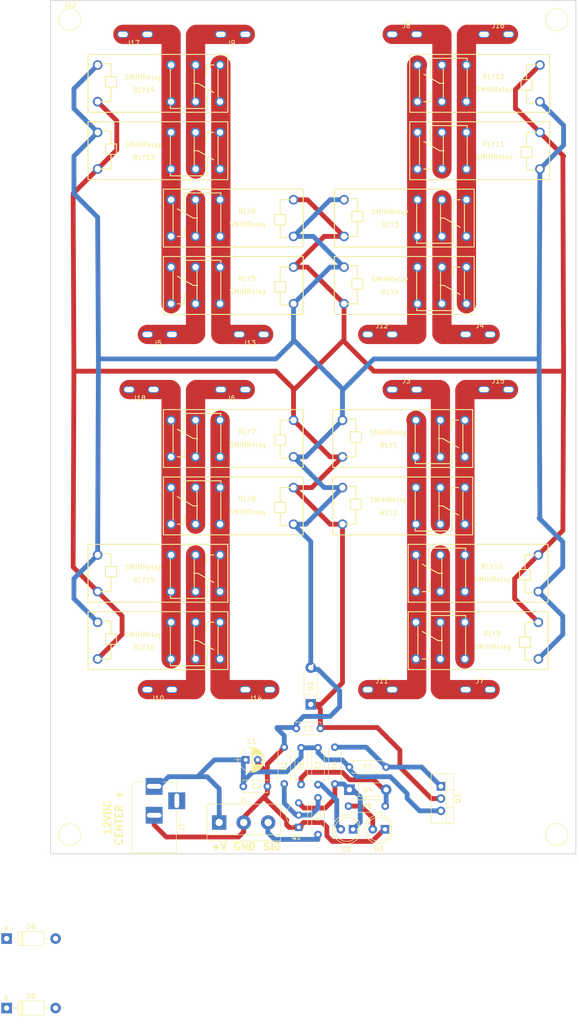
<source format=kicad_pcb>
(kicad_pcb (version 20171130) (host pcbnew 5.1.5+dfsg1-2build2)

  (general
    (thickness 1.6)
    (drawings 8)
    (tracks 275)
    (zones 0)
    (modules 56)
    (nets 31)
  )

  (page A4)
  (layers
    (0 F.Cu signal)
    (31 B.Cu signal)
    (32 B.Adhes user)
    (33 F.Adhes user)
    (34 B.Paste user)
    (35 F.Paste user)
    (36 B.SilkS user)
    (37 F.SilkS user)
    (38 B.Mask user)
    (39 F.Mask user)
    (40 Dwgs.User user)
    (41 Cmts.User user)
    (42 Eco1.User user)
    (43 Eco2.User user)
    (44 Edge.Cuts user)
    (45 Margin user)
    (46 B.CrtYd user)
    (47 F.CrtYd user)
    (48 B.Fab user)
    (49 F.Fab user)
  )

  (setup
    (last_trace_width 1)
    (user_trace_width 0.5)
    (user_trace_width 1)
    (user_trace_width 2)
    (user_trace_width 3.5)
    (user_trace_width 4)
    (trace_clearance 0.2)
    (zone_clearance 0.508)
    (zone_45_only no)
    (trace_min 0.2)
    (via_size 0.6)
    (via_drill 0.4)
    (via_min_size 0.4)
    (via_min_drill 0.3)
    (user_via 1.5 1)
    (user_via 2.5 1.5)
    (user_via 3 2)
    (user_via 6 4)
    (uvia_size 0.3)
    (uvia_drill 0.1)
    (uvias_allowed no)
    (uvia_min_size 0.2)
    (uvia_min_drill 0.1)
    (edge_width 0.15)
    (segment_width 0.2)
    (pcb_text_width 0.3)
    (pcb_text_size 1.5 1.5)
    (mod_edge_width 0.15)
    (mod_text_size 1 1)
    (mod_text_width 0.15)
    (pad_size 3.1 3.1)
    (pad_drill 3.1)
    (pad_to_mask_clearance 0.2)
    (aux_axis_origin 0 0)
    (visible_elements 7FFFFFFF)
    (pcbplotparams
      (layerselection 0x010f0_80000001)
      (usegerberextensions false)
      (usegerberattributes false)
      (usegerberadvancedattributes false)
      (creategerberjobfile false)
      (excludeedgelayer true)
      (linewidth 0.100000)
      (plotframeref false)
      (viasonmask false)
      (mode 1)
      (useauxorigin false)
      (hpglpennumber 1)
      (hpglpenspeed 20)
      (hpglpendiameter 15.000000)
      (psnegative false)
      (psa4output false)
      (plotreference true)
      (plotvalue true)
      (plotinvisibletext false)
      (padsonsilk false)
      (subtractmaskfromsilk false)
      (outputformat 1)
      (mirror false)
      (drillshape 0)
      (scaleselection 1)
      (outputdirectory "gerber"))
  )

  (net 0 "")
  (net 1 +12V)
  (net 2 GND)
  (net 3 COILV)
  (net 4 "Net-(D1-Pad1)")
  (net 5 "Net-(D1-Pad2)")
  (net 6 "Net-(D3-Pad2)")
  (net 7 AMP1SPK1POS)
  (net 8 AMP1SPK1NEG)
  (net 9 AMP1SPK2POS)
  (net 10 AMP1SPK2NEG)
  (net 11 AMP2SPK1POS)
  (net 12 AMP2SPK1NEG)
  (net 13 AMP2SPK2POS)
  (net 14 AMP2SPK2NEG)
  (net 15 OUT1SPK1POS)
  (net 16 OUT1SPK1NEG)
  (net 17 OUT1SPK2POS)
  (net 18 OUT1SPK2NEG)
  (net 19 OUT2SPK1POS)
  (net 20 OUT2SPK1NEG)
  (net 21 OUT2SPK2POS)
  (net 22 OUT2SPK2NEG)
  (net 23 "Net-(Q1-Pad2)")
  (net 24 "Net-(Q3-Pad1)")
  (net 25 "Net-(J1-Pad3)")
  (net 26 "Net-(D4-Pad2)")
  (net 27 "Net-(D5-Pad2)")
  (net 28 "Net-(D5-Pad1)")
  (net 29 "Net-(D6-Pad2)")
  (net 30 "Net-(J2-Pad3)")

  (net_class Default "This is the default net class."
    (clearance 0.2)
    (trace_width 0.25)
    (via_dia 0.6)
    (via_drill 0.4)
    (uvia_dia 0.3)
    (uvia_drill 0.1)
    (add_net +12V)
    (add_net AMP1SPK1NEG)
    (add_net AMP1SPK1POS)
    (add_net AMP1SPK2NEG)
    (add_net AMP1SPK2POS)
    (add_net AMP2SPK1NEG)
    (add_net AMP2SPK1POS)
    (add_net AMP2SPK2NEG)
    (add_net AMP2SPK2POS)
    (add_net COILV)
    (add_net GND)
    (add_net "Net-(D1-Pad1)")
    (add_net "Net-(D1-Pad2)")
    (add_net "Net-(D3-Pad2)")
    (add_net "Net-(D4-Pad2)")
    (add_net "Net-(D5-Pad1)")
    (add_net "Net-(D5-Pad2)")
    (add_net "Net-(D6-Pad2)")
    (add_net "Net-(J1-Pad3)")
    (add_net "Net-(J2-Pad3)")
    (add_net "Net-(Q1-Pad2)")
    (add_net "Net-(Q3-Pad1)")
    (add_net OUT1SPK1NEG)
    (add_net OUT1SPK1POS)
    (add_net OUT1SPK2NEG)
    (add_net OUT1SPK2POS)
    (add_net OUT2SPK1NEG)
    (add_net OUT2SPK1POS)
    (add_net OUT2SPK2NEG)
    (add_net OUT2SPK2POS)
  )

  (module SuperSpeakerSwitcher:SMIHRelay (layer F.Cu) (tedit 5BCF336A) (tstamp 5FE8260A)
    (at 37.78 144.78)
    (path /5F9E045B)
    (fp_text reference RLY16 (at -0.381 1.397) (layer F.SilkS)
      (effects (font (size 1 1) (thickness 0.15)))
    )
    (fp_text value SPDTRelay (at -6 -0.5) (layer F.Fab)
      (effects (font (size 1 1) (thickness 0.15)))
    )
    (fp_text user SMIHRelay (at -0.508 -1.27) (layer F.SilkS)
      (effects (font (size 1 1) (thickness 0.15)))
    )
    (fp_line (start -6.096 -1.397) (end -7.112 -1.397) (layer F.SilkS) (width 0.2))
    (fp_line (start -6.096 0.762) (end -6.096 -1.397) (layer F.SilkS) (width 0.2))
    (fp_line (start -8.382 0.762) (end -6.096 0.762) (layer F.SilkS) (width 0.2))
    (fp_line (start -8.382 -1.397) (end -8.382 0.762) (layer F.SilkS) (width 0.2))
    (fp_line (start -7.239 -1.397) (end -8.382 -1.397) (layer F.SilkS) (width 0.2))
    (fp_line (start -7.239 -4.064) (end -7.239 -1.397) (layer F.SilkS) (width 0.2))
    (fp_line (start -9.017 -4.064) (end -7.239 -4.064) (layer F.SilkS) (width 0.2))
    (fp_line (start -7.239 3.81) (end -9.271 3.81) (layer F.SilkS) (width 0.2))
    (fp_line (start -7.239 0.889) (end -7.239 3.81) (layer F.SilkS) (width 0.2))
    (fp_line (start 5.08 -2.921) (end 5.08 2.921) (layer F.SilkS) (width 0.2))
    (fp_line (start 10.033 -2.921) (end 10.033 3.048) (layer F.SilkS) (width 0.2))
    (fp_line (start 14.986 2.921) (end 14.986 -2.921) (layer F.SilkS) (width 0.2))
    (fp_line (start 12.573 -3.81) (end 12.573 -1.778) (layer F.SilkS) (width 0.2))
    (fp_line (start 14.097 -3.81) (end 12.573 -3.81) (layer F.SilkS) (width 0.2))
    (fp_line (start 12.7 5.207) (end 12.7 1.524) (layer F.SilkS) (width 0.2))
    (fp_line (start 12.446 5.207) (end 12.7 5.207) (layer F.SilkS) (width 0.2))
    (fp_line (start 5.08 5.207) (end 12.446 5.207) (layer F.SilkS) (width 0.2))
    (fp_line (start 5.08 4.699) (end 5.08 5.207) (layer F.SilkS) (width 0.2))
    (fp_line (start 10.795 0) (end 14.097 1.905) (layer F.SilkS) (width 0.2))
    (fp_line (start 9.906 0) (end 10.795 0) (layer F.SilkS) (width 0.2))
    (fp_line (start -12 6) (end -12 -6) (layer F.SilkS) (width 0.2))
    (fp_line (start 17 6) (end -12 6) (layer F.SilkS) (width 0.2))
    (fp_line (start 17 -6) (end 17 6) (layer F.SilkS) (width 0.2))
    (fp_line (start -12 -6) (end 17 -6) (layer F.SilkS) (width 0.2))
    (pad 3 thru_hole circle (at 15.4 3.8) (size 2 2) (drill 1.3) (layers *.Cu *.Mask)
      (net 18 OUT1SPK2NEG))
    (pad 2 thru_hole circle (at 5.24 3.8) (size 2 2) (drill 1.3) (layers *.Cu *.Mask)
      (net 22 OUT2SPK2NEG))
    (pad 1 thru_hole circle (at 10.32 3.8) (size 2 2) (drill 1.3) (layers *.Cu *.Mask)
      (net 14 AMP2SPK2NEG))
    (pad 5 thru_hole circle (at -10 3.8) (size 2 2) (drill 1.3) (layers *.Cu *.Mask)
      (net 3 COILV))
    (pad 1 thru_hole circle (at 10.32 -3.8) (size 2 2) (drill 1.3) (layers *.Cu *.Mask)
      (net 14 AMP2SPK2NEG))
    (pad 3 thru_hole circle (at 15.4 -3.8) (size 2 2) (drill 1.3) (layers *.Cu *.Mask)
      (net 18 OUT1SPK2NEG))
    (pad 2 thru_hole circle (at 5.24 -3.8) (size 2 2) (drill 1.3) (layers *.Cu *.Mask)
      (net 22 OUT2SPK2NEG))
    (pad 4 thru_hole circle (at -10 -3.8) (size 2 2) (drill 1.3) (layers *.Cu *.Mask)
      (net 2 GND))
  )

  (module SuperSpeakerSwitcher:SMIHRelay (layer F.Cu) (tedit 5BCF336A) (tstamp 5FE825E5)
    (at 37.78 130.81)
    (path /5F9E044C)
    (fp_text reference RLY15 (at -0.381 1.397) (layer F.SilkS)
      (effects (font (size 1 1) (thickness 0.15)))
    )
    (fp_text value SPDTRelay (at -6 -0.5) (layer F.Fab)
      (effects (font (size 1 1) (thickness 0.15)))
    )
    (fp_text user SMIHRelay (at -0.508 -1.27) (layer F.SilkS)
      (effects (font (size 1 1) (thickness 0.15)))
    )
    (fp_line (start -6.096 -1.397) (end -7.112 -1.397) (layer F.SilkS) (width 0.2))
    (fp_line (start -6.096 0.762) (end -6.096 -1.397) (layer F.SilkS) (width 0.2))
    (fp_line (start -8.382 0.762) (end -6.096 0.762) (layer F.SilkS) (width 0.2))
    (fp_line (start -8.382 -1.397) (end -8.382 0.762) (layer F.SilkS) (width 0.2))
    (fp_line (start -7.239 -1.397) (end -8.382 -1.397) (layer F.SilkS) (width 0.2))
    (fp_line (start -7.239 -4.064) (end -7.239 -1.397) (layer F.SilkS) (width 0.2))
    (fp_line (start -9.017 -4.064) (end -7.239 -4.064) (layer F.SilkS) (width 0.2))
    (fp_line (start -7.239 3.81) (end -9.271 3.81) (layer F.SilkS) (width 0.2))
    (fp_line (start -7.239 0.889) (end -7.239 3.81) (layer F.SilkS) (width 0.2))
    (fp_line (start 5.08 -2.921) (end 5.08 2.921) (layer F.SilkS) (width 0.2))
    (fp_line (start 10.033 -2.921) (end 10.033 3.048) (layer F.SilkS) (width 0.2))
    (fp_line (start 14.986 2.921) (end 14.986 -2.921) (layer F.SilkS) (width 0.2))
    (fp_line (start 12.573 -3.81) (end 12.573 -1.778) (layer F.SilkS) (width 0.2))
    (fp_line (start 14.097 -3.81) (end 12.573 -3.81) (layer F.SilkS) (width 0.2))
    (fp_line (start 12.7 5.207) (end 12.7 1.524) (layer F.SilkS) (width 0.2))
    (fp_line (start 12.446 5.207) (end 12.7 5.207) (layer F.SilkS) (width 0.2))
    (fp_line (start 5.08 5.207) (end 12.446 5.207) (layer F.SilkS) (width 0.2))
    (fp_line (start 5.08 4.699) (end 5.08 5.207) (layer F.SilkS) (width 0.2))
    (fp_line (start 10.795 0) (end 14.097 1.905) (layer F.SilkS) (width 0.2))
    (fp_line (start 9.906 0) (end 10.795 0) (layer F.SilkS) (width 0.2))
    (fp_line (start -12 6) (end -12 -6) (layer F.SilkS) (width 0.2))
    (fp_line (start 17 6) (end -12 6) (layer F.SilkS) (width 0.2))
    (fp_line (start 17 -6) (end 17 6) (layer F.SilkS) (width 0.2))
    (fp_line (start -12 -6) (end 17 -6) (layer F.SilkS) (width 0.2))
    (pad 3 thru_hole circle (at 15.4 3.8) (size 2 2) (drill 1.3) (layers *.Cu *.Mask)
      (net 18 OUT1SPK2NEG))
    (pad 2 thru_hole circle (at 5.24 3.8) (size 2 2) (drill 1.3) (layers *.Cu *.Mask)
      (net 22 OUT2SPK2NEG))
    (pad 1 thru_hole circle (at 10.32 3.8) (size 2 2) (drill 1.3) (layers *.Cu *.Mask)
      (net 14 AMP2SPK2NEG))
    (pad 5 thru_hole circle (at -10 3.8) (size 2 2) (drill 1.3) (layers *.Cu *.Mask)
      (net 3 COILV))
    (pad 1 thru_hole circle (at 10.32 -3.8) (size 2 2) (drill 1.3) (layers *.Cu *.Mask)
      (net 14 AMP2SPK2NEG))
    (pad 3 thru_hole circle (at 15.4 -3.8) (size 2 2) (drill 1.3) (layers *.Cu *.Mask)
      (net 18 OUT1SPK2NEG))
    (pad 2 thru_hole circle (at 5.24 -3.8) (size 2 2) (drill 1.3) (layers *.Cu *.Mask)
      (net 22 OUT2SPK2NEG))
    (pad 4 thru_hole circle (at -10 -3.8) (size 2 2) (drill 1.3) (layers *.Cu *.Mask)
      (net 2 GND))
  )

  (module SuperSpeakerSwitcher:SMIHRelay (layer F.Cu) (tedit 5BCF336A) (tstamp 5FE825C0)
    (at 37.78 29.21)
    (path /5F9E0407)
    (fp_text reference RLY14 (at -0.381 1.397) (layer F.SilkS)
      (effects (font (size 1 1) (thickness 0.15)))
    )
    (fp_text value SPDTRelay (at -6 -0.5) (layer F.Fab)
      (effects (font (size 1 1) (thickness 0.15)))
    )
    (fp_text user SMIHRelay (at -0.508 -1.27) (layer F.SilkS)
      (effects (font (size 1 1) (thickness 0.15)))
    )
    (fp_line (start -6.096 -1.397) (end -7.112 -1.397) (layer F.SilkS) (width 0.2))
    (fp_line (start -6.096 0.762) (end -6.096 -1.397) (layer F.SilkS) (width 0.2))
    (fp_line (start -8.382 0.762) (end -6.096 0.762) (layer F.SilkS) (width 0.2))
    (fp_line (start -8.382 -1.397) (end -8.382 0.762) (layer F.SilkS) (width 0.2))
    (fp_line (start -7.239 -1.397) (end -8.382 -1.397) (layer F.SilkS) (width 0.2))
    (fp_line (start -7.239 -4.064) (end -7.239 -1.397) (layer F.SilkS) (width 0.2))
    (fp_line (start -9.017 -4.064) (end -7.239 -4.064) (layer F.SilkS) (width 0.2))
    (fp_line (start -7.239 3.81) (end -9.271 3.81) (layer F.SilkS) (width 0.2))
    (fp_line (start -7.239 0.889) (end -7.239 3.81) (layer F.SilkS) (width 0.2))
    (fp_line (start 5.08 -2.921) (end 5.08 2.921) (layer F.SilkS) (width 0.2))
    (fp_line (start 10.033 -2.921) (end 10.033 3.048) (layer F.SilkS) (width 0.2))
    (fp_line (start 14.986 2.921) (end 14.986 -2.921) (layer F.SilkS) (width 0.2))
    (fp_line (start 12.573 -3.81) (end 12.573 -1.778) (layer F.SilkS) (width 0.2))
    (fp_line (start 14.097 -3.81) (end 12.573 -3.81) (layer F.SilkS) (width 0.2))
    (fp_line (start 12.7 5.207) (end 12.7 1.524) (layer F.SilkS) (width 0.2))
    (fp_line (start 12.446 5.207) (end 12.7 5.207) (layer F.SilkS) (width 0.2))
    (fp_line (start 5.08 5.207) (end 12.446 5.207) (layer F.SilkS) (width 0.2))
    (fp_line (start 5.08 4.699) (end 5.08 5.207) (layer F.SilkS) (width 0.2))
    (fp_line (start 10.795 0) (end 14.097 1.905) (layer F.SilkS) (width 0.2))
    (fp_line (start 9.906 0) (end 10.795 0) (layer F.SilkS) (width 0.2))
    (fp_line (start -12 6) (end -12 -6) (layer F.SilkS) (width 0.2))
    (fp_line (start 17 6) (end -12 6) (layer F.SilkS) (width 0.2))
    (fp_line (start 17 -6) (end 17 6) (layer F.SilkS) (width 0.2))
    (fp_line (start -12 -6) (end 17 -6) (layer F.SilkS) (width 0.2))
    (pad 3 thru_hole circle (at 15.4 3.8) (size 2 2) (drill 1.3) (layers *.Cu *.Mask)
      (net 17 OUT1SPK2POS))
    (pad 2 thru_hole circle (at 5.24 3.8) (size 2 2) (drill 1.3) (layers *.Cu *.Mask)
      (net 21 OUT2SPK2POS))
    (pad 1 thru_hole circle (at 10.32 3.8) (size 2 2) (drill 1.3) (layers *.Cu *.Mask)
      (net 13 AMP2SPK2POS))
    (pad 5 thru_hole circle (at -10 3.8) (size 2 2) (drill 1.3) (layers *.Cu *.Mask)
      (net 3 COILV))
    (pad 1 thru_hole circle (at 10.32 -3.8) (size 2 2) (drill 1.3) (layers *.Cu *.Mask)
      (net 13 AMP2SPK2POS))
    (pad 3 thru_hole circle (at 15.4 -3.8) (size 2 2) (drill 1.3) (layers *.Cu *.Mask)
      (net 17 OUT1SPK2POS))
    (pad 2 thru_hole circle (at 5.24 -3.8) (size 2 2) (drill 1.3) (layers *.Cu *.Mask)
      (net 21 OUT2SPK2POS))
    (pad 4 thru_hole circle (at -10 -3.8) (size 2 2) (drill 1.3) (layers *.Cu *.Mask)
      (net 2 GND))
  )

  (module SuperSpeakerSwitcher:SMIHRelay (layer F.Cu) (tedit 5BCF336A) (tstamp 5FE8259B)
    (at 37.78 43.18)
    (path /5F9E03F8)
    (fp_text reference RLY13 (at -0.381 1.397) (layer F.SilkS)
      (effects (font (size 1 1) (thickness 0.15)))
    )
    (fp_text value SPDTRelay (at -6 -0.5) (layer F.Fab)
      (effects (font (size 1 1) (thickness 0.15)))
    )
    (fp_text user SMIHRelay (at -0.508 -1.27) (layer F.SilkS)
      (effects (font (size 1 1) (thickness 0.15)))
    )
    (fp_line (start -6.096 -1.397) (end -7.112 -1.397) (layer F.SilkS) (width 0.2))
    (fp_line (start -6.096 0.762) (end -6.096 -1.397) (layer F.SilkS) (width 0.2))
    (fp_line (start -8.382 0.762) (end -6.096 0.762) (layer F.SilkS) (width 0.2))
    (fp_line (start -8.382 -1.397) (end -8.382 0.762) (layer F.SilkS) (width 0.2))
    (fp_line (start -7.239 -1.397) (end -8.382 -1.397) (layer F.SilkS) (width 0.2))
    (fp_line (start -7.239 -4.064) (end -7.239 -1.397) (layer F.SilkS) (width 0.2))
    (fp_line (start -9.017 -4.064) (end -7.239 -4.064) (layer F.SilkS) (width 0.2))
    (fp_line (start -7.239 3.81) (end -9.271 3.81) (layer F.SilkS) (width 0.2))
    (fp_line (start -7.239 0.889) (end -7.239 3.81) (layer F.SilkS) (width 0.2))
    (fp_line (start 5.08 -2.921) (end 5.08 2.921) (layer F.SilkS) (width 0.2))
    (fp_line (start 10.033 -2.921) (end 10.033 3.048) (layer F.SilkS) (width 0.2))
    (fp_line (start 14.986 2.921) (end 14.986 -2.921) (layer F.SilkS) (width 0.2))
    (fp_line (start 12.573 -3.81) (end 12.573 -1.778) (layer F.SilkS) (width 0.2))
    (fp_line (start 14.097 -3.81) (end 12.573 -3.81) (layer F.SilkS) (width 0.2))
    (fp_line (start 12.7 5.207) (end 12.7 1.524) (layer F.SilkS) (width 0.2))
    (fp_line (start 12.446 5.207) (end 12.7 5.207) (layer F.SilkS) (width 0.2))
    (fp_line (start 5.08 5.207) (end 12.446 5.207) (layer F.SilkS) (width 0.2))
    (fp_line (start 5.08 4.699) (end 5.08 5.207) (layer F.SilkS) (width 0.2))
    (fp_line (start 10.795 0) (end 14.097 1.905) (layer F.SilkS) (width 0.2))
    (fp_line (start 9.906 0) (end 10.795 0) (layer F.SilkS) (width 0.2))
    (fp_line (start -12 6) (end -12 -6) (layer F.SilkS) (width 0.2))
    (fp_line (start 17 6) (end -12 6) (layer F.SilkS) (width 0.2))
    (fp_line (start 17 -6) (end 17 6) (layer F.SilkS) (width 0.2))
    (fp_line (start -12 -6) (end 17 -6) (layer F.SilkS) (width 0.2))
    (pad 3 thru_hole circle (at 15.4 3.8) (size 2 2) (drill 1.3) (layers *.Cu *.Mask)
      (net 17 OUT1SPK2POS))
    (pad 2 thru_hole circle (at 5.24 3.8) (size 2 2) (drill 1.3) (layers *.Cu *.Mask)
      (net 21 OUT2SPK2POS))
    (pad 1 thru_hole circle (at 10.32 3.8) (size 2 2) (drill 1.3) (layers *.Cu *.Mask)
      (net 13 AMP2SPK2POS))
    (pad 5 thru_hole circle (at -10 3.8) (size 2 2) (drill 1.3) (layers *.Cu *.Mask)
      (net 3 COILV))
    (pad 1 thru_hole circle (at 10.32 -3.8) (size 2 2) (drill 1.3) (layers *.Cu *.Mask)
      (net 13 AMP2SPK2POS))
    (pad 3 thru_hole circle (at 15.4 -3.8) (size 2 2) (drill 1.3) (layers *.Cu *.Mask)
      (net 17 OUT1SPK2POS))
    (pad 2 thru_hole circle (at 5.24 -3.8) (size 2 2) (drill 1.3) (layers *.Cu *.Mask)
      (net 21 OUT2SPK2POS))
    (pad 4 thru_hole circle (at -10 -3.8) (size 2 2) (drill 1.3) (layers *.Cu *.Mask)
      (net 2 GND))
  )

  (module SuperSpeakerSwitcher:SMIHRelay (layer F.Cu) (tedit 5BCF336A) (tstamp 5FE82576)
    (at 109.54 29.21 180)
    (path /5F9DE94A)
    (fp_text reference RLY12 (at -0.381 1.397) (layer F.SilkS)
      (effects (font (size 1 1) (thickness 0.15)))
    )
    (fp_text value SPDTRelay (at -6 -0.5) (layer F.Fab)
      (effects (font (size 1 1) (thickness 0.15)))
    )
    (fp_text user SMIHRelay (at -0.508 -1.27) (layer F.SilkS)
      (effects (font (size 1 1) (thickness 0.15)))
    )
    (fp_line (start -6.096 -1.397) (end -7.112 -1.397) (layer F.SilkS) (width 0.2))
    (fp_line (start -6.096 0.762) (end -6.096 -1.397) (layer F.SilkS) (width 0.2))
    (fp_line (start -8.382 0.762) (end -6.096 0.762) (layer F.SilkS) (width 0.2))
    (fp_line (start -8.382 -1.397) (end -8.382 0.762) (layer F.SilkS) (width 0.2))
    (fp_line (start -7.239 -1.397) (end -8.382 -1.397) (layer F.SilkS) (width 0.2))
    (fp_line (start -7.239 -4.064) (end -7.239 -1.397) (layer F.SilkS) (width 0.2))
    (fp_line (start -9.017 -4.064) (end -7.239 -4.064) (layer F.SilkS) (width 0.2))
    (fp_line (start -7.239 3.81) (end -9.271 3.81) (layer F.SilkS) (width 0.2))
    (fp_line (start -7.239 0.889) (end -7.239 3.81) (layer F.SilkS) (width 0.2))
    (fp_line (start 5.08 -2.921) (end 5.08 2.921) (layer F.SilkS) (width 0.2))
    (fp_line (start 10.033 -2.921) (end 10.033 3.048) (layer F.SilkS) (width 0.2))
    (fp_line (start 14.986 2.921) (end 14.986 -2.921) (layer F.SilkS) (width 0.2))
    (fp_line (start 12.573 -3.81) (end 12.573 -1.778) (layer F.SilkS) (width 0.2))
    (fp_line (start 14.097 -3.81) (end 12.573 -3.81) (layer F.SilkS) (width 0.2))
    (fp_line (start 12.7 5.207) (end 12.7 1.524) (layer F.SilkS) (width 0.2))
    (fp_line (start 12.446 5.207) (end 12.7 5.207) (layer F.SilkS) (width 0.2))
    (fp_line (start 5.08 5.207) (end 12.446 5.207) (layer F.SilkS) (width 0.2))
    (fp_line (start 5.08 4.699) (end 5.08 5.207) (layer F.SilkS) (width 0.2))
    (fp_line (start 10.795 0) (end 14.097 1.905) (layer F.SilkS) (width 0.2))
    (fp_line (start 9.906 0) (end 10.795 0) (layer F.SilkS) (width 0.2))
    (fp_line (start -12 6) (end -12 -6) (layer F.SilkS) (width 0.2))
    (fp_line (start 17 6) (end -12 6) (layer F.SilkS) (width 0.2))
    (fp_line (start 17 -6) (end 17 6) (layer F.SilkS) (width 0.2))
    (fp_line (start -12 -6) (end 17 -6) (layer F.SilkS) (width 0.2))
    (pad 3 thru_hole circle (at 15.4 3.8 180) (size 2 2) (drill 1.3) (layers *.Cu *.Mask)
      (net 16 OUT1SPK1NEG))
    (pad 2 thru_hole circle (at 5.24 3.8 180) (size 2 2) (drill 1.3) (layers *.Cu *.Mask)
      (net 20 OUT2SPK1NEG))
    (pad 1 thru_hole circle (at 10.32 3.8 180) (size 2 2) (drill 1.3) (layers *.Cu *.Mask)
      (net 12 AMP2SPK1NEG))
    (pad 5 thru_hole circle (at -10 3.8 180) (size 2 2) (drill 1.3) (layers *.Cu *.Mask)
      (net 3 COILV))
    (pad 1 thru_hole circle (at 10.32 -3.8 180) (size 2 2) (drill 1.3) (layers *.Cu *.Mask)
      (net 12 AMP2SPK1NEG))
    (pad 3 thru_hole circle (at 15.4 -3.8 180) (size 2 2) (drill 1.3) (layers *.Cu *.Mask)
      (net 16 OUT1SPK1NEG))
    (pad 2 thru_hole circle (at 5.24 -3.8 180) (size 2 2) (drill 1.3) (layers *.Cu *.Mask)
      (net 20 OUT2SPK1NEG))
    (pad 4 thru_hole circle (at -10 -3.8 180) (size 2 2) (drill 1.3) (layers *.Cu *.Mask)
      (net 2 GND))
  )

  (module SuperSpeakerSwitcher:SMIHRelay (layer F.Cu) (tedit 5BCF336A) (tstamp 5FE82551)
    (at 109.54 43.18 180)
    (path /5F9DE93B)
    (fp_text reference RLY11 (at -0.381 1.397) (layer F.SilkS)
      (effects (font (size 1 1) (thickness 0.15)))
    )
    (fp_text value SPDTRelay (at -6 -0.5) (layer F.Fab)
      (effects (font (size 1 1) (thickness 0.15)))
    )
    (fp_text user SMIHRelay (at -0.508 -1.27) (layer F.SilkS)
      (effects (font (size 1 1) (thickness 0.15)))
    )
    (fp_line (start -6.096 -1.397) (end -7.112 -1.397) (layer F.SilkS) (width 0.2))
    (fp_line (start -6.096 0.762) (end -6.096 -1.397) (layer F.SilkS) (width 0.2))
    (fp_line (start -8.382 0.762) (end -6.096 0.762) (layer F.SilkS) (width 0.2))
    (fp_line (start -8.382 -1.397) (end -8.382 0.762) (layer F.SilkS) (width 0.2))
    (fp_line (start -7.239 -1.397) (end -8.382 -1.397) (layer F.SilkS) (width 0.2))
    (fp_line (start -7.239 -4.064) (end -7.239 -1.397) (layer F.SilkS) (width 0.2))
    (fp_line (start -9.017 -4.064) (end -7.239 -4.064) (layer F.SilkS) (width 0.2))
    (fp_line (start -7.239 3.81) (end -9.271 3.81) (layer F.SilkS) (width 0.2))
    (fp_line (start -7.239 0.889) (end -7.239 3.81) (layer F.SilkS) (width 0.2))
    (fp_line (start 5.08 -2.921) (end 5.08 2.921) (layer F.SilkS) (width 0.2))
    (fp_line (start 10.033 -2.921) (end 10.033 3.048) (layer F.SilkS) (width 0.2))
    (fp_line (start 14.986 2.921) (end 14.986 -2.921) (layer F.SilkS) (width 0.2))
    (fp_line (start 12.573 -3.81) (end 12.573 -1.778) (layer F.SilkS) (width 0.2))
    (fp_line (start 14.097 -3.81) (end 12.573 -3.81) (layer F.SilkS) (width 0.2))
    (fp_line (start 12.7 5.207) (end 12.7 1.524) (layer F.SilkS) (width 0.2))
    (fp_line (start 12.446 5.207) (end 12.7 5.207) (layer F.SilkS) (width 0.2))
    (fp_line (start 5.08 5.207) (end 12.446 5.207) (layer F.SilkS) (width 0.2))
    (fp_line (start 5.08 4.699) (end 5.08 5.207) (layer F.SilkS) (width 0.2))
    (fp_line (start 10.795 0) (end 14.097 1.905) (layer F.SilkS) (width 0.2))
    (fp_line (start 9.906 0) (end 10.795 0) (layer F.SilkS) (width 0.2))
    (fp_line (start -12 6) (end -12 -6) (layer F.SilkS) (width 0.2))
    (fp_line (start 17 6) (end -12 6) (layer F.SilkS) (width 0.2))
    (fp_line (start 17 -6) (end 17 6) (layer F.SilkS) (width 0.2))
    (fp_line (start -12 -6) (end 17 -6) (layer F.SilkS) (width 0.2))
    (pad 3 thru_hole circle (at 15.4 3.8 180) (size 2 2) (drill 1.3) (layers *.Cu *.Mask)
      (net 16 OUT1SPK1NEG))
    (pad 2 thru_hole circle (at 5.24 3.8 180) (size 2 2) (drill 1.3) (layers *.Cu *.Mask)
      (net 20 OUT2SPK1NEG))
    (pad 1 thru_hole circle (at 10.32 3.8 180) (size 2 2) (drill 1.3) (layers *.Cu *.Mask)
      (net 12 AMP2SPK1NEG))
    (pad 5 thru_hole circle (at -10 3.8 180) (size 2 2) (drill 1.3) (layers *.Cu *.Mask)
      (net 3 COILV))
    (pad 1 thru_hole circle (at 10.32 -3.8 180) (size 2 2) (drill 1.3) (layers *.Cu *.Mask)
      (net 12 AMP2SPK1NEG))
    (pad 3 thru_hole circle (at 15.4 -3.8 180) (size 2 2) (drill 1.3) (layers *.Cu *.Mask)
      (net 16 OUT1SPK1NEG))
    (pad 2 thru_hole circle (at 5.24 -3.8 180) (size 2 2) (drill 1.3) (layers *.Cu *.Mask)
      (net 20 OUT2SPK1NEG))
    (pad 4 thru_hole circle (at -10 -3.8 180) (size 2 2) (drill 1.3) (layers *.Cu *.Mask)
      (net 2 GND))
  )

  (module SuperSpeakerSwitcher:SMIHRelay (layer F.Cu) (tedit 5BCF336A) (tstamp 5FE8252C)
    (at 109.22 130.81 180)
    (path /5F9DD5D4)
    (fp_text reference RLY10 (at -0.381 1.397) (layer F.SilkS)
      (effects (font (size 1 1) (thickness 0.15)))
    )
    (fp_text value SPDTRelay (at -6 -0.5) (layer F.Fab)
      (effects (font (size 1 1) (thickness 0.15)))
    )
    (fp_text user SMIHRelay (at -0.508 -1.27) (layer F.SilkS)
      (effects (font (size 1 1) (thickness 0.15)))
    )
    (fp_line (start -6.096 -1.397) (end -7.112 -1.397) (layer F.SilkS) (width 0.2))
    (fp_line (start -6.096 0.762) (end -6.096 -1.397) (layer F.SilkS) (width 0.2))
    (fp_line (start -8.382 0.762) (end -6.096 0.762) (layer F.SilkS) (width 0.2))
    (fp_line (start -8.382 -1.397) (end -8.382 0.762) (layer F.SilkS) (width 0.2))
    (fp_line (start -7.239 -1.397) (end -8.382 -1.397) (layer F.SilkS) (width 0.2))
    (fp_line (start -7.239 -4.064) (end -7.239 -1.397) (layer F.SilkS) (width 0.2))
    (fp_line (start -9.017 -4.064) (end -7.239 -4.064) (layer F.SilkS) (width 0.2))
    (fp_line (start -7.239 3.81) (end -9.271 3.81) (layer F.SilkS) (width 0.2))
    (fp_line (start -7.239 0.889) (end -7.239 3.81) (layer F.SilkS) (width 0.2))
    (fp_line (start 5.08 -2.921) (end 5.08 2.921) (layer F.SilkS) (width 0.2))
    (fp_line (start 10.033 -2.921) (end 10.033 3.048) (layer F.SilkS) (width 0.2))
    (fp_line (start 14.986 2.921) (end 14.986 -2.921) (layer F.SilkS) (width 0.2))
    (fp_line (start 12.573 -3.81) (end 12.573 -1.778) (layer F.SilkS) (width 0.2))
    (fp_line (start 14.097 -3.81) (end 12.573 -3.81) (layer F.SilkS) (width 0.2))
    (fp_line (start 12.7 5.207) (end 12.7 1.524) (layer F.SilkS) (width 0.2))
    (fp_line (start 12.446 5.207) (end 12.7 5.207) (layer F.SilkS) (width 0.2))
    (fp_line (start 5.08 5.207) (end 12.446 5.207) (layer F.SilkS) (width 0.2))
    (fp_line (start 5.08 4.699) (end 5.08 5.207) (layer F.SilkS) (width 0.2))
    (fp_line (start 10.795 0) (end 14.097 1.905) (layer F.SilkS) (width 0.2))
    (fp_line (start 9.906 0) (end 10.795 0) (layer F.SilkS) (width 0.2))
    (fp_line (start -12 6) (end -12 -6) (layer F.SilkS) (width 0.2))
    (fp_line (start 17 6) (end -12 6) (layer F.SilkS) (width 0.2))
    (fp_line (start 17 -6) (end 17 6) (layer F.SilkS) (width 0.2))
    (fp_line (start -12 -6) (end 17 -6) (layer F.SilkS) (width 0.2))
    (pad 3 thru_hole circle (at 15.4 3.8 180) (size 2 2) (drill 1.3) (layers *.Cu *.Mask)
      (net 15 OUT1SPK1POS))
    (pad 2 thru_hole circle (at 5.24 3.8 180) (size 2 2) (drill 1.3) (layers *.Cu *.Mask)
      (net 19 OUT2SPK1POS))
    (pad 1 thru_hole circle (at 10.32 3.8 180) (size 2 2) (drill 1.3) (layers *.Cu *.Mask)
      (net 11 AMP2SPK1POS))
    (pad 5 thru_hole circle (at -10 3.8 180) (size 2 2) (drill 1.3) (layers *.Cu *.Mask)
      (net 3 COILV))
    (pad 1 thru_hole circle (at 10.32 -3.8 180) (size 2 2) (drill 1.3) (layers *.Cu *.Mask)
      (net 11 AMP2SPK1POS))
    (pad 3 thru_hole circle (at 15.4 -3.8 180) (size 2 2) (drill 1.3) (layers *.Cu *.Mask)
      (net 15 OUT1SPK1POS))
    (pad 2 thru_hole circle (at 5.24 -3.8 180) (size 2 2) (drill 1.3) (layers *.Cu *.Mask)
      (net 19 OUT2SPK1POS))
    (pad 4 thru_hole circle (at -10 -3.8 180) (size 2 2) (drill 1.3) (layers *.Cu *.Mask)
      (net 2 GND))
  )

  (module SuperSpeakerSwitcher:SMIHRelay (layer F.Cu) (tedit 5BCF336A) (tstamp 5FE82507)
    (at 109.22 144.78 180)
    (path /5F9DD5C5)
    (fp_text reference RLY9 (at -0.381 1.397) (layer F.SilkS)
      (effects (font (size 1 1) (thickness 0.15)))
    )
    (fp_text value SPDTRelay (at -6 -0.5) (layer F.Fab)
      (effects (font (size 1 1) (thickness 0.15)))
    )
    (fp_text user SMIHRelay (at -0.508 -1.27) (layer F.SilkS)
      (effects (font (size 1 1) (thickness 0.15)))
    )
    (fp_line (start -6.096 -1.397) (end -7.112 -1.397) (layer F.SilkS) (width 0.2))
    (fp_line (start -6.096 0.762) (end -6.096 -1.397) (layer F.SilkS) (width 0.2))
    (fp_line (start -8.382 0.762) (end -6.096 0.762) (layer F.SilkS) (width 0.2))
    (fp_line (start -8.382 -1.397) (end -8.382 0.762) (layer F.SilkS) (width 0.2))
    (fp_line (start -7.239 -1.397) (end -8.382 -1.397) (layer F.SilkS) (width 0.2))
    (fp_line (start -7.239 -4.064) (end -7.239 -1.397) (layer F.SilkS) (width 0.2))
    (fp_line (start -9.017 -4.064) (end -7.239 -4.064) (layer F.SilkS) (width 0.2))
    (fp_line (start -7.239 3.81) (end -9.271 3.81) (layer F.SilkS) (width 0.2))
    (fp_line (start -7.239 0.889) (end -7.239 3.81) (layer F.SilkS) (width 0.2))
    (fp_line (start 5.08 -2.921) (end 5.08 2.921) (layer F.SilkS) (width 0.2))
    (fp_line (start 10.033 -2.921) (end 10.033 3.048) (layer F.SilkS) (width 0.2))
    (fp_line (start 14.986 2.921) (end 14.986 -2.921) (layer F.SilkS) (width 0.2))
    (fp_line (start 12.573 -3.81) (end 12.573 -1.778) (layer F.SilkS) (width 0.2))
    (fp_line (start 14.097 -3.81) (end 12.573 -3.81) (layer F.SilkS) (width 0.2))
    (fp_line (start 12.7 5.207) (end 12.7 1.524) (layer F.SilkS) (width 0.2))
    (fp_line (start 12.446 5.207) (end 12.7 5.207) (layer F.SilkS) (width 0.2))
    (fp_line (start 5.08 5.207) (end 12.446 5.207) (layer F.SilkS) (width 0.2))
    (fp_line (start 5.08 4.699) (end 5.08 5.207) (layer F.SilkS) (width 0.2))
    (fp_line (start 10.795 0) (end 14.097 1.905) (layer F.SilkS) (width 0.2))
    (fp_line (start 9.906 0) (end 10.795 0) (layer F.SilkS) (width 0.2))
    (fp_line (start -12 6) (end -12 -6) (layer F.SilkS) (width 0.2))
    (fp_line (start 17 6) (end -12 6) (layer F.SilkS) (width 0.2))
    (fp_line (start 17 -6) (end 17 6) (layer F.SilkS) (width 0.2))
    (fp_line (start -12 -6) (end 17 -6) (layer F.SilkS) (width 0.2))
    (pad 3 thru_hole circle (at 15.4 3.8 180) (size 2 2) (drill 1.3) (layers *.Cu *.Mask)
      (net 15 OUT1SPK1POS))
    (pad 2 thru_hole circle (at 5.24 3.8 180) (size 2 2) (drill 1.3) (layers *.Cu *.Mask)
      (net 19 OUT2SPK1POS))
    (pad 1 thru_hole circle (at 10.32 3.8 180) (size 2 2) (drill 1.3) (layers *.Cu *.Mask)
      (net 11 AMP2SPK1POS))
    (pad 5 thru_hole circle (at -10 3.8 180) (size 2 2) (drill 1.3) (layers *.Cu *.Mask)
      (net 3 COILV))
    (pad 1 thru_hole circle (at 10.32 -3.8 180) (size 2 2) (drill 1.3) (layers *.Cu *.Mask)
      (net 11 AMP2SPK1POS))
    (pad 3 thru_hole circle (at 15.4 -3.8 180) (size 2 2) (drill 1.3) (layers *.Cu *.Mask)
      (net 15 OUT1SPK1POS))
    (pad 2 thru_hole circle (at 5.24 -3.8 180) (size 2 2) (drill 1.3) (layers *.Cu *.Mask)
      (net 19 OUT2SPK1POS))
    (pad 4 thru_hole circle (at -10 -3.8 180) (size 2 2) (drill 1.3) (layers *.Cu *.Mask)
      (net 2 GND))
  )

  (module SuperSpeakerSwitcher:SMIHRelay (layer F.Cu) (tedit 5BCF336A) (tstamp 5FE824E2)
    (at 58.42 116.84 180)
    (path /5F9E043B)
    (fp_text reference RLY8 (at -0.381 1.397) (layer F.SilkS)
      (effects (font (size 1 1) (thickness 0.15)))
    )
    (fp_text value SPDTRelay (at -6 -0.5) (layer F.Fab)
      (effects (font (size 1 1) (thickness 0.15)))
    )
    (fp_text user SMIHRelay (at -0.508 -1.27) (layer F.SilkS)
      (effects (font (size 1 1) (thickness 0.15)))
    )
    (fp_line (start -6.096 -1.397) (end -7.112 -1.397) (layer F.SilkS) (width 0.2))
    (fp_line (start -6.096 0.762) (end -6.096 -1.397) (layer F.SilkS) (width 0.2))
    (fp_line (start -8.382 0.762) (end -6.096 0.762) (layer F.SilkS) (width 0.2))
    (fp_line (start -8.382 -1.397) (end -8.382 0.762) (layer F.SilkS) (width 0.2))
    (fp_line (start -7.239 -1.397) (end -8.382 -1.397) (layer F.SilkS) (width 0.2))
    (fp_line (start -7.239 -4.064) (end -7.239 -1.397) (layer F.SilkS) (width 0.2))
    (fp_line (start -9.017 -4.064) (end -7.239 -4.064) (layer F.SilkS) (width 0.2))
    (fp_line (start -7.239 3.81) (end -9.271 3.81) (layer F.SilkS) (width 0.2))
    (fp_line (start -7.239 0.889) (end -7.239 3.81) (layer F.SilkS) (width 0.2))
    (fp_line (start 5.08 -2.921) (end 5.08 2.921) (layer F.SilkS) (width 0.2))
    (fp_line (start 10.033 -2.921) (end 10.033 3.048) (layer F.SilkS) (width 0.2))
    (fp_line (start 14.986 2.921) (end 14.986 -2.921) (layer F.SilkS) (width 0.2))
    (fp_line (start 12.573 -3.81) (end 12.573 -1.778) (layer F.SilkS) (width 0.2))
    (fp_line (start 14.097 -3.81) (end 12.573 -3.81) (layer F.SilkS) (width 0.2))
    (fp_line (start 12.7 5.207) (end 12.7 1.524) (layer F.SilkS) (width 0.2))
    (fp_line (start 12.446 5.207) (end 12.7 5.207) (layer F.SilkS) (width 0.2))
    (fp_line (start 5.08 5.207) (end 12.446 5.207) (layer F.SilkS) (width 0.2))
    (fp_line (start 5.08 4.699) (end 5.08 5.207) (layer F.SilkS) (width 0.2))
    (fp_line (start 10.795 0) (end 14.097 1.905) (layer F.SilkS) (width 0.2))
    (fp_line (start 9.906 0) (end 10.795 0) (layer F.SilkS) (width 0.2))
    (fp_line (start -12 6) (end -12 -6) (layer F.SilkS) (width 0.2))
    (fp_line (start 17 6) (end -12 6) (layer F.SilkS) (width 0.2))
    (fp_line (start 17 -6) (end 17 6) (layer F.SilkS) (width 0.2))
    (fp_line (start -12 -6) (end 17 -6) (layer F.SilkS) (width 0.2))
    (pad 3 thru_hole circle (at 15.4 3.8 180) (size 2 2) (drill 1.3) (layers *.Cu *.Mask)
      (net 22 OUT2SPK2NEG))
    (pad 2 thru_hole circle (at 5.24 3.8 180) (size 2 2) (drill 1.3) (layers *.Cu *.Mask)
      (net 18 OUT1SPK2NEG))
    (pad 1 thru_hole circle (at 10.32 3.8 180) (size 2 2) (drill 1.3) (layers *.Cu *.Mask)
      (net 10 AMP1SPK2NEG))
    (pad 5 thru_hole circle (at -10 3.8 180) (size 2 2) (drill 1.3) (layers *.Cu *.Mask)
      (net 3 COILV))
    (pad 1 thru_hole circle (at 10.32 -3.8 180) (size 2 2) (drill 1.3) (layers *.Cu *.Mask)
      (net 10 AMP1SPK2NEG))
    (pad 3 thru_hole circle (at 15.4 -3.8 180) (size 2 2) (drill 1.3) (layers *.Cu *.Mask)
      (net 22 OUT2SPK2NEG))
    (pad 2 thru_hole circle (at 5.24 -3.8 180) (size 2 2) (drill 1.3) (layers *.Cu *.Mask)
      (net 18 OUT1SPK2NEG))
    (pad 4 thru_hole circle (at -10 -3.8 180) (size 2 2) (drill 1.3) (layers *.Cu *.Mask)
      (net 2 GND))
  )

  (module SuperSpeakerSwitcher:SMIHRelay (layer F.Cu) (tedit 5BCF336A) (tstamp 5FE824BD)
    (at 58.42 102.87 180)
    (path /5F9E042C)
    (fp_text reference RLY7 (at -0.381 1.397) (layer F.SilkS)
      (effects (font (size 1 1) (thickness 0.15)))
    )
    (fp_text value SPDTRelay (at -6 -0.5) (layer F.Fab)
      (effects (font (size 1 1) (thickness 0.15)))
    )
    (fp_text user SMIHRelay (at -0.508 -1.27) (layer F.SilkS)
      (effects (font (size 1 1) (thickness 0.15)))
    )
    (fp_line (start -6.096 -1.397) (end -7.112 -1.397) (layer F.SilkS) (width 0.2))
    (fp_line (start -6.096 0.762) (end -6.096 -1.397) (layer F.SilkS) (width 0.2))
    (fp_line (start -8.382 0.762) (end -6.096 0.762) (layer F.SilkS) (width 0.2))
    (fp_line (start -8.382 -1.397) (end -8.382 0.762) (layer F.SilkS) (width 0.2))
    (fp_line (start -7.239 -1.397) (end -8.382 -1.397) (layer F.SilkS) (width 0.2))
    (fp_line (start -7.239 -4.064) (end -7.239 -1.397) (layer F.SilkS) (width 0.2))
    (fp_line (start -9.017 -4.064) (end -7.239 -4.064) (layer F.SilkS) (width 0.2))
    (fp_line (start -7.239 3.81) (end -9.271 3.81) (layer F.SilkS) (width 0.2))
    (fp_line (start -7.239 0.889) (end -7.239 3.81) (layer F.SilkS) (width 0.2))
    (fp_line (start 5.08 -2.921) (end 5.08 2.921) (layer F.SilkS) (width 0.2))
    (fp_line (start 10.033 -2.921) (end 10.033 3.048) (layer F.SilkS) (width 0.2))
    (fp_line (start 14.986 2.921) (end 14.986 -2.921) (layer F.SilkS) (width 0.2))
    (fp_line (start 12.573 -3.81) (end 12.573 -1.778) (layer F.SilkS) (width 0.2))
    (fp_line (start 14.097 -3.81) (end 12.573 -3.81) (layer F.SilkS) (width 0.2))
    (fp_line (start 12.7 5.207) (end 12.7 1.524) (layer F.SilkS) (width 0.2))
    (fp_line (start 12.446 5.207) (end 12.7 5.207) (layer F.SilkS) (width 0.2))
    (fp_line (start 5.08 5.207) (end 12.446 5.207) (layer F.SilkS) (width 0.2))
    (fp_line (start 5.08 4.699) (end 5.08 5.207) (layer F.SilkS) (width 0.2))
    (fp_line (start 10.795 0) (end 14.097 1.905) (layer F.SilkS) (width 0.2))
    (fp_line (start 9.906 0) (end 10.795 0) (layer F.SilkS) (width 0.2))
    (fp_line (start -12 6) (end -12 -6) (layer F.SilkS) (width 0.2))
    (fp_line (start 17 6) (end -12 6) (layer F.SilkS) (width 0.2))
    (fp_line (start 17 -6) (end 17 6) (layer F.SilkS) (width 0.2))
    (fp_line (start -12 -6) (end 17 -6) (layer F.SilkS) (width 0.2))
    (pad 3 thru_hole circle (at 15.4 3.8 180) (size 2 2) (drill 1.3) (layers *.Cu *.Mask)
      (net 22 OUT2SPK2NEG))
    (pad 2 thru_hole circle (at 5.24 3.8 180) (size 2 2) (drill 1.3) (layers *.Cu *.Mask)
      (net 18 OUT1SPK2NEG))
    (pad 1 thru_hole circle (at 10.32 3.8 180) (size 2 2) (drill 1.3) (layers *.Cu *.Mask)
      (net 10 AMP1SPK2NEG))
    (pad 5 thru_hole circle (at -10 3.8 180) (size 2 2) (drill 1.3) (layers *.Cu *.Mask)
      (net 3 COILV))
    (pad 1 thru_hole circle (at 10.32 -3.8 180) (size 2 2) (drill 1.3) (layers *.Cu *.Mask)
      (net 10 AMP1SPK2NEG))
    (pad 3 thru_hole circle (at 15.4 -3.8 180) (size 2 2) (drill 1.3) (layers *.Cu *.Mask)
      (net 22 OUT2SPK2NEG))
    (pad 2 thru_hole circle (at 5.24 -3.8 180) (size 2 2) (drill 1.3) (layers *.Cu *.Mask)
      (net 18 OUT1SPK2NEG))
    (pad 4 thru_hole circle (at -10 -3.8 180) (size 2 2) (drill 1.3) (layers *.Cu *.Mask)
      (net 2 GND))
  )

  (module SuperSpeakerSwitcher:SMIHRelay (layer F.Cu) (tedit 5BCF336A) (tstamp 5FE82498)
    (at 58.42 57.15 180)
    (path /5F9E03E7)
    (fp_text reference RLY6 (at -0.381 1.397) (layer F.SilkS)
      (effects (font (size 1 1) (thickness 0.15)))
    )
    (fp_text value SPDTRelay (at -6 -0.5) (layer F.Fab)
      (effects (font (size 1 1) (thickness 0.15)))
    )
    (fp_text user SMIHRelay (at -0.508 -1.27) (layer F.SilkS)
      (effects (font (size 1 1) (thickness 0.15)))
    )
    (fp_line (start -6.096 -1.397) (end -7.112 -1.397) (layer F.SilkS) (width 0.2))
    (fp_line (start -6.096 0.762) (end -6.096 -1.397) (layer F.SilkS) (width 0.2))
    (fp_line (start -8.382 0.762) (end -6.096 0.762) (layer F.SilkS) (width 0.2))
    (fp_line (start -8.382 -1.397) (end -8.382 0.762) (layer F.SilkS) (width 0.2))
    (fp_line (start -7.239 -1.397) (end -8.382 -1.397) (layer F.SilkS) (width 0.2))
    (fp_line (start -7.239 -4.064) (end -7.239 -1.397) (layer F.SilkS) (width 0.2))
    (fp_line (start -9.017 -4.064) (end -7.239 -4.064) (layer F.SilkS) (width 0.2))
    (fp_line (start -7.239 3.81) (end -9.271 3.81) (layer F.SilkS) (width 0.2))
    (fp_line (start -7.239 0.889) (end -7.239 3.81) (layer F.SilkS) (width 0.2))
    (fp_line (start 5.08 -2.921) (end 5.08 2.921) (layer F.SilkS) (width 0.2))
    (fp_line (start 10.033 -2.921) (end 10.033 3.048) (layer F.SilkS) (width 0.2))
    (fp_line (start 14.986 2.921) (end 14.986 -2.921) (layer F.SilkS) (width 0.2))
    (fp_line (start 12.573 -3.81) (end 12.573 -1.778) (layer F.SilkS) (width 0.2))
    (fp_line (start 14.097 -3.81) (end 12.573 -3.81) (layer F.SilkS) (width 0.2))
    (fp_line (start 12.7 5.207) (end 12.7 1.524) (layer F.SilkS) (width 0.2))
    (fp_line (start 12.446 5.207) (end 12.7 5.207) (layer F.SilkS) (width 0.2))
    (fp_line (start 5.08 5.207) (end 12.446 5.207) (layer F.SilkS) (width 0.2))
    (fp_line (start 5.08 4.699) (end 5.08 5.207) (layer F.SilkS) (width 0.2))
    (fp_line (start 10.795 0) (end 14.097 1.905) (layer F.SilkS) (width 0.2))
    (fp_line (start 9.906 0) (end 10.795 0) (layer F.SilkS) (width 0.2))
    (fp_line (start -12 6) (end -12 -6) (layer F.SilkS) (width 0.2))
    (fp_line (start 17 6) (end -12 6) (layer F.SilkS) (width 0.2))
    (fp_line (start 17 -6) (end 17 6) (layer F.SilkS) (width 0.2))
    (fp_line (start -12 -6) (end 17 -6) (layer F.SilkS) (width 0.2))
    (pad 3 thru_hole circle (at 15.4 3.8 180) (size 2 2) (drill 1.3) (layers *.Cu *.Mask)
      (net 21 OUT2SPK2POS))
    (pad 2 thru_hole circle (at 5.24 3.8 180) (size 2 2) (drill 1.3) (layers *.Cu *.Mask)
      (net 17 OUT1SPK2POS))
    (pad 1 thru_hole circle (at 10.32 3.8 180) (size 2 2) (drill 1.3) (layers *.Cu *.Mask)
      (net 9 AMP1SPK2POS))
    (pad 5 thru_hole circle (at -10 3.8 180) (size 2 2) (drill 1.3) (layers *.Cu *.Mask)
      (net 3 COILV))
    (pad 1 thru_hole circle (at 10.32 -3.8 180) (size 2 2) (drill 1.3) (layers *.Cu *.Mask)
      (net 9 AMP1SPK2POS))
    (pad 3 thru_hole circle (at 15.4 -3.8 180) (size 2 2) (drill 1.3) (layers *.Cu *.Mask)
      (net 21 OUT2SPK2POS))
    (pad 2 thru_hole circle (at 5.24 -3.8 180) (size 2 2) (drill 1.3) (layers *.Cu *.Mask)
      (net 17 OUT1SPK2POS))
    (pad 4 thru_hole circle (at -10 -3.8 180) (size 2 2) (drill 1.3) (layers *.Cu *.Mask)
      (net 2 GND))
  )

  (module SuperSpeakerSwitcher:SMIHRelay (layer F.Cu) (tedit 5BCF336A) (tstamp 5FE82473)
    (at 58.42 71.12 180)
    (path /5F9E03D8)
    (fp_text reference RLY5 (at -0.381 1.397) (layer F.SilkS)
      (effects (font (size 1 1) (thickness 0.15)))
    )
    (fp_text value SPDTRelay (at -6 -0.5) (layer F.Fab)
      (effects (font (size 1 1) (thickness 0.15)))
    )
    (fp_text user SMIHRelay (at -0.508 -1.27) (layer F.SilkS)
      (effects (font (size 1 1) (thickness 0.15)))
    )
    (fp_line (start -6.096 -1.397) (end -7.112 -1.397) (layer F.SilkS) (width 0.2))
    (fp_line (start -6.096 0.762) (end -6.096 -1.397) (layer F.SilkS) (width 0.2))
    (fp_line (start -8.382 0.762) (end -6.096 0.762) (layer F.SilkS) (width 0.2))
    (fp_line (start -8.382 -1.397) (end -8.382 0.762) (layer F.SilkS) (width 0.2))
    (fp_line (start -7.239 -1.397) (end -8.382 -1.397) (layer F.SilkS) (width 0.2))
    (fp_line (start -7.239 -4.064) (end -7.239 -1.397) (layer F.SilkS) (width 0.2))
    (fp_line (start -9.017 -4.064) (end -7.239 -4.064) (layer F.SilkS) (width 0.2))
    (fp_line (start -7.239 3.81) (end -9.271 3.81) (layer F.SilkS) (width 0.2))
    (fp_line (start -7.239 0.889) (end -7.239 3.81) (layer F.SilkS) (width 0.2))
    (fp_line (start 5.08 -2.921) (end 5.08 2.921) (layer F.SilkS) (width 0.2))
    (fp_line (start 10.033 -2.921) (end 10.033 3.048) (layer F.SilkS) (width 0.2))
    (fp_line (start 14.986 2.921) (end 14.986 -2.921) (layer F.SilkS) (width 0.2))
    (fp_line (start 12.573 -3.81) (end 12.573 -1.778) (layer F.SilkS) (width 0.2))
    (fp_line (start 14.097 -3.81) (end 12.573 -3.81) (layer F.SilkS) (width 0.2))
    (fp_line (start 12.7 5.207) (end 12.7 1.524) (layer F.SilkS) (width 0.2))
    (fp_line (start 12.446 5.207) (end 12.7 5.207) (layer F.SilkS) (width 0.2))
    (fp_line (start 5.08 5.207) (end 12.446 5.207) (layer F.SilkS) (width 0.2))
    (fp_line (start 5.08 4.699) (end 5.08 5.207) (layer F.SilkS) (width 0.2))
    (fp_line (start 10.795 0) (end 14.097 1.905) (layer F.SilkS) (width 0.2))
    (fp_line (start 9.906 0) (end 10.795 0) (layer F.SilkS) (width 0.2))
    (fp_line (start -12 6) (end -12 -6) (layer F.SilkS) (width 0.2))
    (fp_line (start 17 6) (end -12 6) (layer F.SilkS) (width 0.2))
    (fp_line (start 17 -6) (end 17 6) (layer F.SilkS) (width 0.2))
    (fp_line (start -12 -6) (end 17 -6) (layer F.SilkS) (width 0.2))
    (pad 3 thru_hole circle (at 15.4 3.8 180) (size 2 2) (drill 1.3) (layers *.Cu *.Mask)
      (net 21 OUT2SPK2POS))
    (pad 2 thru_hole circle (at 5.24 3.8 180) (size 2 2) (drill 1.3) (layers *.Cu *.Mask)
      (net 17 OUT1SPK2POS))
    (pad 1 thru_hole circle (at 10.32 3.8 180) (size 2 2) (drill 1.3) (layers *.Cu *.Mask)
      (net 9 AMP1SPK2POS))
    (pad 5 thru_hole circle (at -10 3.8 180) (size 2 2) (drill 1.3) (layers *.Cu *.Mask)
      (net 3 COILV))
    (pad 1 thru_hole circle (at 10.32 -3.8 180) (size 2 2) (drill 1.3) (layers *.Cu *.Mask)
      (net 9 AMP1SPK2POS))
    (pad 3 thru_hole circle (at 15.4 -3.8 180) (size 2 2) (drill 1.3) (layers *.Cu *.Mask)
      (net 21 OUT2SPK2POS))
    (pad 2 thru_hole circle (at 5.24 -3.8 180) (size 2 2) (drill 1.3) (layers *.Cu *.Mask)
      (net 17 OUT1SPK2POS))
    (pad 4 thru_hole circle (at -10 -3.8 180) (size 2 2) (drill 1.3) (layers *.Cu *.Mask)
      (net 2 GND))
  )

  (module SuperSpeakerSwitcher:SMIHRelay (layer F.Cu) (tedit 5BCF336A) (tstamp 5FE8244E)
    (at 88.9 71.12)
    (path /5F9DE92A)
    (fp_text reference RLY4 (at -0.381 1.397) (layer F.SilkS)
      (effects (font (size 1 1) (thickness 0.15)))
    )
    (fp_text value SPDTRelay (at -6 -0.5) (layer F.Fab)
      (effects (font (size 1 1) (thickness 0.15)))
    )
    (fp_text user SMIHRelay (at -0.508 -1.27) (layer F.SilkS)
      (effects (font (size 1 1) (thickness 0.15)))
    )
    (fp_line (start -6.096 -1.397) (end -7.112 -1.397) (layer F.SilkS) (width 0.2))
    (fp_line (start -6.096 0.762) (end -6.096 -1.397) (layer F.SilkS) (width 0.2))
    (fp_line (start -8.382 0.762) (end -6.096 0.762) (layer F.SilkS) (width 0.2))
    (fp_line (start -8.382 -1.397) (end -8.382 0.762) (layer F.SilkS) (width 0.2))
    (fp_line (start -7.239 -1.397) (end -8.382 -1.397) (layer F.SilkS) (width 0.2))
    (fp_line (start -7.239 -4.064) (end -7.239 -1.397) (layer F.SilkS) (width 0.2))
    (fp_line (start -9.017 -4.064) (end -7.239 -4.064) (layer F.SilkS) (width 0.2))
    (fp_line (start -7.239 3.81) (end -9.271 3.81) (layer F.SilkS) (width 0.2))
    (fp_line (start -7.239 0.889) (end -7.239 3.81) (layer F.SilkS) (width 0.2))
    (fp_line (start 5.08 -2.921) (end 5.08 2.921) (layer F.SilkS) (width 0.2))
    (fp_line (start 10.033 -2.921) (end 10.033 3.048) (layer F.SilkS) (width 0.2))
    (fp_line (start 14.986 2.921) (end 14.986 -2.921) (layer F.SilkS) (width 0.2))
    (fp_line (start 12.573 -3.81) (end 12.573 -1.778) (layer F.SilkS) (width 0.2))
    (fp_line (start 14.097 -3.81) (end 12.573 -3.81) (layer F.SilkS) (width 0.2))
    (fp_line (start 12.7 5.207) (end 12.7 1.524) (layer F.SilkS) (width 0.2))
    (fp_line (start 12.446 5.207) (end 12.7 5.207) (layer F.SilkS) (width 0.2))
    (fp_line (start 5.08 5.207) (end 12.446 5.207) (layer F.SilkS) (width 0.2))
    (fp_line (start 5.08 4.699) (end 5.08 5.207) (layer F.SilkS) (width 0.2))
    (fp_line (start 10.795 0) (end 14.097 1.905) (layer F.SilkS) (width 0.2))
    (fp_line (start 9.906 0) (end 10.795 0) (layer F.SilkS) (width 0.2))
    (fp_line (start -12 6) (end -12 -6) (layer F.SilkS) (width 0.2))
    (fp_line (start 17 6) (end -12 6) (layer F.SilkS) (width 0.2))
    (fp_line (start 17 -6) (end 17 6) (layer F.SilkS) (width 0.2))
    (fp_line (start -12 -6) (end 17 -6) (layer F.SilkS) (width 0.2))
    (pad 3 thru_hole circle (at 15.4 3.8) (size 2 2) (drill 1.3) (layers *.Cu *.Mask)
      (net 20 OUT2SPK1NEG))
    (pad 2 thru_hole circle (at 5.24 3.8) (size 2 2) (drill 1.3) (layers *.Cu *.Mask)
      (net 16 OUT1SPK1NEG))
    (pad 1 thru_hole circle (at 10.32 3.8) (size 2 2) (drill 1.3) (layers *.Cu *.Mask)
      (net 8 AMP1SPK1NEG))
    (pad 5 thru_hole circle (at -10 3.8) (size 2 2) (drill 1.3) (layers *.Cu *.Mask)
      (net 3 COILV))
    (pad 1 thru_hole circle (at 10.32 -3.8) (size 2 2) (drill 1.3) (layers *.Cu *.Mask)
      (net 8 AMP1SPK1NEG))
    (pad 3 thru_hole circle (at 15.4 -3.8) (size 2 2) (drill 1.3) (layers *.Cu *.Mask)
      (net 20 OUT2SPK1NEG))
    (pad 2 thru_hole circle (at 5.24 -3.8) (size 2 2) (drill 1.3) (layers *.Cu *.Mask)
      (net 16 OUT1SPK1NEG))
    (pad 4 thru_hole circle (at -10 -3.8) (size 2 2) (drill 1.3) (layers *.Cu *.Mask)
      (net 2 GND))
  )

  (module SuperSpeakerSwitcher:SMIHRelay (layer F.Cu) (tedit 5BCF336A) (tstamp 5FE82429)
    (at 88.9 57.15)
    (path /5F9DE91B)
    (fp_text reference RLY3 (at -0.381 1.397) (layer F.SilkS)
      (effects (font (size 1 1) (thickness 0.15)))
    )
    (fp_text value SPDTRelay (at -6 -0.5) (layer F.Fab)
      (effects (font (size 1 1) (thickness 0.15)))
    )
    (fp_text user SMIHRelay (at -0.508 -1.27) (layer F.SilkS)
      (effects (font (size 1 1) (thickness 0.15)))
    )
    (fp_line (start -6.096 -1.397) (end -7.112 -1.397) (layer F.SilkS) (width 0.2))
    (fp_line (start -6.096 0.762) (end -6.096 -1.397) (layer F.SilkS) (width 0.2))
    (fp_line (start -8.382 0.762) (end -6.096 0.762) (layer F.SilkS) (width 0.2))
    (fp_line (start -8.382 -1.397) (end -8.382 0.762) (layer F.SilkS) (width 0.2))
    (fp_line (start -7.239 -1.397) (end -8.382 -1.397) (layer F.SilkS) (width 0.2))
    (fp_line (start -7.239 -4.064) (end -7.239 -1.397) (layer F.SilkS) (width 0.2))
    (fp_line (start -9.017 -4.064) (end -7.239 -4.064) (layer F.SilkS) (width 0.2))
    (fp_line (start -7.239 3.81) (end -9.271 3.81) (layer F.SilkS) (width 0.2))
    (fp_line (start -7.239 0.889) (end -7.239 3.81) (layer F.SilkS) (width 0.2))
    (fp_line (start 5.08 -2.921) (end 5.08 2.921) (layer F.SilkS) (width 0.2))
    (fp_line (start 10.033 -2.921) (end 10.033 3.048) (layer F.SilkS) (width 0.2))
    (fp_line (start 14.986 2.921) (end 14.986 -2.921) (layer F.SilkS) (width 0.2))
    (fp_line (start 12.573 -3.81) (end 12.573 -1.778) (layer F.SilkS) (width 0.2))
    (fp_line (start 14.097 -3.81) (end 12.573 -3.81) (layer F.SilkS) (width 0.2))
    (fp_line (start 12.7 5.207) (end 12.7 1.524) (layer F.SilkS) (width 0.2))
    (fp_line (start 12.446 5.207) (end 12.7 5.207) (layer F.SilkS) (width 0.2))
    (fp_line (start 5.08 5.207) (end 12.446 5.207) (layer F.SilkS) (width 0.2))
    (fp_line (start 5.08 4.699) (end 5.08 5.207) (layer F.SilkS) (width 0.2))
    (fp_line (start 10.795 0) (end 14.097 1.905) (layer F.SilkS) (width 0.2))
    (fp_line (start 9.906 0) (end 10.795 0) (layer F.SilkS) (width 0.2))
    (fp_line (start -12 6) (end -12 -6) (layer F.SilkS) (width 0.2))
    (fp_line (start 17 6) (end -12 6) (layer F.SilkS) (width 0.2))
    (fp_line (start 17 -6) (end 17 6) (layer F.SilkS) (width 0.2))
    (fp_line (start -12 -6) (end 17 -6) (layer F.SilkS) (width 0.2))
    (pad 3 thru_hole circle (at 15.4 3.8) (size 2 2) (drill 1.3) (layers *.Cu *.Mask)
      (net 20 OUT2SPK1NEG))
    (pad 2 thru_hole circle (at 5.24 3.8) (size 2 2) (drill 1.3) (layers *.Cu *.Mask)
      (net 16 OUT1SPK1NEG))
    (pad 1 thru_hole circle (at 10.32 3.8) (size 2 2) (drill 1.3) (layers *.Cu *.Mask)
      (net 8 AMP1SPK1NEG))
    (pad 5 thru_hole circle (at -10 3.8) (size 2 2) (drill 1.3) (layers *.Cu *.Mask)
      (net 3 COILV))
    (pad 1 thru_hole circle (at 10.32 -3.8) (size 2 2) (drill 1.3) (layers *.Cu *.Mask)
      (net 8 AMP1SPK1NEG))
    (pad 3 thru_hole circle (at 15.4 -3.8) (size 2 2) (drill 1.3) (layers *.Cu *.Mask)
      (net 20 OUT2SPK1NEG))
    (pad 2 thru_hole circle (at 5.24 -3.8) (size 2 2) (drill 1.3) (layers *.Cu *.Mask)
      (net 16 OUT1SPK1NEG))
    (pad 4 thru_hole circle (at -10 -3.8) (size 2 2) (drill 1.3) (layers *.Cu *.Mask)
      (net 2 GND))
  )

  (module SuperSpeakerSwitcher:SMIHRelay (layer F.Cu) (tedit 5BCF336A) (tstamp 5FE82404)
    (at 88.58 116.84)
    (path /5F9DC154)
    (fp_text reference RLY2 (at -0.381 1.397) (layer F.SilkS)
      (effects (font (size 1 1) (thickness 0.15)))
    )
    (fp_text value SPDTRelay (at -6 -0.5) (layer F.Fab)
      (effects (font (size 1 1) (thickness 0.15)))
    )
    (fp_text user SMIHRelay (at -0.508 -1.27) (layer F.SilkS)
      (effects (font (size 1 1) (thickness 0.15)))
    )
    (fp_line (start -6.096 -1.397) (end -7.112 -1.397) (layer F.SilkS) (width 0.2))
    (fp_line (start -6.096 0.762) (end -6.096 -1.397) (layer F.SilkS) (width 0.2))
    (fp_line (start -8.382 0.762) (end -6.096 0.762) (layer F.SilkS) (width 0.2))
    (fp_line (start -8.382 -1.397) (end -8.382 0.762) (layer F.SilkS) (width 0.2))
    (fp_line (start -7.239 -1.397) (end -8.382 -1.397) (layer F.SilkS) (width 0.2))
    (fp_line (start -7.239 -4.064) (end -7.239 -1.397) (layer F.SilkS) (width 0.2))
    (fp_line (start -9.017 -4.064) (end -7.239 -4.064) (layer F.SilkS) (width 0.2))
    (fp_line (start -7.239 3.81) (end -9.271 3.81) (layer F.SilkS) (width 0.2))
    (fp_line (start -7.239 0.889) (end -7.239 3.81) (layer F.SilkS) (width 0.2))
    (fp_line (start 5.08 -2.921) (end 5.08 2.921) (layer F.SilkS) (width 0.2))
    (fp_line (start 10.033 -2.921) (end 10.033 3.048) (layer F.SilkS) (width 0.2))
    (fp_line (start 14.986 2.921) (end 14.986 -2.921) (layer F.SilkS) (width 0.2))
    (fp_line (start 12.573 -3.81) (end 12.573 -1.778) (layer F.SilkS) (width 0.2))
    (fp_line (start 14.097 -3.81) (end 12.573 -3.81) (layer F.SilkS) (width 0.2))
    (fp_line (start 12.7 5.207) (end 12.7 1.524) (layer F.SilkS) (width 0.2))
    (fp_line (start 12.446 5.207) (end 12.7 5.207) (layer F.SilkS) (width 0.2))
    (fp_line (start 5.08 5.207) (end 12.446 5.207) (layer F.SilkS) (width 0.2))
    (fp_line (start 5.08 4.699) (end 5.08 5.207) (layer F.SilkS) (width 0.2))
    (fp_line (start 10.795 0) (end 14.097 1.905) (layer F.SilkS) (width 0.2))
    (fp_line (start 9.906 0) (end 10.795 0) (layer F.SilkS) (width 0.2))
    (fp_line (start -12 6) (end -12 -6) (layer F.SilkS) (width 0.2))
    (fp_line (start 17 6) (end -12 6) (layer F.SilkS) (width 0.2))
    (fp_line (start 17 -6) (end 17 6) (layer F.SilkS) (width 0.2))
    (fp_line (start -12 -6) (end 17 -6) (layer F.SilkS) (width 0.2))
    (pad 3 thru_hole circle (at 15.4 3.8) (size 2 2) (drill 1.3) (layers *.Cu *.Mask)
      (net 19 OUT2SPK1POS))
    (pad 2 thru_hole circle (at 5.24 3.8) (size 2 2) (drill 1.3) (layers *.Cu *.Mask)
      (net 15 OUT1SPK1POS))
    (pad 1 thru_hole circle (at 10.32 3.8) (size 2 2) (drill 1.3) (layers *.Cu *.Mask)
      (net 7 AMP1SPK1POS))
    (pad 5 thru_hole circle (at -10 3.8) (size 2 2) (drill 1.3) (layers *.Cu *.Mask)
      (net 3 COILV))
    (pad 1 thru_hole circle (at 10.32 -3.8) (size 2 2) (drill 1.3) (layers *.Cu *.Mask)
      (net 7 AMP1SPK1POS))
    (pad 3 thru_hole circle (at 15.4 -3.8) (size 2 2) (drill 1.3) (layers *.Cu *.Mask)
      (net 19 OUT2SPK1POS))
    (pad 2 thru_hole circle (at 5.24 -3.8) (size 2 2) (drill 1.3) (layers *.Cu *.Mask)
      (net 15 OUT1SPK1POS))
    (pad 4 thru_hole circle (at -10 -3.8) (size 2 2) (drill 1.3) (layers *.Cu *.Mask)
      (net 2 GND))
  )

  (module SuperSpeakerSwitcher:SMIHRelay (layer F.Cu) (tedit 5BCF336A) (tstamp 5FE823DF)
    (at 88.58 102.87)
    (path /5F9D988F)
    (fp_text reference RLY1 (at -0.381 1.397) (layer F.SilkS)
      (effects (font (size 1 1) (thickness 0.15)))
    )
    (fp_text value SPDTRelay (at -6 -0.5) (layer F.Fab)
      (effects (font (size 1 1) (thickness 0.15)))
    )
    (fp_text user SMIHRelay (at -0.508 -1.27) (layer F.SilkS)
      (effects (font (size 1 1) (thickness 0.15)))
    )
    (fp_line (start -6.096 -1.397) (end -7.112 -1.397) (layer F.SilkS) (width 0.2))
    (fp_line (start -6.096 0.762) (end -6.096 -1.397) (layer F.SilkS) (width 0.2))
    (fp_line (start -8.382 0.762) (end -6.096 0.762) (layer F.SilkS) (width 0.2))
    (fp_line (start -8.382 -1.397) (end -8.382 0.762) (layer F.SilkS) (width 0.2))
    (fp_line (start -7.239 -1.397) (end -8.382 -1.397) (layer F.SilkS) (width 0.2))
    (fp_line (start -7.239 -4.064) (end -7.239 -1.397) (layer F.SilkS) (width 0.2))
    (fp_line (start -9.017 -4.064) (end -7.239 -4.064) (layer F.SilkS) (width 0.2))
    (fp_line (start -7.239 3.81) (end -9.271 3.81) (layer F.SilkS) (width 0.2))
    (fp_line (start -7.239 0.889) (end -7.239 3.81) (layer F.SilkS) (width 0.2))
    (fp_line (start 5.08 -2.921) (end 5.08 2.921) (layer F.SilkS) (width 0.2))
    (fp_line (start 10.033 -2.921) (end 10.033 3.048) (layer F.SilkS) (width 0.2))
    (fp_line (start 14.986 2.921) (end 14.986 -2.921) (layer F.SilkS) (width 0.2))
    (fp_line (start 12.573 -3.81) (end 12.573 -1.778) (layer F.SilkS) (width 0.2))
    (fp_line (start 14.097 -3.81) (end 12.573 -3.81) (layer F.SilkS) (width 0.2))
    (fp_line (start 12.7 5.207) (end 12.7 1.524) (layer F.SilkS) (width 0.2))
    (fp_line (start 12.446 5.207) (end 12.7 5.207) (layer F.SilkS) (width 0.2))
    (fp_line (start 5.08 5.207) (end 12.446 5.207) (layer F.SilkS) (width 0.2))
    (fp_line (start 5.08 4.699) (end 5.08 5.207) (layer F.SilkS) (width 0.2))
    (fp_line (start 10.795 0) (end 14.097 1.905) (layer F.SilkS) (width 0.2))
    (fp_line (start 9.906 0) (end 10.795 0) (layer F.SilkS) (width 0.2))
    (fp_line (start -12 6) (end -12 -6) (layer F.SilkS) (width 0.2))
    (fp_line (start 17 6) (end -12 6) (layer F.SilkS) (width 0.2))
    (fp_line (start 17 -6) (end 17 6) (layer F.SilkS) (width 0.2))
    (fp_line (start -12 -6) (end 17 -6) (layer F.SilkS) (width 0.2))
    (pad 3 thru_hole circle (at 15.4 3.8) (size 2 2) (drill 1.3) (layers *.Cu *.Mask)
      (net 19 OUT2SPK1POS))
    (pad 2 thru_hole circle (at 5.24 3.8) (size 2 2) (drill 1.3) (layers *.Cu *.Mask)
      (net 15 OUT1SPK1POS))
    (pad 1 thru_hole circle (at 10.32 3.8) (size 2 2) (drill 1.3) (layers *.Cu *.Mask)
      (net 7 AMP1SPK1POS))
    (pad 5 thru_hole circle (at -10 3.8) (size 2 2) (drill 1.3) (layers *.Cu *.Mask)
      (net 3 COILV))
    (pad 1 thru_hole circle (at 10.32 -3.8) (size 2 2) (drill 1.3) (layers *.Cu *.Mask)
      (net 7 AMP1SPK1POS))
    (pad 3 thru_hole circle (at 15.4 -3.8) (size 2 2) (drill 1.3) (layers *.Cu *.Mask)
      (net 19 OUT2SPK1POS))
    (pad 2 thru_hole circle (at 5.24 -3.8) (size 2 2) (drill 1.3) (layers *.Cu *.Mask)
      (net 15 OUT1SPK1POS))
    (pad 4 thru_hole circle (at -10 -3.8) (size 2 2) (drill 1.3) (layers *.Cu *.Mask)
      (net 2 GND))
  )

  (module SuperSpeakerSwitcher:SpadeTerminal635 (layer F.Cu) (tedit 5F9D984E) (tstamp 5FE8221D)
    (at 36.83 92.71 180)
    (path /5F9DB7B8)
    (fp_text reference J18 (at 0.4 -1.8) (layer F.SilkS)
      (effects (font (size 1 1) (thickness 0.15)))
    )
    (fp_text value Conn_01x01 (at 0 -0.5) (layer F.Fab)
      (effects (font (size 1 1) (thickness 0.15)))
    )
    (pad 1 thru_hole oval (at 2.54 0 180) (size 2.5 1.5) (drill oval 2 1.1) (layers *.Cu *.Mask)
      (net 22 OUT2SPK2NEG))
    (pad 1 thru_hole oval (at -2.54 0 180) (size 2.5 1.5) (drill oval 2 1.1) (layers *.Cu *.Mask)
      (net 22 OUT2SPK2NEG))
  )

  (module SuperSpeakerSwitcher:SpadeTerminal635 (layer F.Cu) (tedit 5F9D984E) (tstamp 5FE82217)
    (at 35.56 19.05 180)
    (path /5F9DB7B0)
    (fp_text reference J17 (at 0.4 -1.8) (layer F.SilkS)
      (effects (font (size 1 1) (thickness 0.15)))
    )
    (fp_text value Conn_01x01 (at 0 -0.5) (layer F.Fab)
      (effects (font (size 1 1) (thickness 0.15)))
    )
    (pad 1 thru_hole oval (at 2.54 0 180) (size 2.5 1.5) (drill oval 2 1.1) (layers *.Cu *.Mask)
      (net 21 OUT2SPK2POS))
    (pad 1 thru_hole oval (at -2.54 0 180) (size 2.5 1.5) (drill oval 2 1.1) (layers *.Cu *.Mask)
      (net 21 OUT2SPK2POS))
  )

  (module SuperSpeakerSwitcher:SpadeTerminal635 (layer F.Cu) (tedit 5F9D984E) (tstamp 5FE82211)
    (at 110.49 19.05)
    (path /5F9DB7A8)
    (fp_text reference J16 (at 0.4 -1.8) (layer F.SilkS)
      (effects (font (size 1 1) (thickness 0.15)))
    )
    (fp_text value Conn_01x01 (at 0 -0.5) (layer F.Fab)
      (effects (font (size 1 1) (thickness 0.15)))
    )
    (pad 1 thru_hole oval (at 2.54 0) (size 2.5 1.5) (drill oval 2 1.1) (layers *.Cu *.Mask)
      (net 20 OUT2SPK1NEG))
    (pad 1 thru_hole oval (at -2.54 0) (size 2.5 1.5) (drill oval 2 1.1) (layers *.Cu *.Mask)
      (net 20 OUT2SPK1NEG))
  )

  (module SuperSpeakerSwitcher:SpadeTerminal635 (layer F.Cu) (tedit 5F9D984E) (tstamp 5FE8220B)
    (at 110.49 92.71)
    (path /5F9DB7A0)
    (fp_text reference J15 (at 0.4 -1.8) (layer F.SilkS)
      (effects (font (size 1 1) (thickness 0.15)))
    )
    (fp_text value Conn_01x01 (at 0 -0.5) (layer F.Fab)
      (effects (font (size 1 1) (thickness 0.15)))
    )
    (pad 1 thru_hole oval (at 2.54 0) (size 2.5 1.5) (drill oval 2 1.1) (layers *.Cu *.Mask)
      (net 19 OUT2SPK1POS))
    (pad 1 thru_hole oval (at -2.54 0) (size 2.5 1.5) (drill oval 2 1.1) (layers *.Cu *.Mask)
      (net 19 OUT2SPK1POS))
  )

  (module SuperSpeakerSwitcher:SpadeTerminal635 (layer F.Cu) (tedit 5F9D984E) (tstamp 5FE82205)
    (at 60.96 154.94 180)
    (path /5F9DB3F8)
    (fp_text reference J14 (at 0.4 -1.8) (layer F.SilkS)
      (effects (font (size 1 1) (thickness 0.15)))
    )
    (fp_text value Conn_01x01 (at 0 -0.5) (layer F.Fab)
      (effects (font (size 1 1) (thickness 0.15)))
    )
    (pad 1 thru_hole oval (at 2.54 0 180) (size 2.5 1.5) (drill oval 2 1.1) (layers *.Cu *.Mask)
      (net 18 OUT1SPK2NEG))
    (pad 1 thru_hole oval (at -2.54 0 180) (size 2.5 1.5) (drill oval 2 1.1) (layers *.Cu *.Mask)
      (net 18 OUT1SPK2NEG))
  )

  (module SuperSpeakerSwitcher:SpadeTerminal635 (layer F.Cu) (tedit 5F9D984E) (tstamp 5FE821FF)
    (at 59.69 81.28 180)
    (path /5F9DB3F0)
    (fp_text reference J13 (at 0.4 -1.8) (layer F.SilkS)
      (effects (font (size 1 1) (thickness 0.15)))
    )
    (fp_text value Conn_01x01 (at 0 -0.5) (layer F.Fab)
      (effects (font (size 1 1) (thickness 0.15)))
    )
    (pad 1 thru_hole oval (at 2.54 0 180) (size 2.5 1.5) (drill oval 2 1.1) (layers *.Cu *.Mask)
      (net 17 OUT1SPK2POS))
    (pad 1 thru_hole oval (at -2.54 0 180) (size 2.5 1.5) (drill oval 2 1.1) (layers *.Cu *.Mask)
      (net 17 OUT1SPK2POS))
  )

  (module SuperSpeakerSwitcher:SpadeTerminal635 (layer F.Cu) (tedit 5F9D984E) (tstamp 5FE821F9)
    (at 86.36 81.28)
    (path /5F9DB3E8)
    (fp_text reference J12 (at 0.4 -1.8) (layer F.SilkS)
      (effects (font (size 1 1) (thickness 0.15)))
    )
    (fp_text value Conn_01x01 (at 0 -0.5) (layer F.Fab)
      (effects (font (size 1 1) (thickness 0.15)))
    )
    (pad 1 thru_hole oval (at 2.54 0) (size 2.5 1.5) (drill oval 2 1.1) (layers *.Cu *.Mask)
      (net 16 OUT1SPK1NEG))
    (pad 1 thru_hole oval (at -2.54 0) (size 2.5 1.5) (drill oval 2 1.1) (layers *.Cu *.Mask)
      (net 16 OUT1SPK1NEG))
  )

  (module SuperSpeakerSwitcher:SpadeTerminal635 (layer F.Cu) (tedit 5F9D984E) (tstamp 5FE821F3)
    (at 86.36 154.94)
    (path /5F9DB3E0)
    (fp_text reference J11 (at 0.4 -1.8) (layer F.SilkS)
      (effects (font (size 1 1) (thickness 0.15)))
    )
    (fp_text value Conn_01x01 (at 0 -0.5) (layer F.Fab)
      (effects (font (size 1 1) (thickness 0.15)))
    )
    (pad 1 thru_hole oval (at 2.54 0) (size 2.5 1.5) (drill oval 2 1.1) (layers *.Cu *.Mask)
      (net 15 OUT1SPK1POS))
    (pad 1 thru_hole oval (at -2.54 0) (size 2.5 1.5) (drill oval 2 1.1) (layers *.Cu *.Mask)
      (net 15 OUT1SPK1POS))
  )

  (module SuperSpeakerSwitcher:SpadeTerminal635 (layer F.Cu) (tedit 5F9D984E) (tstamp 5FE821ED)
    (at 40.64 154.94 180)
    (path /5F9DB12F)
    (fp_text reference J10 (at 0.4 -1.8) (layer F.SilkS)
      (effects (font (size 1 1) (thickness 0.15)))
    )
    (fp_text value Conn_01x01 (at 0 -0.5) (layer F.Fab)
      (effects (font (size 1 1) (thickness 0.15)))
    )
    (pad 1 thru_hole oval (at 2.54 0 180) (size 2.5 1.5) (drill oval 2 1.1) (layers *.Cu *.Mask)
      (net 14 AMP2SPK2NEG))
    (pad 1 thru_hole oval (at -2.54 0 180) (size 2.5 1.5) (drill oval 2 1.1) (layers *.Cu *.Mask)
      (net 14 AMP2SPK2NEG))
  )

  (module SuperSpeakerSwitcher:SpadeTerminal635 (layer F.Cu) (tedit 5F9D984E) (tstamp 5FE821E7)
    (at 55.88 19.05 180)
    (path /5F9DB127)
    (fp_text reference J9 (at 0.4 -1.8) (layer F.SilkS)
      (effects (font (size 1 1) (thickness 0.15)))
    )
    (fp_text value Conn_01x01 (at 0 -0.5) (layer F.Fab)
      (effects (font (size 1 1) (thickness 0.15)))
    )
    (pad 1 thru_hole oval (at 2.54 0 180) (size 2.5 1.5) (drill oval 2 1.1) (layers *.Cu *.Mask)
      (net 13 AMP2SPK2POS))
    (pad 1 thru_hole oval (at -2.54 0 180) (size 2.5 1.5) (drill oval 2 1.1) (layers *.Cu *.Mask)
      (net 13 AMP2SPK2POS))
  )

  (module SuperSpeakerSwitcher:SpadeTerminal635 (layer F.Cu) (tedit 5F9D984E) (tstamp 5FE821E1)
    (at 91.44 19.05)
    (path /5F9DB11F)
    (fp_text reference J8 (at 0.4 -1.8) (layer F.SilkS)
      (effects (font (size 1 1) (thickness 0.15)))
    )
    (fp_text value Conn_01x01 (at 0 -0.5) (layer F.Fab)
      (effects (font (size 1 1) (thickness 0.15)))
    )
    (pad 1 thru_hole oval (at 2.54 0) (size 2.5 1.5) (drill oval 2 1.1) (layers *.Cu *.Mask)
      (net 12 AMP2SPK1NEG))
    (pad 1 thru_hole oval (at -2.54 0) (size 2.5 1.5) (drill oval 2 1.1) (layers *.Cu *.Mask)
      (net 12 AMP2SPK1NEG))
  )

  (module SuperSpeakerSwitcher:SpadeTerminal635 (layer F.Cu) (tedit 5F9D984E) (tstamp 5FE821DB)
    (at 106.68 154.94)
    (path /5F9DB117)
    (fp_text reference J7 (at 0.4 -1.8) (layer F.SilkS)
      (effects (font (size 1 1) (thickness 0.15)))
    )
    (fp_text value Conn_01x01 (at 0 -0.5) (layer F.Fab)
      (effects (font (size 1 1) (thickness 0.15)))
    )
    (pad 1 thru_hole oval (at 2.54 0) (size 2.5 1.5) (drill oval 2 1.1) (layers *.Cu *.Mask)
      (net 11 AMP2SPK1POS))
    (pad 1 thru_hole oval (at -2.54 0) (size 2.5 1.5) (drill oval 2 1.1) (layers *.Cu *.Mask)
      (net 11 AMP2SPK1POS))
  )

  (module SuperSpeakerSwitcher:SpadeTerminal635 (layer F.Cu) (tedit 5F9D984E) (tstamp 5FE821D5)
    (at 55.88 92.71 180)
    (path /5F9DADA8)
    (fp_text reference J6 (at 0.4 -1.8) (layer F.SilkS)
      (effects (font (size 1 1) (thickness 0.15)))
    )
    (fp_text value Conn_01x01 (at 0 -0.5) (layer F.Fab)
      (effects (font (size 1 1) (thickness 0.15)))
    )
    (pad 1 thru_hole oval (at 2.54 0 180) (size 2.5 1.5) (drill oval 2 1.1) (layers *.Cu *.Mask)
      (net 10 AMP1SPK2NEG))
    (pad 1 thru_hole oval (at -2.54 0 180) (size 2.5 1.5) (drill oval 2 1.1) (layers *.Cu *.Mask)
      (net 10 AMP1SPK2NEG))
  )

  (module SuperSpeakerSwitcher:SpadeTerminal635 (layer F.Cu) (tedit 5F9D984E) (tstamp 5FE821CF)
    (at 40.64 81.28 180)
    (path /5F9DAC48)
    (fp_text reference J5 (at 0.4 -1.8) (layer F.SilkS)
      (effects (font (size 1 1) (thickness 0.15)))
    )
    (fp_text value Conn_01x01 (at 0 -0.5) (layer F.Fab)
      (effects (font (size 1 1) (thickness 0.15)))
    )
    (pad 1 thru_hole oval (at 2.54 0 180) (size 2.5 1.5) (drill oval 2 1.1) (layers *.Cu *.Mask)
      (net 9 AMP1SPK2POS))
    (pad 1 thru_hole oval (at -2.54 0 180) (size 2.5 1.5) (drill oval 2 1.1) (layers *.Cu *.Mask)
      (net 9 AMP1SPK2POS))
  )

  (module SuperSpeakerSwitcher:SpadeTerminal635 (layer F.Cu) (tedit 5F9D984E) (tstamp 5FE821C9)
    (at 106.68 81.28)
    (path /5F9DAB7B)
    (fp_text reference J4 (at 0.4 -1.8) (layer F.SilkS)
      (effects (font (size 1 1) (thickness 0.15)))
    )
    (fp_text value Conn_01x01 (at 0 -0.5) (layer F.Fab)
      (effects (font (size 1 1) (thickness 0.15)))
    )
    (pad 1 thru_hole oval (at 2.54 0) (size 2.5 1.5) (drill oval 2 1.1) (layers *.Cu *.Mask)
      (net 8 AMP1SPK1NEG))
    (pad 1 thru_hole oval (at -2.54 0) (size 2.5 1.5) (drill oval 2 1.1) (layers *.Cu *.Mask)
      (net 8 AMP1SPK1NEG))
  )

  (module SuperSpeakerSwitcher:SpadeTerminal635 (layer F.Cu) (tedit 5F9D984E) (tstamp 5FE821C3)
    (at 91.44 92.71)
    (path /5F9D98D9)
    (fp_text reference J3 (at 0.4 -1.8) (layer F.SilkS)
      (effects (font (size 1 1) (thickness 0.15)))
    )
    (fp_text value Conn_01x01 (at 0 -0.5) (layer F.Fab)
      (effects (font (size 1 1) (thickness 0.15)))
    )
    (pad 1 thru_hole oval (at 2.54 0) (size 2.5 1.5) (drill oval 2 1.1) (layers *.Cu *.Mask)
      (net 7 AMP1SPK1POS))
    (pad 1 thru_hole oval (at -2.54 0) (size 2.5 1.5) (drill oval 2 1.1) (layers *.Cu *.Mask)
      (net 7 AMP1SPK1POS))
  )

  (module Diode_THT:D_DO-41_SOD81_P10.16mm_Horizontal (layer F.Cu) (tedit 5AE50CD5) (tstamp 5FE82157)
    (at 8.89 206.57)
    (descr "Diode, DO-41_SOD81 series, Axial, Horizontal, pin pitch=10.16mm, , length*diameter=5.2*2.7mm^2, , http://www.diodes.com/_files/packages/DO-41%20(Plastic).pdf")
    (tags "Diode DO-41_SOD81 series Axial Horizontal pin pitch 10.16mm  length 5.2mm diameter 2.7mm")
    (path /5FE348F8)
    (fp_text reference D6 (at 5.08 -2.47) (layer F.SilkS)
      (effects (font (size 1 1) (thickness 0.15)))
    )
    (fp_text value 1N4007 (at 5.08 2.47) (layer F.Fab)
      (effects (font (size 1 1) (thickness 0.15)))
    )
    (fp_text user K (at 0 -2.1) (layer F.SilkS)
      (effects (font (size 1 1) (thickness 0.15)))
    )
    (fp_text user K (at 0 -2.1) (layer F.Fab)
      (effects (font (size 1 1) (thickness 0.15)))
    )
    (fp_text user %R (at 59.69 0) (layer F.Fab)
      (effects (font (size 1 1) (thickness 0.15)))
    )
    (fp_line (start 11.51 -1.6) (end -1.35 -1.6) (layer F.CrtYd) (width 0.05))
    (fp_line (start 11.51 1.6) (end 11.51 -1.6) (layer F.CrtYd) (width 0.05))
    (fp_line (start -1.35 1.6) (end 11.51 1.6) (layer F.CrtYd) (width 0.05))
    (fp_line (start -1.35 -1.6) (end -1.35 1.6) (layer F.CrtYd) (width 0.05))
    (fp_line (start 3.14 -1.47) (end 3.14 1.47) (layer F.SilkS) (width 0.12))
    (fp_line (start 3.38 -1.47) (end 3.38 1.47) (layer F.SilkS) (width 0.12))
    (fp_line (start 3.26 -1.47) (end 3.26 1.47) (layer F.SilkS) (width 0.12))
    (fp_line (start 8.82 0) (end 7.8 0) (layer F.SilkS) (width 0.12))
    (fp_line (start 1.34 0) (end 2.36 0) (layer F.SilkS) (width 0.12))
    (fp_line (start 7.8 -1.47) (end 2.36 -1.47) (layer F.SilkS) (width 0.12))
    (fp_line (start 7.8 1.47) (end 7.8 -1.47) (layer F.SilkS) (width 0.12))
    (fp_line (start 2.36 1.47) (end 7.8 1.47) (layer F.SilkS) (width 0.12))
    (fp_line (start 2.36 -1.47) (end 2.36 1.47) (layer F.SilkS) (width 0.12))
    (fp_line (start 3.16 -1.35) (end 3.16 1.35) (layer F.Fab) (width 0.1))
    (fp_line (start 3.36 -1.35) (end 3.36 1.35) (layer F.Fab) (width 0.1))
    (fp_line (start 3.26 -1.35) (end 3.26 1.35) (layer F.Fab) (width 0.1))
    (fp_line (start 10.16 0) (end 7.68 0) (layer F.Fab) (width 0.1))
    (fp_line (start 0 0) (end 2.48 0) (layer F.Fab) (width 0.1))
    (fp_line (start 7.68 -1.35) (end 2.48 -1.35) (layer F.Fab) (width 0.1))
    (fp_line (start 7.68 1.35) (end 7.68 -1.35) (layer F.Fab) (width 0.1))
    (fp_line (start 2.48 1.35) (end 7.68 1.35) (layer F.Fab) (width 0.1))
    (fp_line (start 2.48 -1.35) (end 2.48 1.35) (layer F.Fab) (width 0.1))
    (pad 2 thru_hole oval (at 10.16 0) (size 2.2 2.2) (drill 1.1) (layers *.Cu *.Mask)
      (net 29 "Net-(D6-Pad2)"))
    (pad 1 thru_hole rect (at 0 0) (size 2.2 2.2) (drill 1.1) (layers *.Cu *.Mask)
      (net 28 "Net-(D5-Pad1)"))
    (model ${KISYS3DMOD}/Diode_THT.3dshapes/D_DO-41_SOD81_P10.16mm_Horizontal.wrl
      (at (xyz 0 0 0))
      (scale (xyz 1 1 1))
      (rotate (xyz 0 0 0))
    )
  )

  (module Diode_THT:D_DO-41_SOD81_P10.16mm_Horizontal (layer F.Cu) (tedit 5AE50CD5) (tstamp 5FE82138)
    (at 8.89 220.98)
    (descr "Diode, DO-41_SOD81 series, Axial, Horizontal, pin pitch=10.16mm, , length*diameter=5.2*2.7mm^2, , http://www.diodes.com/_files/packages/DO-41%20(Plastic).pdf")
    (tags "Diode DO-41_SOD81 series Axial Horizontal pin pitch 10.16mm  length 5.2mm diameter 2.7mm")
    (path /5FDD64B6)
    (fp_text reference D5 (at 5.08 -2.47) (layer F.SilkS)
      (effects (font (size 1 1) (thickness 0.15)))
    )
    (fp_text value 1N4007 (at 5.08 2.47) (layer F.Fab)
      (effects (font (size 1 1) (thickness 0.15)))
    )
    (fp_text user K (at 0 -2.1) (layer F.SilkS)
      (effects (font (size 1 1) (thickness 0.15)))
    )
    (fp_text user K (at 0 -2.1) (layer F.Fab)
      (effects (font (size 1 1) (thickness 0.15)))
    )
    (fp_text user %R (at 5.47 0) (layer F.Fab)
      (effects (font (size 1 1) (thickness 0.15)))
    )
    (fp_line (start 11.51 -1.6) (end -1.35 -1.6) (layer F.CrtYd) (width 0.05))
    (fp_line (start 11.51 1.6) (end 11.51 -1.6) (layer F.CrtYd) (width 0.05))
    (fp_line (start -1.35 1.6) (end 11.51 1.6) (layer F.CrtYd) (width 0.05))
    (fp_line (start -1.35 -1.6) (end -1.35 1.6) (layer F.CrtYd) (width 0.05))
    (fp_line (start 3.14 -1.47) (end 3.14 1.47) (layer F.SilkS) (width 0.12))
    (fp_line (start 3.38 -1.47) (end 3.38 1.47) (layer F.SilkS) (width 0.12))
    (fp_line (start 3.26 -1.47) (end 3.26 1.47) (layer F.SilkS) (width 0.12))
    (fp_line (start 8.82 0) (end 7.8 0) (layer F.SilkS) (width 0.12))
    (fp_line (start 1.34 0) (end 2.36 0) (layer F.SilkS) (width 0.12))
    (fp_line (start 7.8 -1.47) (end 2.36 -1.47) (layer F.SilkS) (width 0.12))
    (fp_line (start 7.8 1.47) (end 7.8 -1.47) (layer F.SilkS) (width 0.12))
    (fp_line (start 2.36 1.47) (end 7.8 1.47) (layer F.SilkS) (width 0.12))
    (fp_line (start 2.36 -1.47) (end 2.36 1.47) (layer F.SilkS) (width 0.12))
    (fp_line (start 3.16 -1.35) (end 3.16 1.35) (layer F.Fab) (width 0.1))
    (fp_line (start 3.36 -1.35) (end 3.36 1.35) (layer F.Fab) (width 0.1))
    (fp_line (start 3.26 -1.35) (end 3.26 1.35) (layer F.Fab) (width 0.1))
    (fp_line (start 10.16 0) (end 7.68 0) (layer F.Fab) (width 0.1))
    (fp_line (start 0 0) (end 2.48 0) (layer F.Fab) (width 0.1))
    (fp_line (start 7.68 -1.35) (end 2.48 -1.35) (layer F.Fab) (width 0.1))
    (fp_line (start 7.68 1.35) (end 7.68 -1.35) (layer F.Fab) (width 0.1))
    (fp_line (start 2.48 1.35) (end 7.68 1.35) (layer F.Fab) (width 0.1))
    (fp_line (start 2.48 -1.35) (end 2.48 1.35) (layer F.Fab) (width 0.1))
    (pad 2 thru_hole oval (at 10.16 0) (size 2.2 2.2) (drill 1.1) (layers *.Cu *.Mask)
      (net 27 "Net-(D5-Pad2)"))
    (pad 1 thru_hole rect (at 0 0) (size 2.2 2.2) (drill 1.1) (layers *.Cu *.Mask)
      (net 28 "Net-(D5-Pad1)"))
    (model ${KISYS3DMOD}/Diode_THT.3dshapes/D_DO-41_SOD81_P10.16mm_Horizontal.wrl
      (at (xyz 0 0 0))
      (scale (xyz 1 1 1))
      (rotate (xyz 0 0 0))
    )
  )

  (module Connectors:1pin (layer F.Cu) (tedit 5F9DB8E3) (tstamp 5F9DD11C)
    (at 123 16)
    (descr "module 1 pin (ou trou mecanique de percage)")
    (tags DEV)
    (path /5F9E7672)
    (fp_text reference J21 (at 0 -3.048) (layer F.SilkS) hide
      (effects (font (size 1 1) (thickness 0.15)))
    )
    (fp_text value Conn_01x01 (at 0 3) (layer F.Fab)
      (effects (font (size 1 1) (thickness 0.15)))
    )
    (fp_circle (center 0 0) (end 2 0.8) (layer F.Fab) (width 0.1))
    (fp_circle (center 0 0) (end 2.6 0) (layer F.CrtYd) (width 0.05))
    (fp_circle (center 0 0) (end 0 -2.286) (layer F.SilkS) (width 0.12))
    (pad "" np_thru_hole circle (at 0 0) (size 3.1 3.1) (drill 3.1) (layers *.Cu *.Mask))
  )

  (module Connectors:1pin (layer F.Cu) (tedit 5F9DB90A) (tstamp 5F9DD124)
    (at 22 16)
    (descr "module 1 pin (ou trou mecanique de percage)")
    (tags DEV)
    (path /5F9E773B)
    (fp_text reference J22 (at 0 -3.048) (layer F.SilkS)
      (effects (font (size 1 1) (thickness 0.15)))
    )
    (fp_text value Conn_01x01 (at 0 3) (layer F.Fab)
      (effects (font (size 1 1) (thickness 0.15)))
    )
    (fp_circle (center 0 0) (end 2 0.8) (layer F.Fab) (width 0.1))
    (fp_circle (center 0 0) (end 2.6 0) (layer F.CrtYd) (width 0.05))
    (fp_circle (center 0 0) (end 0 -2.286) (layer F.SilkS) (width 0.12))
    (pad "" np_thru_hole circle (at 0 0) (size 3.1 3.1) (drill 3.1) (layers *.Cu *.Mask))
  )

  (module Diodes_THT:D_DO-41_SOD81_P7.62mm_Horizontal (layer F.Cu) (tedit 5F9DA218) (tstamp 5F9DA60F)
    (at 72 158 90)
    (descr "D, DO-41_SOD81 series, Axial, Horizontal, pin pitch=7.62mm, , length*diameter=5.2*2.7mm^2, , http://www.diodes.com/_files/packages/DO-41%20(Plastic).pdf")
    (tags "D DO-41_SOD81 series Axial Horizontal pin pitch 7.62mm  length 5.2mm diameter 2.7mm")
    (path /5F9DA40D)
    (fp_text reference D2 (at 3.75 0 90) (layer F.SilkS)
      (effects (font (size 1 1) (thickness 0.15)))
    )
    (fp_text value 1N4007 (at 3.81 2.41 90) (layer F.Fab)
      (effects (font (size 1 1) (thickness 0.15)))
    )
    (fp_text user %R (at 3.81 0 90) (layer F.Fab)
      (effects (font (size 1 1) (thickness 0.15)))
    )
    (fp_line (start 1.21 -1.35) (end 1.21 1.35) (layer F.Fab) (width 0.1))
    (fp_line (start 1.21 1.35) (end 6.41 1.35) (layer F.Fab) (width 0.1))
    (fp_line (start 6.41 1.35) (end 6.41 -1.35) (layer F.Fab) (width 0.1))
    (fp_line (start 6.41 -1.35) (end 1.21 -1.35) (layer F.Fab) (width 0.1))
    (fp_line (start 0 0) (end 1.21 0) (layer F.Fab) (width 0.1))
    (fp_line (start 7.62 0) (end 6.41 0) (layer F.Fab) (width 0.1))
    (fp_line (start 1.99 -1.35) (end 1.99 1.35) (layer F.Fab) (width 0.1))
    (fp_line (start 1.15 -1.28) (end 1.15 -1.41) (layer F.SilkS) (width 0.12))
    (fp_line (start 1.15 -1.41) (end 6.47 -1.41) (layer F.SilkS) (width 0.12))
    (fp_line (start 6.47 -1.41) (end 6.47 -1.28) (layer F.SilkS) (width 0.12))
    (fp_line (start 1.15 1.28) (end 1.15 1.41) (layer F.SilkS) (width 0.12))
    (fp_line (start 1.15 1.41) (end 6.47 1.41) (layer F.SilkS) (width 0.12))
    (fp_line (start 6.47 1.41) (end 6.47 1.28) (layer F.SilkS) (width 0.12))
    (fp_line (start 1.99 -1.41) (end 1.99 1.41) (layer F.SilkS) (width 0.12))
    (fp_line (start -1.35 -1.7) (end -1.35 1.7) (layer F.CrtYd) (width 0.05))
    (fp_line (start -1.35 1.7) (end 9 1.7) (layer F.CrtYd) (width 0.05))
    (fp_line (start 9 1.7) (end 9 -1.7) (layer F.CrtYd) (width 0.05))
    (fp_line (start 9 -1.7) (end -1.35 -1.7) (layer F.CrtYd) (width 0.05))
    (pad 1 thru_hole rect (at 0 0 90) (size 2.2 2.2) (drill 1.1) (layers *.Cu *.Mask)
      (net 3 COILV))
    (pad 2 thru_hole oval (at 7.62 0 90) (size 2.2 2.2) (drill 1.1) (layers *.Cu *.Mask)
      (net 2 GND))
    (model ${KISYS3DMOD}/Diodes_THT.3dshapes/D_DO-41_SOD81_P7.62mm_Horizontal.wrl
      (at (xyz 0 0 0))
      (scale (xyz 0.393701 0.393701 0.393701))
      (rotate (xyz 0 0 0))
    )
  )

  (module Resistors_THT:R_Axial_DIN0207_L6.3mm_D2.5mm_P7.62mm_Horizontal (layer F.Cu) (tedit 5F9DA228) (tstamp 5F9DA7A7)
    (at 87.45 179.1 180)
    (descr "Resistor, Axial_DIN0207 series, Axial, Horizontal, pin pitch=7.62mm, 0.25W = 1/4W, length*diameter=6.3*2.5mm^2, http://cdn-reichelt.de/documents/datenblatt/B400/1_4W%23YAG.pdf")
    (tags "Resistor Axial_DIN0207 series Axial Horizontal pin pitch 7.62mm 0.25W = 1/4W length 6.3mm diameter 2.5mm")
    (path /5F9E8363)
    (fp_text reference R8 (at 3.75 0 180) (layer F.SilkS)
      (effects (font (size 1 1) (thickness 0.15)))
    )
    (fp_text value 1k (at 3.81 2.31 180) (layer F.Fab)
      (effects (font (size 1 1) (thickness 0.15)))
    )
    (fp_line (start 0.66 -1.25) (end 0.66 1.25) (layer F.Fab) (width 0.1))
    (fp_line (start 0.66 1.25) (end 6.96 1.25) (layer F.Fab) (width 0.1))
    (fp_line (start 6.96 1.25) (end 6.96 -1.25) (layer F.Fab) (width 0.1))
    (fp_line (start 6.96 -1.25) (end 0.66 -1.25) (layer F.Fab) (width 0.1))
    (fp_line (start 0 0) (end 0.66 0) (layer F.Fab) (width 0.1))
    (fp_line (start 7.62 0) (end 6.96 0) (layer F.Fab) (width 0.1))
    (fp_line (start 0.6 -0.98) (end 0.6 -1.31) (layer F.SilkS) (width 0.12))
    (fp_line (start 0.6 -1.31) (end 7.02 -1.31) (layer F.SilkS) (width 0.12))
    (fp_line (start 7.02 -1.31) (end 7.02 -0.98) (layer F.SilkS) (width 0.12))
    (fp_line (start 0.6 0.98) (end 0.6 1.31) (layer F.SilkS) (width 0.12))
    (fp_line (start 0.6 1.31) (end 7.02 1.31) (layer F.SilkS) (width 0.12))
    (fp_line (start 7.02 1.31) (end 7.02 0.98) (layer F.SilkS) (width 0.12))
    (fp_line (start -1.05 -1.6) (end -1.05 1.6) (layer F.CrtYd) (width 0.05))
    (fp_line (start -1.05 1.6) (end 8.7 1.6) (layer F.CrtYd) (width 0.05))
    (fp_line (start 8.7 1.6) (end 8.7 -1.6) (layer F.CrtYd) (width 0.05))
    (fp_line (start 8.7 -1.6) (end -1.05 -1.6) (layer F.CrtYd) (width 0.05))
    (pad 1 thru_hole circle (at 0 0 180) (size 1.6 1.6) (drill 0.8) (layers *.Cu *.Mask)
      (net 26 "Net-(D4-Pad2)"))
    (pad 2 thru_hole oval (at 7.62 0 180) (size 1.6 1.6) (drill 0.8) (layers *.Cu *.Mask)
      (net 6 "Net-(D3-Pad2)"))
    (model ${KISYS3DMOD}/Resistors_THT.3dshapes/R_Axial_DIN0207_L6.3mm_D2.5mm_P7.62mm_Horizontal.wrl
      (at (xyz 0 0 0))
      (scale (xyz 0.393701 0.393701 0.393701))
      (rotate (xyz 0 0 0))
    )
  )

  (module Capacitors_THT:CP_Radial_D5.0mm_P2.50mm (layer F.Cu) (tedit 597BC7C2) (tstamp 5F9DA5BA)
    (at 58.5 169.5)
    (descr "CP, Radial series, Radial, pin pitch=2.50mm, , diameter=5mm, Electrolytic Capacitor")
    (tags "CP Radial series Radial pin pitch 2.50mm  diameter 5mm Electrolytic Capacitor")
    (path /5F9D9D23)
    (fp_text reference C1 (at 1.25 -3.81) (layer F.SilkS)
      (effects (font (size 1 1) (thickness 0.15)))
    )
    (fp_text value "10 uF" (at 1.25 3.81) (layer F.Fab)
      (effects (font (size 1 1) (thickness 0.15)))
    )
    (fp_arc (start 1.25 0) (end -1.05558 -1.18) (angle 125.8) (layer F.SilkS) (width 0.12))
    (fp_arc (start 1.25 0) (end -1.05558 1.18) (angle -125.8) (layer F.SilkS) (width 0.12))
    (fp_arc (start 1.25 0) (end 3.55558 -1.18) (angle 54.2) (layer F.SilkS) (width 0.12))
    (fp_circle (center 1.25 0) (end 3.75 0) (layer F.Fab) (width 0.1))
    (fp_line (start -2.2 0) (end -1 0) (layer F.Fab) (width 0.1))
    (fp_line (start -1.6 -0.65) (end -1.6 0.65) (layer F.Fab) (width 0.1))
    (fp_line (start 1.25 -2.55) (end 1.25 2.55) (layer F.SilkS) (width 0.12))
    (fp_line (start 1.29 -2.55) (end 1.29 2.55) (layer F.SilkS) (width 0.12))
    (fp_line (start 1.33 -2.549) (end 1.33 2.549) (layer F.SilkS) (width 0.12))
    (fp_line (start 1.37 -2.548) (end 1.37 2.548) (layer F.SilkS) (width 0.12))
    (fp_line (start 1.41 -2.546) (end 1.41 2.546) (layer F.SilkS) (width 0.12))
    (fp_line (start 1.45 -2.543) (end 1.45 2.543) (layer F.SilkS) (width 0.12))
    (fp_line (start 1.49 -2.539) (end 1.49 2.539) (layer F.SilkS) (width 0.12))
    (fp_line (start 1.53 -2.535) (end 1.53 -0.98) (layer F.SilkS) (width 0.12))
    (fp_line (start 1.53 0.98) (end 1.53 2.535) (layer F.SilkS) (width 0.12))
    (fp_line (start 1.57 -2.531) (end 1.57 -0.98) (layer F.SilkS) (width 0.12))
    (fp_line (start 1.57 0.98) (end 1.57 2.531) (layer F.SilkS) (width 0.12))
    (fp_line (start 1.61 -2.525) (end 1.61 -0.98) (layer F.SilkS) (width 0.12))
    (fp_line (start 1.61 0.98) (end 1.61 2.525) (layer F.SilkS) (width 0.12))
    (fp_line (start 1.65 -2.519) (end 1.65 -0.98) (layer F.SilkS) (width 0.12))
    (fp_line (start 1.65 0.98) (end 1.65 2.519) (layer F.SilkS) (width 0.12))
    (fp_line (start 1.69 -2.513) (end 1.69 -0.98) (layer F.SilkS) (width 0.12))
    (fp_line (start 1.69 0.98) (end 1.69 2.513) (layer F.SilkS) (width 0.12))
    (fp_line (start 1.73 -2.506) (end 1.73 -0.98) (layer F.SilkS) (width 0.12))
    (fp_line (start 1.73 0.98) (end 1.73 2.506) (layer F.SilkS) (width 0.12))
    (fp_line (start 1.77 -2.498) (end 1.77 -0.98) (layer F.SilkS) (width 0.12))
    (fp_line (start 1.77 0.98) (end 1.77 2.498) (layer F.SilkS) (width 0.12))
    (fp_line (start 1.81 -2.489) (end 1.81 -0.98) (layer F.SilkS) (width 0.12))
    (fp_line (start 1.81 0.98) (end 1.81 2.489) (layer F.SilkS) (width 0.12))
    (fp_line (start 1.85 -2.48) (end 1.85 -0.98) (layer F.SilkS) (width 0.12))
    (fp_line (start 1.85 0.98) (end 1.85 2.48) (layer F.SilkS) (width 0.12))
    (fp_line (start 1.89 -2.47) (end 1.89 -0.98) (layer F.SilkS) (width 0.12))
    (fp_line (start 1.89 0.98) (end 1.89 2.47) (layer F.SilkS) (width 0.12))
    (fp_line (start 1.93 -2.46) (end 1.93 -0.98) (layer F.SilkS) (width 0.12))
    (fp_line (start 1.93 0.98) (end 1.93 2.46) (layer F.SilkS) (width 0.12))
    (fp_line (start 1.971 -2.448) (end 1.971 -0.98) (layer F.SilkS) (width 0.12))
    (fp_line (start 1.971 0.98) (end 1.971 2.448) (layer F.SilkS) (width 0.12))
    (fp_line (start 2.011 -2.436) (end 2.011 -0.98) (layer F.SilkS) (width 0.12))
    (fp_line (start 2.011 0.98) (end 2.011 2.436) (layer F.SilkS) (width 0.12))
    (fp_line (start 2.051 -2.424) (end 2.051 -0.98) (layer F.SilkS) (width 0.12))
    (fp_line (start 2.051 0.98) (end 2.051 2.424) (layer F.SilkS) (width 0.12))
    (fp_line (start 2.091 -2.41) (end 2.091 -0.98) (layer F.SilkS) (width 0.12))
    (fp_line (start 2.091 0.98) (end 2.091 2.41) (layer F.SilkS) (width 0.12))
    (fp_line (start 2.131 -2.396) (end 2.131 -0.98) (layer F.SilkS) (width 0.12))
    (fp_line (start 2.131 0.98) (end 2.131 2.396) (layer F.SilkS) (width 0.12))
    (fp_line (start 2.171 -2.382) (end 2.171 -0.98) (layer F.SilkS) (width 0.12))
    (fp_line (start 2.171 0.98) (end 2.171 2.382) (layer F.SilkS) (width 0.12))
    (fp_line (start 2.211 -2.366) (end 2.211 -0.98) (layer F.SilkS) (width 0.12))
    (fp_line (start 2.211 0.98) (end 2.211 2.366) (layer F.SilkS) (width 0.12))
    (fp_line (start 2.251 -2.35) (end 2.251 -0.98) (layer F.SilkS) (width 0.12))
    (fp_line (start 2.251 0.98) (end 2.251 2.35) (layer F.SilkS) (width 0.12))
    (fp_line (start 2.291 -2.333) (end 2.291 -0.98) (layer F.SilkS) (width 0.12))
    (fp_line (start 2.291 0.98) (end 2.291 2.333) (layer F.SilkS) (width 0.12))
    (fp_line (start 2.331 -2.315) (end 2.331 -0.98) (layer F.SilkS) (width 0.12))
    (fp_line (start 2.331 0.98) (end 2.331 2.315) (layer F.SilkS) (width 0.12))
    (fp_line (start 2.371 -2.296) (end 2.371 -0.98) (layer F.SilkS) (width 0.12))
    (fp_line (start 2.371 0.98) (end 2.371 2.296) (layer F.SilkS) (width 0.12))
    (fp_line (start 2.411 -2.276) (end 2.411 -0.98) (layer F.SilkS) (width 0.12))
    (fp_line (start 2.411 0.98) (end 2.411 2.276) (layer F.SilkS) (width 0.12))
    (fp_line (start 2.451 -2.256) (end 2.451 -0.98) (layer F.SilkS) (width 0.12))
    (fp_line (start 2.451 0.98) (end 2.451 2.256) (layer F.SilkS) (width 0.12))
    (fp_line (start 2.491 -2.234) (end 2.491 -0.98) (layer F.SilkS) (width 0.12))
    (fp_line (start 2.491 0.98) (end 2.491 2.234) (layer F.SilkS) (width 0.12))
    (fp_line (start 2.531 -2.212) (end 2.531 -0.98) (layer F.SilkS) (width 0.12))
    (fp_line (start 2.531 0.98) (end 2.531 2.212) (layer F.SilkS) (width 0.12))
    (fp_line (start 2.571 -2.189) (end 2.571 -0.98) (layer F.SilkS) (width 0.12))
    (fp_line (start 2.571 0.98) (end 2.571 2.189) (layer F.SilkS) (width 0.12))
    (fp_line (start 2.611 -2.165) (end 2.611 -0.98) (layer F.SilkS) (width 0.12))
    (fp_line (start 2.611 0.98) (end 2.611 2.165) (layer F.SilkS) (width 0.12))
    (fp_line (start 2.651 -2.14) (end 2.651 -0.98) (layer F.SilkS) (width 0.12))
    (fp_line (start 2.651 0.98) (end 2.651 2.14) (layer F.SilkS) (width 0.12))
    (fp_line (start 2.691 -2.113) (end 2.691 -0.98) (layer F.SilkS) (width 0.12))
    (fp_line (start 2.691 0.98) (end 2.691 2.113) (layer F.SilkS) (width 0.12))
    (fp_line (start 2.731 -2.086) (end 2.731 -0.98) (layer F.SilkS) (width 0.12))
    (fp_line (start 2.731 0.98) (end 2.731 2.086) (layer F.SilkS) (width 0.12))
    (fp_line (start 2.771 -2.058) (end 2.771 -0.98) (layer F.SilkS) (width 0.12))
    (fp_line (start 2.771 0.98) (end 2.771 2.058) (layer F.SilkS) (width 0.12))
    (fp_line (start 2.811 -2.028) (end 2.811 -0.98) (layer F.SilkS) (width 0.12))
    (fp_line (start 2.811 0.98) (end 2.811 2.028) (layer F.SilkS) (width 0.12))
    (fp_line (start 2.851 -1.997) (end 2.851 -0.98) (layer F.SilkS) (width 0.12))
    (fp_line (start 2.851 0.98) (end 2.851 1.997) (layer F.SilkS) (width 0.12))
    (fp_line (start 2.891 -1.965) (end 2.891 -0.98) (layer F.SilkS) (width 0.12))
    (fp_line (start 2.891 0.98) (end 2.891 1.965) (layer F.SilkS) (width 0.12))
    (fp_line (start 2.931 -1.932) (end 2.931 -0.98) (layer F.SilkS) (width 0.12))
    (fp_line (start 2.931 0.98) (end 2.931 1.932) (layer F.SilkS) (width 0.12))
    (fp_line (start 2.971 -1.897) (end 2.971 -0.98) (layer F.SilkS) (width 0.12))
    (fp_line (start 2.971 0.98) (end 2.971 1.897) (layer F.SilkS) (width 0.12))
    (fp_line (start 3.011 -1.861) (end 3.011 -0.98) (layer F.SilkS) (width 0.12))
    (fp_line (start 3.011 0.98) (end 3.011 1.861) (layer F.SilkS) (width 0.12))
    (fp_line (start 3.051 -1.823) (end 3.051 -0.98) (layer F.SilkS) (width 0.12))
    (fp_line (start 3.051 0.98) (end 3.051 1.823) (layer F.SilkS) (width 0.12))
    (fp_line (start 3.091 -1.783) (end 3.091 -0.98) (layer F.SilkS) (width 0.12))
    (fp_line (start 3.091 0.98) (end 3.091 1.783) (layer F.SilkS) (width 0.12))
    (fp_line (start 3.131 -1.742) (end 3.131 -0.98) (layer F.SilkS) (width 0.12))
    (fp_line (start 3.131 0.98) (end 3.131 1.742) (layer F.SilkS) (width 0.12))
    (fp_line (start 3.171 -1.699) (end 3.171 -0.98) (layer F.SilkS) (width 0.12))
    (fp_line (start 3.171 0.98) (end 3.171 1.699) (layer F.SilkS) (width 0.12))
    (fp_line (start 3.211 -1.654) (end 3.211 -0.98) (layer F.SilkS) (width 0.12))
    (fp_line (start 3.211 0.98) (end 3.211 1.654) (layer F.SilkS) (width 0.12))
    (fp_line (start 3.251 -1.606) (end 3.251 -0.98) (layer F.SilkS) (width 0.12))
    (fp_line (start 3.251 0.98) (end 3.251 1.606) (layer F.SilkS) (width 0.12))
    (fp_line (start 3.291 -1.556) (end 3.291 -0.98) (layer F.SilkS) (width 0.12))
    (fp_line (start 3.291 0.98) (end 3.291 1.556) (layer F.SilkS) (width 0.12))
    (fp_line (start 3.331 -1.504) (end 3.331 -0.98) (layer F.SilkS) (width 0.12))
    (fp_line (start 3.331 0.98) (end 3.331 1.504) (layer F.SilkS) (width 0.12))
    (fp_line (start 3.371 -1.448) (end 3.371 -0.98) (layer F.SilkS) (width 0.12))
    (fp_line (start 3.371 0.98) (end 3.371 1.448) (layer F.SilkS) (width 0.12))
    (fp_line (start 3.411 -1.39) (end 3.411 -0.98) (layer F.SilkS) (width 0.12))
    (fp_line (start 3.411 0.98) (end 3.411 1.39) (layer F.SilkS) (width 0.12))
    (fp_line (start 3.451 -1.327) (end 3.451 -0.98) (layer F.SilkS) (width 0.12))
    (fp_line (start 3.451 0.98) (end 3.451 1.327) (layer F.SilkS) (width 0.12))
    (fp_line (start 3.491 -1.261) (end 3.491 1.261) (layer F.SilkS) (width 0.12))
    (fp_line (start 3.531 -1.189) (end 3.531 1.189) (layer F.SilkS) (width 0.12))
    (fp_line (start 3.571 -1.112) (end 3.571 1.112) (layer F.SilkS) (width 0.12))
    (fp_line (start 3.611 -1.028) (end 3.611 1.028) (layer F.SilkS) (width 0.12))
    (fp_line (start 3.651 -0.934) (end 3.651 0.934) (layer F.SilkS) (width 0.12))
    (fp_line (start 3.691 -0.829) (end 3.691 0.829) (layer F.SilkS) (width 0.12))
    (fp_line (start 3.731 -0.707) (end 3.731 0.707) (layer F.SilkS) (width 0.12))
    (fp_line (start 3.771 -0.559) (end 3.771 0.559) (layer F.SilkS) (width 0.12))
    (fp_line (start 3.811 -0.354) (end 3.811 0.354) (layer F.SilkS) (width 0.12))
    (fp_line (start -2.2 0) (end -1 0) (layer F.SilkS) (width 0.12))
    (fp_line (start -1.6 -0.65) (end -1.6 0.65) (layer F.SilkS) (width 0.12))
    (fp_line (start -1.6 -2.85) (end -1.6 2.85) (layer F.CrtYd) (width 0.05))
    (fp_line (start -1.6 2.85) (end 4.1 2.85) (layer F.CrtYd) (width 0.05))
    (fp_line (start 4.1 2.85) (end 4.1 -2.85) (layer F.CrtYd) (width 0.05))
    (fp_line (start 4.1 -2.85) (end -1.6 -2.85) (layer F.CrtYd) (width 0.05))
    (fp_text user %R (at 1.25 0) (layer F.Fab)
      (effects (font (size 1 1) (thickness 0.15)))
    )
    (pad 1 thru_hole rect (at 0 0) (size 1.6 1.6) (drill 0.8) (layers *.Cu *.Mask)
      (net 1 +12V))
    (pad 2 thru_hole circle (at 2.5 0) (size 1.6 1.6) (drill 0.8) (layers *.Cu *.Mask)
      (net 2 GND))
    (model ${KISYS3DMOD}/Capacitors_THT.3dshapes/CP_Radial_D5.0mm_P2.50mm.wrl
      (at (xyz 0 0 0))
      (scale (xyz 1 1 1))
      (rotate (xyz 0 0 0))
    )
  )

  (module Capacitors_THT:C_Disc_D5.0mm_W2.5mm_P5.00mm (layer F.Cu) (tedit 5F9DA22C) (tstamp 5F9DA5CF)
    (at 58 175)
    (descr "C, Disc series, Radial, pin pitch=5.00mm, , diameter*width=5*2.5mm^2, Capacitor, http://cdn-reichelt.de/documents/datenblatt/B300/DS_KERKO_TC.pdf")
    (tags "C Disc series Radial pin pitch 5.00mm  diameter 5mm width 2.5mm Capacitor")
    (path /5F9DA31A)
    (fp_text reference C2 (at 2.75 0) (layer F.SilkS)
      (effects (font (size 1 1) (thickness 0.15)))
    )
    (fp_text value "100 nF" (at 2.5 2.56) (layer F.Fab)
      (effects (font (size 1 1) (thickness 0.15)))
    )
    (fp_line (start 0 -1.25) (end 0 1.25) (layer F.Fab) (width 0.1))
    (fp_line (start 0 1.25) (end 5 1.25) (layer F.Fab) (width 0.1))
    (fp_line (start 5 1.25) (end 5 -1.25) (layer F.Fab) (width 0.1))
    (fp_line (start 5 -1.25) (end 0 -1.25) (layer F.Fab) (width 0.1))
    (fp_line (start -0.06 -1.31) (end 5.06 -1.31) (layer F.SilkS) (width 0.12))
    (fp_line (start -0.06 1.31) (end 5.06 1.31) (layer F.SilkS) (width 0.12))
    (fp_line (start -0.06 -1.31) (end -0.06 -0.996) (layer F.SilkS) (width 0.12))
    (fp_line (start -0.06 0.996) (end -0.06 1.31) (layer F.SilkS) (width 0.12))
    (fp_line (start 5.06 -1.31) (end 5.06 -0.996) (layer F.SilkS) (width 0.12))
    (fp_line (start 5.06 0.996) (end 5.06 1.31) (layer F.SilkS) (width 0.12))
    (fp_line (start -1.05 -1.6) (end -1.05 1.6) (layer F.CrtYd) (width 0.05))
    (fp_line (start -1.05 1.6) (end 6.05 1.6) (layer F.CrtYd) (width 0.05))
    (fp_line (start 6.05 1.6) (end 6.05 -1.6) (layer F.CrtYd) (width 0.05))
    (fp_line (start 6.05 -1.6) (end -1.05 -1.6) (layer F.CrtYd) (width 0.05))
    (fp_text user %R (at 2.5 0) (layer F.Fab)
      (effects (font (size 1 1) (thickness 0.15)))
    )
    (pad 1 thru_hole circle (at 0 0) (size 1.6 1.6) (drill 0.8) (layers *.Cu *.Mask)
      (net 1 +12V))
    (pad 2 thru_hole circle (at 5 0) (size 1.6 1.6) (drill 0.8) (layers *.Cu *.Mask)
      (net 2 GND))
    (model ${KISYS3DMOD}/Capacitors_THT.3dshapes/C_Disc_D5.0mm_W2.5mm_P5.00mm.wrl
      (at (xyz 0 0 0))
      (scale (xyz 1 1 1))
      (rotate (xyz 0 0 0))
    )
  )

  (module Capacitors_THT:C_Disc_D5.0mm_W2.5mm_P5.00mm (layer F.Cu) (tedit 5F9DA230) (tstamp 5F9DA5E4)
    (at 74 163 180)
    (descr "C, Disc series, Radial, pin pitch=5.00mm, , diameter*width=5*2.5mm^2, Capacitor, http://cdn-reichelt.de/documents/datenblatt/B300/DS_KERKO_TC.pdf")
    (tags "C Disc series Radial pin pitch 5.00mm  diameter 5mm width 2.5mm Capacitor")
    (path /5F9DA57A)
    (fp_text reference C3 (at 2.5 0 180) (layer F.SilkS)
      (effects (font (size 1 1) (thickness 0.15)))
    )
    (fp_text value "100 nF" (at 2.5 2.56 180) (layer F.Fab)
      (effects (font (size 1 1) (thickness 0.15)))
    )
    (fp_line (start 0 -1.25) (end 0 1.25) (layer F.Fab) (width 0.1))
    (fp_line (start 0 1.25) (end 5 1.25) (layer F.Fab) (width 0.1))
    (fp_line (start 5 1.25) (end 5 -1.25) (layer F.Fab) (width 0.1))
    (fp_line (start 5 -1.25) (end 0 -1.25) (layer F.Fab) (width 0.1))
    (fp_line (start -0.06 -1.31) (end 5.06 -1.31) (layer F.SilkS) (width 0.12))
    (fp_line (start -0.06 1.31) (end 5.06 1.31) (layer F.SilkS) (width 0.12))
    (fp_line (start -0.06 -1.31) (end -0.06 -0.996) (layer F.SilkS) (width 0.12))
    (fp_line (start -0.06 0.996) (end -0.06 1.31) (layer F.SilkS) (width 0.12))
    (fp_line (start 5.06 -1.31) (end 5.06 -0.996) (layer F.SilkS) (width 0.12))
    (fp_line (start 5.06 0.996) (end 5.06 1.31) (layer F.SilkS) (width 0.12))
    (fp_line (start -1.05 -1.6) (end -1.05 1.6) (layer F.CrtYd) (width 0.05))
    (fp_line (start -1.05 1.6) (end 6.05 1.6) (layer F.CrtYd) (width 0.05))
    (fp_line (start 6.05 1.6) (end 6.05 -1.6) (layer F.CrtYd) (width 0.05))
    (fp_line (start 6.05 -1.6) (end -1.05 -1.6) (layer F.CrtYd) (width 0.05))
    (fp_text user %R (at 2.5 0 180) (layer F.Fab)
      (effects (font (size 1 1) (thickness 0.15)))
    )
    (pad 1 thru_hole circle (at 0 0 180) (size 1.6 1.6) (drill 0.8) (layers *.Cu *.Mask)
      (net 3 COILV))
    (pad 2 thru_hole circle (at 5 0 180) (size 1.6 1.6) (drill 0.8) (layers *.Cu *.Mask)
      (net 2 GND))
    (model ${KISYS3DMOD}/Capacitors_THT.3dshapes/C_Disc_D5.0mm_W2.5mm_P5.00mm.wrl
      (at (xyz 0 0 0))
      (scale (xyz 1 1 1))
      (rotate (xyz 0 0 0))
    )
  )

  (module LEDs:LED_D5.0mm (layer F.Cu) (tedit 5FAC80EA) (tstamp 5F9DA5F6)
    (at 80.77 183.91 180)
    (descr "LED, diameter 5.0mm, 2 pins, http://cdn-reichelt.de/documents/datenblatt/A500/LL-504BC2E-009.pdf")
    (tags "LED diameter 5.0mm 2 pins")
    (path /5F9E1786)
    (fp_text reference D1 (at 1.34 -4.17 180) (layer F.SilkS)
      (effects (font (size 1 1) (thickness 0.15)))
    )
    (fp_text value LED (at 1.27 3.96 180) (layer F.Fab)
      (effects (font (size 1 1) (thickness 0.15)))
    )
    (fp_arc (start 1.27 0) (end -1.23 -1.469694) (angle 299.1) (layer F.Fab) (width 0.1))
    (fp_arc (start 1.27 0) (end -1.29 -1.54483) (angle 148.9) (layer F.SilkS) (width 0.12))
    (fp_arc (start 1.27 0) (end -1.29 1.54483) (angle -148.9) (layer F.SilkS) (width 0.12))
    (fp_circle (center 1.27 0) (end 3.77 0) (layer F.Fab) (width 0.1))
    (fp_circle (center 1.27 0) (end 3.77 0) (layer F.SilkS) (width 0.12))
    (fp_line (start -1.23 -1.469694) (end -1.23 1.469694) (layer F.Fab) (width 0.1))
    (fp_line (start -1.29 -1.545) (end -1.29 1.545) (layer F.SilkS) (width 0.12))
    (fp_line (start -1.95 -3.25) (end -1.95 3.25) (layer F.CrtYd) (width 0.05))
    (fp_line (start -1.95 3.25) (end 4.5 3.25) (layer F.CrtYd) (width 0.05))
    (fp_line (start 4.5 3.25) (end 4.5 -3.25) (layer F.CrtYd) (width 0.05))
    (fp_line (start 4.5 -3.25) (end -1.95 -3.25) (layer F.CrtYd) (width 0.05))
    (fp_text user %R (at 1.25 0 180) (layer F.Fab)
      (effects (font (size 0.8 0.8) (thickness 0.2)))
    )
    (pad 1 thru_hole rect (at 0 0 180) (size 1.8 1.8) (drill 0.9) (layers *.Cu *.Mask)
      (net 4 "Net-(D1-Pad1)"))
    (pad 2 thru_hole circle (at 2.54 0 180) (size 1.8 1.8) (drill 0.9) (layers *.Cu *.Mask)
      (net 5 "Net-(D1-Pad2)"))
    (model ${KISYS3DMOD}/LEDs.3dshapes/LED_D5.0mm.wrl
      (at (xyz 0 0 0))
      (scale (xyz 0.393701 0.393701 0.393701))
      (rotate (xyz 0 0 0))
    )
  )

  (module LEDs:LED_D5.0mm (layer F.Cu) (tedit 5FAC80EC) (tstamp 5F9DA621)
    (at 87.4 183.91 180)
    (descr "LED, diameter 5.0mm, 2 pins, http://cdn-reichelt.de/documents/datenblatt/A500/LL-504BC2E-009.pdf")
    (tags "LED diameter 5.0mm 2 pins")
    (path /5F9E8431)
    (fp_text reference D3 (at 1.28 -4.03 180) (layer F.SilkS)
      (effects (font (size 1 1) (thickness 0.15)))
    )
    (fp_text value LED (at 1.27 3.96 180) (layer F.Fab)
      (effects (font (size 1 1) (thickness 0.15)))
    )
    (fp_arc (start 1.27 0) (end -1.23 -1.469694) (angle 299.1) (layer F.Fab) (width 0.1))
    (fp_arc (start 1.27 0) (end -1.29 -1.54483) (angle 148.9) (layer F.SilkS) (width 0.12))
    (fp_arc (start 1.27 0) (end -1.29 1.54483) (angle -148.9) (layer F.SilkS) (width 0.12))
    (fp_circle (center 1.27 0) (end 3.77 0) (layer F.Fab) (width 0.1))
    (fp_circle (center 1.27 0) (end 3.77 0) (layer F.SilkS) (width 0.12))
    (fp_line (start -1.23 -1.469694) (end -1.23 1.469694) (layer F.Fab) (width 0.1))
    (fp_line (start -1.29 -1.545) (end -1.29 1.545) (layer F.SilkS) (width 0.12))
    (fp_line (start -1.95 -3.25) (end -1.95 3.25) (layer F.CrtYd) (width 0.05))
    (fp_line (start -1.95 3.25) (end 4.5 3.25) (layer F.CrtYd) (width 0.05))
    (fp_line (start 4.5 3.25) (end 4.5 -3.25) (layer F.CrtYd) (width 0.05))
    (fp_line (start 4.5 -3.25) (end -1.95 -3.25) (layer F.CrtYd) (width 0.05))
    (fp_text user %R (at 1.25 0 180) (layer F.Fab)
      (effects (font (size 0.8 0.8) (thickness 0.2)))
    )
    (pad 1 thru_hole rect (at 0 0 180) (size 1.8 1.8) (drill 0.9) (layers *.Cu *.Mask)
      (net 2 GND))
    (pad 2 thru_hole circle (at 2.54 0 180) (size 1.8 1.8) (drill 0.9) (layers *.Cu *.Mask)
      (net 6 "Net-(D3-Pad2)"))
    (model ${KISYS3DMOD}/LEDs.3dshapes/LED_D5.0mm.wrl
      (at (xyz 0 0 0))
      (scale (xyz 0.393701 0.393701 0.393701))
      (rotate (xyz 0 0 0))
    )
  )

  (module Connectors:BARREL_JACK (layer F.Cu) (tedit 5861378E) (tstamp 5F9DA655)
    (at 39.5 175 90)
    (descr "DC Barrel Jack")
    (tags "Power Jack")
    (path /5F9D9981)
    (fp_text reference J2 (at -8.45 5.75 270) (layer F.SilkS)
      (effects (font (size 1 1) (thickness 0.15)))
    )
    (fp_text value Jack-DC (at -6.2 -5.5 90) (layer F.Fab)
      (effects (font (size 1 1) (thickness 0.15)))
    )
    (fp_line (start 1 -4.5) (end 1 -4.75) (layer F.CrtYd) (width 0.05))
    (fp_line (start 1 -4.75) (end -14 -4.75) (layer F.CrtYd) (width 0.05))
    (fp_line (start 1 -4.5) (end 1 -2) (layer F.CrtYd) (width 0.05))
    (fp_line (start 1 -2) (end 2 -2) (layer F.CrtYd) (width 0.05))
    (fp_line (start 2 -2) (end 2 2) (layer F.CrtYd) (width 0.05))
    (fp_line (start 2 2) (end 1 2) (layer F.CrtYd) (width 0.05))
    (fp_line (start 1 2) (end 1 4.75) (layer F.CrtYd) (width 0.05))
    (fp_line (start 1 4.75) (end -1 4.75) (layer F.CrtYd) (width 0.05))
    (fp_line (start -1 4.75) (end -1 6.75) (layer F.CrtYd) (width 0.05))
    (fp_line (start -1 6.75) (end -5 6.75) (layer F.CrtYd) (width 0.05))
    (fp_line (start -5 6.75) (end -5 4.75) (layer F.CrtYd) (width 0.05))
    (fp_line (start -5 4.75) (end -14 4.75) (layer F.CrtYd) (width 0.05))
    (fp_line (start -14 4.75) (end -14 -4.75) (layer F.CrtYd) (width 0.05))
    (fp_line (start -5 4.6) (end -13.8 4.6) (layer F.SilkS) (width 0.12))
    (fp_line (start -13.8 4.6) (end -13.8 -4.6) (layer F.SilkS) (width 0.12))
    (fp_line (start 0.9 1.9) (end 0.9 4.6) (layer F.SilkS) (width 0.12))
    (fp_line (start 0.9 4.6) (end -1 4.6) (layer F.SilkS) (width 0.12))
    (fp_line (start -13.8 -4.6) (end 0.9 -4.6) (layer F.SilkS) (width 0.12))
    (fp_line (start 0.9 -4.6) (end 0.9 -2) (layer F.SilkS) (width 0.12))
    (fp_line (start -10.2 -4.5) (end -10.2 4.5) (layer F.Fab) (width 0.1))
    (fp_line (start -13.7 -4.5) (end -13.7 4.5) (layer F.Fab) (width 0.1))
    (fp_line (start -13.7 4.5) (end 0.8 4.5) (layer F.Fab) (width 0.1))
    (fp_line (start 0.8 4.5) (end 0.8 -4.5) (layer F.Fab) (width 0.1))
    (fp_line (start 0.8 -4.5) (end -13.7 -4.5) (layer F.Fab) (width 0.1))
    (pad 1 thru_hole rect (at 0 0 90) (size 3.5 3.5) (drill oval 1 3) (layers *.Cu *.Mask)
      (net 1 +12V))
    (pad 2 thru_hole rect (at -6 0 90) (size 3.5 3.5) (drill oval 1 3) (layers *.Cu *.Mask)
      (net 2 GND))
    (pad 3 thru_hole rect (at -3 4.7 90) (size 3.5 3.5) (drill oval 3 1) (layers *.Cu *.Mask)
      (net 30 "Net-(J2-Pad3)"))
  )

  (module TO_SOT_Packages_THT:TO-92_Inline_Wide (layer F.Cu) (tedit 5F9DB308) (tstamp 5F9DA6C9)
    (at 69.5 183.5 90)
    (descr "TO-92 leads in-line, wide, drill 0.8mm (see NXP sot054_po.pdf)")
    (tags "to-92 sc-43 sc-43a sot54 PA33 transistor")
    (path /5F9D9C3A)
    (fp_text reference Q1 (at -2 -0.5) (layer F.SilkS)
      (effects (font (size 1 1) (thickness 0.15)))
    )
    (fp_text value 2N3904 (at 2.54 2.79 90) (layer F.Fab)
      (effects (font (size 1 1) (thickness 0.15)))
    )
    (fp_text user %R (at 2.54 -3.56 270) (layer F.Fab)
      (effects (font (size 1 1) (thickness 0.15)))
    )
    (fp_line (start 0.74 1.85) (end 4.34 1.85) (layer F.SilkS) (width 0.12))
    (fp_line (start 0.8 1.75) (end 4.3 1.75) (layer F.Fab) (width 0.1))
    (fp_line (start -1.01 -2.73) (end 6.09 -2.73) (layer F.CrtYd) (width 0.05))
    (fp_line (start -1.01 -2.73) (end -1.01 2.01) (layer F.CrtYd) (width 0.05))
    (fp_line (start 6.09 2.01) (end 6.09 -2.73) (layer F.CrtYd) (width 0.05))
    (fp_line (start 6.09 2.01) (end -1.01 2.01) (layer F.CrtYd) (width 0.05))
    (fp_arc (start 2.54 0) (end 0.74 1.85) (angle 20) (layer F.SilkS) (width 0.12))
    (fp_arc (start 2.54 0) (end 2.54 -2.6) (angle -65) (layer F.SilkS) (width 0.12))
    (fp_arc (start 2.54 0) (end 2.54 -2.6) (angle 65) (layer F.SilkS) (width 0.12))
    (fp_arc (start 2.54 0) (end 2.54 -2.48) (angle 135) (layer F.Fab) (width 0.1))
    (fp_arc (start 2.54 0) (end 2.54 -2.48) (angle -135) (layer F.Fab) (width 0.1))
    (fp_arc (start 2.54 0) (end 4.34 1.85) (angle -20) (layer F.SilkS) (width 0.12))
    (pad 2 thru_hole circle (at 2.54 0 180) (size 1.52 1.52) (drill 0.8) (layers *.Cu *.Mask)
      (net 23 "Net-(Q1-Pad2)"))
    (pad 3 thru_hole circle (at 5.08 0 180) (size 1.52 1.52) (drill 0.8) (layers *.Cu *.Mask)
      (net 4 "Net-(D1-Pad1)"))
    (pad 1 thru_hole rect (at 0 0 180) (size 1.52 1.52) (drill 0.8) (layers *.Cu *.Mask)
      (net 2 GND))
    (model ${KISYS3DMOD}/TO_SOT_Packages_THT.3dshapes/TO-92_Inline_Wide.wrl
      (offset (xyz 2.539999961853027 0 0))
      (scale (xyz 1 1 1))
      (rotate (xyz 0 0 -90))
    )
  )

  (module TO_SOT_Packages_THT:TO-220-3_Vertical (layer F.Cu) (tedit 58CE52AD) (tstamp 5F9DA6F7)
    (at 99 175 270)
    (descr "TO-220-3, Vertical, RM 2.54mm")
    (tags "TO-220-3 Vertical RM 2.54mm")
    (path /5F9D9E9C)
    (fp_text reference Q3 (at 2.54 -3.62 270) (layer F.SilkS)
      (effects (font (size 1 1) (thickness 0.15)))
    )
    (fp_text value TIP127 (at 2.54 3.92 270) (layer F.Fab)
      (effects (font (size 1 1) (thickness 0.15)))
    )
    (fp_text user %R (at 2.54 -3.62 270) (layer F.Fab)
      (effects (font (size 1 1) (thickness 0.15)))
    )
    (fp_line (start -2.46 -2.5) (end -2.46 1.9) (layer F.Fab) (width 0.1))
    (fp_line (start -2.46 1.9) (end 7.54 1.9) (layer F.Fab) (width 0.1))
    (fp_line (start 7.54 1.9) (end 7.54 -2.5) (layer F.Fab) (width 0.1))
    (fp_line (start 7.54 -2.5) (end -2.46 -2.5) (layer F.Fab) (width 0.1))
    (fp_line (start -2.46 -1.23) (end 7.54 -1.23) (layer F.Fab) (width 0.1))
    (fp_line (start 0.69 -2.5) (end 0.69 -1.23) (layer F.Fab) (width 0.1))
    (fp_line (start 4.39 -2.5) (end 4.39 -1.23) (layer F.Fab) (width 0.1))
    (fp_line (start -2.58 -2.62) (end 7.66 -2.62) (layer F.SilkS) (width 0.12))
    (fp_line (start -2.58 2.021) (end 7.66 2.021) (layer F.SilkS) (width 0.12))
    (fp_line (start -2.58 -2.62) (end -2.58 2.021) (layer F.SilkS) (width 0.12))
    (fp_line (start 7.66 -2.62) (end 7.66 2.021) (layer F.SilkS) (width 0.12))
    (fp_line (start -2.58 -1.11) (end 7.66 -1.11) (layer F.SilkS) (width 0.12))
    (fp_line (start 0.69 -2.62) (end 0.69 -1.11) (layer F.SilkS) (width 0.12))
    (fp_line (start 4.391 -2.62) (end 4.391 -1.11) (layer F.SilkS) (width 0.12))
    (fp_line (start -2.71 -2.75) (end -2.71 2.16) (layer F.CrtYd) (width 0.05))
    (fp_line (start -2.71 2.16) (end 7.79 2.16) (layer F.CrtYd) (width 0.05))
    (fp_line (start 7.79 2.16) (end 7.79 -2.75) (layer F.CrtYd) (width 0.05))
    (fp_line (start 7.79 -2.75) (end -2.71 -2.75) (layer F.CrtYd) (width 0.05))
    (pad 1 thru_hole rect (at 0 0 270) (size 1.8 1.8) (drill 1) (layers *.Cu *.Mask)
      (net 24 "Net-(Q3-Pad1)"))
    (pad 2 thru_hole oval (at 2.54 0 270) (size 1.8 1.8) (drill 1) (layers *.Cu *.Mask)
      (net 3 COILV))
    (pad 3 thru_hole oval (at 5.08 0 270) (size 1.8 1.8) (drill 1) (layers *.Cu *.Mask)
      (net 1 +12V))
    (model ${KISYS3DMOD}/TO_SOT_Packages_THT.3dshapes/TO-220-3_Vertical.wrl
      (offset (xyz 2.539999961853027 0 0))
      (scale (xyz 0.393701 0.393701 0.393701))
      (rotate (xyz 0 0 0))
    )
  )

  (module Resistors_THT:R_Axial_DIN0207_L6.3mm_D2.5mm_P7.62mm_Horizontal (layer F.Cu) (tedit 5F9DA1E9) (tstamp 5F9DA70D)
    (at 73.5 185 90)
    (descr "Resistor, Axial_DIN0207 series, Axial, Horizontal, pin pitch=7.62mm, 0.25W = 1/4W, length*diameter=6.3*2.5mm^2, http://cdn-reichelt.de/documents/datenblatt/B400/1_4W%23YAG.pdf")
    (tags "Resistor Axial_DIN0207 series Axial Horizontal pin pitch 7.62mm 0.25W = 1/4W length 6.3mm diameter 2.5mm")
    (path /5F9D9BBF)
    (fp_text reference R1 (at 3.75 0 90) (layer F.SilkS)
      (effects (font (size 1 1) (thickness 0.15)))
    )
    (fp_text value 10k (at 3.81 2.31 90) (layer F.Fab)
      (effects (font (size 1 1) (thickness 0.15)))
    )
    (fp_line (start 0.66 -1.25) (end 0.66 1.25) (layer F.Fab) (width 0.1))
    (fp_line (start 0.66 1.25) (end 6.96 1.25) (layer F.Fab) (width 0.1))
    (fp_line (start 6.96 1.25) (end 6.96 -1.25) (layer F.Fab) (width 0.1))
    (fp_line (start 6.96 -1.25) (end 0.66 -1.25) (layer F.Fab) (width 0.1))
    (fp_line (start 0 0) (end 0.66 0) (layer F.Fab) (width 0.1))
    (fp_line (start 7.62 0) (end 6.96 0) (layer F.Fab) (width 0.1))
    (fp_line (start 0.6 -0.98) (end 0.6 -1.31) (layer F.SilkS) (width 0.12))
    (fp_line (start 0.6 -1.31) (end 7.02 -1.31) (layer F.SilkS) (width 0.12))
    (fp_line (start 7.02 -1.31) (end 7.02 -0.98) (layer F.SilkS) (width 0.12))
    (fp_line (start 0.6 0.98) (end 0.6 1.31) (layer F.SilkS) (width 0.12))
    (fp_line (start 0.6 1.31) (end 7.02 1.31) (layer F.SilkS) (width 0.12))
    (fp_line (start 7.02 1.31) (end 7.02 0.98) (layer F.SilkS) (width 0.12))
    (fp_line (start -1.05 -1.6) (end -1.05 1.6) (layer F.CrtYd) (width 0.05))
    (fp_line (start -1.05 1.6) (end 8.7 1.6) (layer F.CrtYd) (width 0.05))
    (fp_line (start 8.7 1.6) (end 8.7 -1.6) (layer F.CrtYd) (width 0.05))
    (fp_line (start 8.7 -1.6) (end -1.05 -1.6) (layer F.CrtYd) (width 0.05))
    (pad 1 thru_hole circle (at 0 0 90) (size 1.6 1.6) (drill 0.8) (layers *.Cu *.Mask)
      (net 28 "Net-(D5-Pad1)"))
    (pad 2 thru_hole oval (at 7.62 0 90) (size 1.6 1.6) (drill 0.8) (layers *.Cu *.Mask)
      (net 23 "Net-(Q1-Pad2)"))
    (model ${KISYS3DMOD}/Resistors_THT.3dshapes/R_Axial_DIN0207_L6.3mm_D2.5mm_P7.62mm_Horizontal.wrl
      (at (xyz 0 0 0))
      (scale (xyz 0.393701 0.393701 0.393701))
      (rotate (xyz 0 0 0))
    )
  )

  (module Resistors_THT:R_Axial_DIN0207_L6.3mm_D2.5mm_P7.62mm_Horizontal (layer F.Cu) (tedit 5F9DA20D) (tstamp 5F9DA723)
    (at 66.5 174.5 90)
    (descr "Resistor, Axial_DIN0207 series, Axial, Horizontal, pin pitch=7.62mm, 0.25W = 1/4W, length*diameter=6.3*2.5mm^2, http://cdn-reichelt.de/documents/datenblatt/B400/1_4W%23YAG.pdf")
    (tags "Resistor Axial_DIN0207 series Axial Horizontal pin pitch 7.62mm 0.25W = 1/4W length 6.3mm diameter 2.5mm")
    (path /5F9E2AC5)
    (fp_text reference R2 (at 3.75 0 90) (layer F.SilkS)
      (effects (font (size 1 1) (thickness 0.15)))
    )
    (fp_text value 100k (at 3.81 2.31 90) (layer F.Fab)
      (effects (font (size 1 1) (thickness 0.15)))
    )
    (fp_line (start 0.66 -1.25) (end 0.66 1.25) (layer F.Fab) (width 0.1))
    (fp_line (start 0.66 1.25) (end 6.96 1.25) (layer F.Fab) (width 0.1))
    (fp_line (start 6.96 1.25) (end 6.96 -1.25) (layer F.Fab) (width 0.1))
    (fp_line (start 6.96 -1.25) (end 0.66 -1.25) (layer F.Fab) (width 0.1))
    (fp_line (start 0 0) (end 0.66 0) (layer F.Fab) (width 0.1))
    (fp_line (start 7.62 0) (end 6.96 0) (layer F.Fab) (width 0.1))
    (fp_line (start 0.6 -0.98) (end 0.6 -1.31) (layer F.SilkS) (width 0.12))
    (fp_line (start 0.6 -1.31) (end 7.02 -1.31) (layer F.SilkS) (width 0.12))
    (fp_line (start 7.02 -1.31) (end 7.02 -0.98) (layer F.SilkS) (width 0.12))
    (fp_line (start 0.6 0.98) (end 0.6 1.31) (layer F.SilkS) (width 0.12))
    (fp_line (start 0.6 1.31) (end 7.02 1.31) (layer F.SilkS) (width 0.12))
    (fp_line (start 7.02 1.31) (end 7.02 0.98) (layer F.SilkS) (width 0.12))
    (fp_line (start -1.05 -1.6) (end -1.05 1.6) (layer F.CrtYd) (width 0.05))
    (fp_line (start -1.05 1.6) (end 8.7 1.6) (layer F.CrtYd) (width 0.05))
    (fp_line (start 8.7 1.6) (end 8.7 -1.6) (layer F.CrtYd) (width 0.05))
    (fp_line (start 8.7 -1.6) (end -1.05 -1.6) (layer F.CrtYd) (width 0.05))
    (pad 1 thru_hole circle (at 0 0 90) (size 1.6 1.6) (drill 0.8) (layers *.Cu *.Mask)
      (net 23 "Net-(Q1-Pad2)"))
    (pad 2 thru_hole oval (at 7.62 0 90) (size 1.6 1.6) (drill 0.8) (layers *.Cu *.Mask)
      (net 2 GND))
    (model ${KISYS3DMOD}/Resistors_THT.3dshapes/R_Axial_DIN0207_L6.3mm_D2.5mm_P7.62mm_Horizontal.wrl
      (at (xyz 0 0 0))
      (scale (xyz 0.393701 0.393701 0.393701))
      (rotate (xyz 0 0 0))
    )
  )

  (module Resistors_THT:R_Axial_DIN0207_L6.3mm_D2.5mm_P7.62mm_Horizontal (layer F.Cu) (tedit 5F9DA211) (tstamp 5F9DA739)
    (at 73.5 167 270)
    (descr "Resistor, Axial_DIN0207 series, Axial, Horizontal, pin pitch=7.62mm, 0.25W = 1/4W, length*diameter=6.3*2.5mm^2, http://cdn-reichelt.de/documents/datenblatt/B400/1_4W%23YAG.pdf")
    (tags "Resistor Axial_DIN0207 series Axial Horizontal pin pitch 7.62mm 0.25W = 1/4W length 6.3mm diameter 2.5mm")
    (path /5F9E14FC)
    (fp_text reference R3 (at 3.75 0 270) (layer F.SilkS)
      (effects (font (size 1 1) (thickness 0.15)))
    )
    (fp_text value 2k2 (at 3.81 2.31 270) (layer F.Fab)
      (effects (font (size 1 1) (thickness 0.15)))
    )
    (fp_line (start 0.66 -1.25) (end 0.66 1.25) (layer F.Fab) (width 0.1))
    (fp_line (start 0.66 1.25) (end 6.96 1.25) (layer F.Fab) (width 0.1))
    (fp_line (start 6.96 1.25) (end 6.96 -1.25) (layer F.Fab) (width 0.1))
    (fp_line (start 6.96 -1.25) (end 0.66 -1.25) (layer F.Fab) (width 0.1))
    (fp_line (start 0 0) (end 0.66 0) (layer F.Fab) (width 0.1))
    (fp_line (start 7.62 0) (end 6.96 0) (layer F.Fab) (width 0.1))
    (fp_line (start 0.6 -0.98) (end 0.6 -1.31) (layer F.SilkS) (width 0.12))
    (fp_line (start 0.6 -1.31) (end 7.02 -1.31) (layer F.SilkS) (width 0.12))
    (fp_line (start 7.02 -1.31) (end 7.02 -0.98) (layer F.SilkS) (width 0.12))
    (fp_line (start 0.6 0.98) (end 0.6 1.31) (layer F.SilkS) (width 0.12))
    (fp_line (start 0.6 1.31) (end 7.02 1.31) (layer F.SilkS) (width 0.12))
    (fp_line (start 7.02 1.31) (end 7.02 0.98) (layer F.SilkS) (width 0.12))
    (fp_line (start -1.05 -1.6) (end -1.05 1.6) (layer F.CrtYd) (width 0.05))
    (fp_line (start -1.05 1.6) (end 8.7 1.6) (layer F.CrtYd) (width 0.05))
    (fp_line (start 8.7 1.6) (end 8.7 -1.6) (layer F.CrtYd) (width 0.05))
    (fp_line (start 8.7 -1.6) (end -1.05 -1.6) (layer F.CrtYd) (width 0.05))
    (pad 1 thru_hole circle (at 0 0 270) (size 1.6 1.6) (drill 0.8) (layers *.Cu *.Mask)
      (net 1 +12V))
    (pad 2 thru_hole oval (at 7.62 0 270) (size 1.6 1.6) (drill 0.8) (layers *.Cu *.Mask)
      (net 5 "Net-(D1-Pad2)"))
    (model ${KISYS3DMOD}/Resistors_THT.3dshapes/R_Axial_DIN0207_L6.3mm_D2.5mm_P7.62mm_Horizontal.wrl
      (at (xyz 0 0 0))
      (scale (xyz 0.393701 0.393701 0.393701))
      (rotate (xyz 0 0 0))
    )
  )

  (module Resistors_THT:R_Axial_DIN0207_L6.3mm_D2.5mm_P7.62mm_Horizontal (layer F.Cu) (tedit 5F9DA215) (tstamp 5F9DA74F)
    (at 77 174.5 90)
    (descr "Resistor, Axial_DIN0207 series, Axial, Horizontal, pin pitch=7.62mm, 0.25W = 1/4W, length*diameter=6.3*2.5mm^2, http://cdn-reichelt.de/documents/datenblatt/B400/1_4W%23YAG.pdf")
    (tags "Resistor Axial_DIN0207 series Axial Horizontal pin pitch 7.62mm 0.25W = 1/4W length 6.3mm diameter 2.5mm")
    (path /5F9D9DF8)
    (fp_text reference R4 (at 3.75 0 90) (layer F.SilkS)
      (effects (font (size 1 1) (thickness 0.15)))
    )
    (fp_text value 1k (at 3.81 2.31 90) (layer F.Fab)
      (effects (font (size 1 1) (thickness 0.15)))
    )
    (fp_line (start 0.66 -1.25) (end 0.66 1.25) (layer F.Fab) (width 0.1))
    (fp_line (start 0.66 1.25) (end 6.96 1.25) (layer F.Fab) (width 0.1))
    (fp_line (start 6.96 1.25) (end 6.96 -1.25) (layer F.Fab) (width 0.1))
    (fp_line (start 6.96 -1.25) (end 0.66 -1.25) (layer F.Fab) (width 0.1))
    (fp_line (start 0 0) (end 0.66 0) (layer F.Fab) (width 0.1))
    (fp_line (start 7.62 0) (end 6.96 0) (layer F.Fab) (width 0.1))
    (fp_line (start 0.6 -0.98) (end 0.6 -1.31) (layer F.SilkS) (width 0.12))
    (fp_line (start 0.6 -1.31) (end 7.02 -1.31) (layer F.SilkS) (width 0.12))
    (fp_line (start 7.02 -1.31) (end 7.02 -0.98) (layer F.SilkS) (width 0.12))
    (fp_line (start 0.6 0.98) (end 0.6 1.31) (layer F.SilkS) (width 0.12))
    (fp_line (start 0.6 1.31) (end 7.02 1.31) (layer F.SilkS) (width 0.12))
    (fp_line (start 7.02 1.31) (end 7.02 0.98) (layer F.SilkS) (width 0.12))
    (fp_line (start -1.05 -1.6) (end -1.05 1.6) (layer F.CrtYd) (width 0.05))
    (fp_line (start -1.05 1.6) (end 8.7 1.6) (layer F.CrtYd) (width 0.05))
    (fp_line (start 8.7 1.6) (end 8.7 -1.6) (layer F.CrtYd) (width 0.05))
    (fp_line (start 8.7 -1.6) (end -1.05 -1.6) (layer F.CrtYd) (width 0.05))
    (pad 1 thru_hole circle (at 0 0 90) (size 1.6 1.6) (drill 0.8) (layers *.Cu *.Mask)
      (net 4 "Net-(D1-Pad1)"))
    (pad 2 thru_hole oval (at 7.62 0 90) (size 1.6 1.6) (drill 0.8) (layers *.Cu *.Mask)
      (net 24 "Net-(Q3-Pad1)"))
    (model ${KISYS3DMOD}/Resistors_THT.3dshapes/R_Axial_DIN0207_L6.3mm_D2.5mm_P7.62mm_Horizontal.wrl
      (at (xyz 0 0 0))
      (scale (xyz 0.393701 0.393701 0.393701))
      (rotate (xyz 0 0 0))
    )
  )

  (module Resistors_THT:R_Axial_DIN0207_L6.3mm_D2.5mm_P7.62mm_Horizontal (layer F.Cu) (tedit 5F9DA21C) (tstamp 5F9DA765)
    (at 70 167 270)
    (descr "Resistor, Axial_DIN0207 series, Axial, Horizontal, pin pitch=7.62mm, 0.25W = 1/4W, length*diameter=6.3*2.5mm^2, http://cdn-reichelt.de/documents/datenblatt/B400/1_4W%23YAG.pdf")
    (tags "Resistor Axial_DIN0207 series Axial Horizontal pin pitch 7.62mm 0.25W = 1/4W length 6.3mm diameter 2.5mm")
    (path /5F9E8548)
    (fp_text reference R5 (at 3.75 0 270) (layer F.SilkS)
      (effects (font (size 1 1) (thickness 0.15)))
    )
    (fp_text value 1k (at 3.81 2.31 270) (layer F.Fab)
      (effects (font (size 1 1) (thickness 0.15)))
    )
    (fp_line (start 0.66 -1.25) (end 0.66 1.25) (layer F.Fab) (width 0.1))
    (fp_line (start 0.66 1.25) (end 6.96 1.25) (layer F.Fab) (width 0.1))
    (fp_line (start 6.96 1.25) (end 6.96 -1.25) (layer F.Fab) (width 0.1))
    (fp_line (start 6.96 -1.25) (end 0.66 -1.25) (layer F.Fab) (width 0.1))
    (fp_line (start 0 0) (end 0.66 0) (layer F.Fab) (width 0.1))
    (fp_line (start 7.62 0) (end 6.96 0) (layer F.Fab) (width 0.1))
    (fp_line (start 0.6 -0.98) (end 0.6 -1.31) (layer F.SilkS) (width 0.12))
    (fp_line (start 0.6 -1.31) (end 7.02 -1.31) (layer F.SilkS) (width 0.12))
    (fp_line (start 7.02 -1.31) (end 7.02 -0.98) (layer F.SilkS) (width 0.12))
    (fp_line (start 0.6 0.98) (end 0.6 1.31) (layer F.SilkS) (width 0.12))
    (fp_line (start 0.6 1.31) (end 7.02 1.31) (layer F.SilkS) (width 0.12))
    (fp_line (start 7.02 1.31) (end 7.02 0.98) (layer F.SilkS) (width 0.12))
    (fp_line (start -1.05 -1.6) (end -1.05 1.6) (layer F.CrtYd) (width 0.05))
    (fp_line (start -1.05 1.6) (end 8.7 1.6) (layer F.CrtYd) (width 0.05))
    (fp_line (start 8.7 1.6) (end 8.7 -1.6) (layer F.CrtYd) (width 0.05))
    (fp_line (start 8.7 -1.6) (end -1.05 -1.6) (layer F.CrtYd) (width 0.05))
    (pad 1 thru_hole circle (at 0 0 270) (size 1.6 1.6) (drill 0.8) (layers *.Cu *.Mask)
      (net 1 +12V))
    (pad 2 thru_hole oval (at 7.62 0 270) (size 1.6 1.6) (drill 0.8) (layers *.Cu *.Mask)
      (net 26 "Net-(D4-Pad2)"))
    (model ${KISYS3DMOD}/Resistors_THT.3dshapes/R_Axial_DIN0207_L6.3mm_D2.5mm_P7.62mm_Horizontal.wrl
      (at (xyz 0 0 0))
      (scale (xyz 0.393701 0.393701 0.393701))
      (rotate (xyz 0 0 0))
    )
  )

  (module Resistors_THT:R_Axial_DIN0207_L6.3mm_D2.5mm_P7.62mm_Horizontal (layer F.Cu) (tedit 5F9DA225) (tstamp 5F9DA791)
    (at 80 171)
    (descr "Resistor, Axial_DIN0207 series, Axial, Horizontal, pin pitch=7.62mm, 0.25W = 1/4W, length*diameter=6.3*2.5mm^2, http://cdn-reichelt.de/documents/datenblatt/B400/1_4W%23YAG.pdf")
    (tags "Resistor Axial_DIN0207 series Axial Horizontal pin pitch 7.62mm 0.25W = 1/4W length 6.3mm diameter 2.5mm")
    (path /5F9E2782)
    (fp_text reference R7 (at 3.75 0) (layer F.SilkS)
      (effects (font (size 1 1) (thickness 0.15)))
    )
    (fp_text value 100k (at 3.81 2.31) (layer F.Fab)
      (effects (font (size 1 1) (thickness 0.15)))
    )
    (fp_line (start 0.66 -1.25) (end 0.66 1.25) (layer F.Fab) (width 0.1))
    (fp_line (start 0.66 1.25) (end 6.96 1.25) (layer F.Fab) (width 0.1))
    (fp_line (start 6.96 1.25) (end 6.96 -1.25) (layer F.Fab) (width 0.1))
    (fp_line (start 6.96 -1.25) (end 0.66 -1.25) (layer F.Fab) (width 0.1))
    (fp_line (start 0 0) (end 0.66 0) (layer F.Fab) (width 0.1))
    (fp_line (start 7.62 0) (end 6.96 0) (layer F.Fab) (width 0.1))
    (fp_line (start 0.6 -0.98) (end 0.6 -1.31) (layer F.SilkS) (width 0.12))
    (fp_line (start 0.6 -1.31) (end 7.02 -1.31) (layer F.SilkS) (width 0.12))
    (fp_line (start 7.02 -1.31) (end 7.02 -0.98) (layer F.SilkS) (width 0.12))
    (fp_line (start 0.6 0.98) (end 0.6 1.31) (layer F.SilkS) (width 0.12))
    (fp_line (start 0.6 1.31) (end 7.02 1.31) (layer F.SilkS) (width 0.12))
    (fp_line (start 7.02 1.31) (end 7.02 0.98) (layer F.SilkS) (width 0.12))
    (fp_line (start -1.05 -1.6) (end -1.05 1.6) (layer F.CrtYd) (width 0.05))
    (fp_line (start -1.05 1.6) (end 8.7 1.6) (layer F.CrtYd) (width 0.05))
    (fp_line (start 8.7 1.6) (end 8.7 -1.6) (layer F.CrtYd) (width 0.05))
    (fp_line (start 8.7 -1.6) (end -1.05 -1.6) (layer F.CrtYd) (width 0.05))
    (pad 1 thru_hole circle (at 0 0) (size 1.6 1.6) (drill 0.8) (layers *.Cu *.Mask)
      (net 1 +12V))
    (pad 2 thru_hole oval (at 7.62 0) (size 1.6 1.6) (drill 0.8) (layers *.Cu *.Mask)
      (net 24 "Net-(Q3-Pad1)"))
    (model ${KISYS3DMOD}/Resistors_THT.3dshapes/R_Axial_DIN0207_L6.3mm_D2.5mm_P7.62mm_Horizontal.wrl
      (at (xyz 0 0 0))
      (scale (xyz 0.393701 0.393701 0.393701))
      (rotate (xyz 0 0 0))
    )
  )

  (module Connectors:1pin (layer F.Cu) (tedit 5F9DB8B2) (tstamp 5F9DD10C)
    (at 123 185)
    (descr "module 1 pin (ou trou mecanique de percage)")
    (tags DEV)
    (path /5F9E74F2)
    (fp_text reference J19 (at 0 -3.048) (layer F.SilkS) hide
      (effects (font (size 1 1) (thickness 0.15)))
    )
    (fp_text value Conn_01x01 (at 0 3) (layer F.Fab)
      (effects (font (size 1 1) (thickness 0.15)))
    )
    (fp_circle (center 0 0) (end 2 0.8) (layer F.Fab) (width 0.1))
    (fp_circle (center 0 0) (end 2.6 0) (layer F.CrtYd) (width 0.05))
    (fp_circle (center 0 0) (end 0 -2.286) (layer F.SilkS) (width 0.12))
    (pad "" np_thru_hole circle (at 0 0) (size 3.1 3.1) (drill 3.1) (layers *.Cu *.Mask))
  )

  (module Connectors:1pin (layer F.Cu) (tedit 5F9DB8C6) (tstamp 5F9DD114)
    (at 22 185)
    (descr "module 1 pin (ou trou mecanique de percage)")
    (tags DEV)
    (path /5F9E7805)
    (fp_text reference J20 (at 0 -3.048) (layer F.SilkS) hide
      (effects (font (size 1 1) (thickness 0.15)))
    )
    (fp_text value Conn_01x01 (at 0 3) (layer F.Fab)
      (effects (font (size 1 1) (thickness 0.15)))
    )
    (fp_circle (center 0 0) (end 2 0.8) (layer F.Fab) (width 0.1))
    (fp_circle (center 0 0) (end 2.6 0) (layer F.CrtYd) (width 0.05))
    (fp_circle (center 0 0) (end 0 -2.286) (layer F.SilkS) (width 0.12))
    (pad "" np_thru_hole circle (at 0 0) (size 3.1 3.1) (drill 3.1) (layers *.Cu *.Mask))
  )

  (module Connectors_Terminal_Blocks:TerminalBlock_bornier-3_P5.08mm (layer F.Cu) (tedit 59FF03B9) (tstamp 5F9E153C)
    (at 53 182.5)
    (descr "simple 3-pin terminal block, pitch 5.08mm, revamped version of bornier3")
    (tags "terminal block bornier3")
    (path /5F9E1798)
    (fp_text reference J1 (at 5.05 -4.65) (layer F.SilkS)
      (effects (font (size 1 1) (thickness 0.15)))
    )
    (fp_text value Conn_01x03 (at 5.08 5.08) (layer F.Fab)
      (effects (font (size 1 1) (thickness 0.15)))
    )
    (fp_text user %R (at 5.08 0) (layer F.Fab)
      (effects (font (size 1 1) (thickness 0.15)))
    )
    (fp_line (start -2.47 2.55) (end 12.63 2.55) (layer F.Fab) (width 0.1))
    (fp_line (start -2.47 -3.75) (end 12.63 -3.75) (layer F.Fab) (width 0.1))
    (fp_line (start 12.63 -3.75) (end 12.63 3.75) (layer F.Fab) (width 0.1))
    (fp_line (start 12.63 3.75) (end -2.47 3.75) (layer F.Fab) (width 0.1))
    (fp_line (start -2.47 3.75) (end -2.47 -3.75) (layer F.Fab) (width 0.1))
    (fp_line (start -2.54 3.81) (end -2.54 -3.81) (layer F.SilkS) (width 0.12))
    (fp_line (start 12.7 3.81) (end 12.7 -3.81) (layer F.SilkS) (width 0.12))
    (fp_line (start -2.54 2.54) (end 12.7 2.54) (layer F.SilkS) (width 0.12))
    (fp_line (start -2.54 -3.81) (end 12.7 -3.81) (layer F.SilkS) (width 0.12))
    (fp_line (start -2.54 3.81) (end 12.7 3.81) (layer F.SilkS) (width 0.12))
    (fp_line (start -2.72 -4) (end 12.88 -4) (layer F.CrtYd) (width 0.05))
    (fp_line (start -2.72 -4) (end -2.72 4) (layer F.CrtYd) (width 0.05))
    (fp_line (start 12.88 4) (end 12.88 -4) (layer F.CrtYd) (width 0.05))
    (fp_line (start 12.88 4) (end -2.72 4) (layer F.CrtYd) (width 0.05))
    (pad 1 thru_hole rect (at 0 0) (size 3 3) (drill 1.52) (layers *.Cu *.Mask)
      (net 1 +12V))
    (pad 2 thru_hole circle (at 5.08 0) (size 3 3) (drill 1.52) (layers *.Cu *.Mask)
      (net 2 GND))
    (pad 3 thru_hole circle (at 10.16 0) (size 3 3) (drill 1.52) (layers *.Cu *.Mask)
      (net 27 "Net-(D5-Pad2)"))
    (model ${KISYS3DMOD}/Terminal_Blocks.3dshapes/TerminalBlock_bornier-3_P5.08mm.wrl
      (offset (xyz 5.079999923706055 0 0))
      (scale (xyz 1 1 1))
      (rotate (xyz 0 0 0))
    )
  )

  (module Diodes_THT:D_DO-41_SOD81_P7.62mm_Horizontal (layer F.Cu) (tedit 5FAC808C) (tstamp 5FAC8127)
    (at 80.02 175.69)
    (descr "D, DO-41_SOD81 series, Axial, Horizontal, pin pitch=7.62mm, , length*diameter=5.2*2.7mm^2, , http://www.diodes.com/_files/packages/DO-41%20(Plastic).pdf")
    (tags "D DO-41_SOD81 series Axial Horizontal pin pitch 7.62mm  length 5.2mm diameter 2.7mm")
    (path /5FAC847F)
    (fp_text reference D4 (at 3.84 0.09) (layer F.SilkS)
      (effects (font (size 1 1) (thickness 0.15)))
    )
    (fp_text value 1N4007 (at 3.81 2.41) (layer F.Fab)
      (effects (font (size 1 1) (thickness 0.15)))
    )
    (fp_text user %R (at 3.81 0) (layer F.Fab)
      (effects (font (size 1 1) (thickness 0.15)))
    )
    (fp_line (start 1.21 -1.35) (end 1.21 1.35) (layer F.Fab) (width 0.1))
    (fp_line (start 1.21 1.35) (end 6.41 1.35) (layer F.Fab) (width 0.1))
    (fp_line (start 6.41 1.35) (end 6.41 -1.35) (layer F.Fab) (width 0.1))
    (fp_line (start 6.41 -1.35) (end 1.21 -1.35) (layer F.Fab) (width 0.1))
    (fp_line (start 0 0) (end 1.21 0) (layer F.Fab) (width 0.1))
    (fp_line (start 7.62 0) (end 6.41 0) (layer F.Fab) (width 0.1))
    (fp_line (start 1.99 -1.35) (end 1.99 1.35) (layer F.Fab) (width 0.1))
    (fp_line (start 1.15 -1.28) (end 1.15 -1.41) (layer F.SilkS) (width 0.12))
    (fp_line (start 1.15 -1.41) (end 6.47 -1.41) (layer F.SilkS) (width 0.12))
    (fp_line (start 6.47 -1.41) (end 6.47 -1.28) (layer F.SilkS) (width 0.12))
    (fp_line (start 1.15 1.28) (end 1.15 1.41) (layer F.SilkS) (width 0.12))
    (fp_line (start 1.15 1.41) (end 6.47 1.41) (layer F.SilkS) (width 0.12))
    (fp_line (start 6.47 1.41) (end 6.47 1.28) (layer F.SilkS) (width 0.12))
    (fp_line (start 1.99 -1.41) (end 1.99 1.41) (layer F.SilkS) (width 0.12))
    (fp_line (start -1.35 -1.7) (end -1.35 1.7) (layer F.CrtYd) (width 0.05))
    (fp_line (start -1.35 1.7) (end 9 1.7) (layer F.CrtYd) (width 0.05))
    (fp_line (start 9 1.7) (end 9 -1.7) (layer F.CrtYd) (width 0.05))
    (fp_line (start 9 -1.7) (end -1.35 -1.7) (layer F.CrtYd) (width 0.05))
    (pad 1 thru_hole rect (at 0 0) (size 2.2 2.2) (drill 1.1) (layers *.Cu *.Mask)
      (net 4 "Net-(D1-Pad1)"))
    (pad 2 thru_hole oval (at 7.62 0) (size 2.2 2.2) (drill 1.1) (layers *.Cu *.Mask)
      (net 26 "Net-(D4-Pad2)"))
    (model ${KISYS3DMOD}/Diodes_THT.3dshapes/D_DO-41_SOD81_P7.62mm_Horizontal.wrl
      (at (xyz 0 0 0))
      (scale (xyz 0.393701 0.393701 0.393701))
      (rotate (xyz 0 0 0))
    )
  )

  (gr_line (start 18 189) (end 18 12) (angle 90) (layer Edge.Cuts) (width 0.15))
  (gr_line (start 127 12) (end 127 189) (angle 90) (layer Edge.Cuts) (width 0.15))
  (gr_line (start 18 12) (end 127 12) (angle 90) (layer Edge.Cuts) (width 0.15))
  (gr_text +V (at 53 187.5) (layer F.SilkS)
    (effects (font (size 1.5 1.5) (thickness 0.3)))
  )
  (gr_line (start 127 189) (end 18 189) (angle 90) (layer Edge.Cuts) (width 0.15))
  (gr_text "SIG\n" (at 64 187.5) (layer F.SilkS)
    (effects (font (size 1.5 1.5) (thickness 0.3)))
  )
  (gr_text GND (at 58.25 187.5) (layer F.SilkS)
    (effects (font (size 1.5 1.5) (thickness 0.3)))
  )
  (gr_text "12VDC\nCENTER +" (at 31 181.5 90) (layer F.SilkS)
    (effects (font (size 1.5 1.5) (thickness 0.3)))
  )

  (via (at 72.39 149.86) (size 0.6) (drill 0.4) (layers F.Cu B.Cu) (net 2))
  (segment (start 48.5 173) (end 50.5 173) (width 1) (layer B.Cu) (net 1))
  (segment (start 53 175.5) (end 53 182.5) (width 1) (layer B.Cu) (net 1) (tstamp 5F9E15DF))
  (segment (start 50.5 173) (end 53 175.5) (width 1) (layer B.Cu) (net 1) (tstamp 5F9E15DE))
  (segment (start 39.5 175) (end 40.5 175) (width 1) (layer B.Cu) (net 1))
  (segment (start 40.5 175) (end 42.5 173) (width 1) (layer B.Cu) (net 1) (tstamp 5F9E15D8))
  (segment (start 42.5 173) (end 48.5 173) (width 1) (layer B.Cu) (net 1) (tstamp 5F9E15D9))
  (segment (start 48.5 173) (end 52 169.5) (width 1) (layer B.Cu) (net 1) (tstamp 5F9E15DA))
  (segment (start 52 169.5) (end 58.5 169.5) (width 1) (layer B.Cu) (net 1) (tstamp 5F9E15DB))
  (segment (start 58 175) (end 58 174) (width 1) (layer B.Cu) (net 1))
  (segment (start 70 169) (end 70 167) (width 1) (layer B.Cu) (net 1) (tstamp 5F9DD485))
  (segment (start 67 172) (end 70 169) (width 1) (layer B.Cu) (net 1) (tstamp 5F9DD484))
  (segment (start 60 172) (end 67 172) (width 1) (layer B.Cu) (net 1) (tstamp 5F9DD482))
  (segment (start 58 174) (end 60 172) (width 1) (layer B.Cu) (net 1) (tstamp 5F9DD481))
  (segment (start 58 175) (end 58 170) (width 1) (layer B.Cu) (net 1))
  (segment (start 58 170) (end 58.5 169.5) (width 1) (layer B.Cu) (net 1) (tstamp 5F9DD47E))
  (segment (start 80 171) (end 80 171.5) (width 1) (layer B.Cu) (net 1))
  (segment (start 80 171.5) (end 81.5 173) (width 1) (layer B.Cu) (net 1) (tstamp 5F9DD456))
  (segment (start 94.58 180.08) (end 99 180.08) (width 1) (layer B.Cu) (net 1) (tstamp 5F9DD45D))
  (segment (start 92 177.5) (end 94.58 180.08) (width 1) (layer B.Cu) (net 1) (tstamp 5F9DD45B))
  (segment (start 92 176.5) (end 92 177.5) (width 1) (layer B.Cu) (net 1) (tstamp 5F9DD45A))
  (segment (start 88.5 173) (end 92 176.5) (width 1) (layer B.Cu) (net 1) (tstamp 5F9DD458))
  (segment (start 81.5 173) (end 88.5 173) (width 1) (layer B.Cu) (net 1) (tstamp 5F9DD457))
  (segment (start 73.5 167) (end 73.5 168) (width 1) (layer B.Cu) (net 1))
  (segment (start 78.5 169.5) (end 80 171) (width 1) (layer B.Cu) (net 1) (tstamp 5F9DD3F3))
  (segment (start 75 169.5) (end 78.5 169.5) (width 1) (layer B.Cu) (net 1) (tstamp 5F9DD3F2))
  (segment (start 73.5 168) (end 75 169.5) (width 1) (layer B.Cu) (net 1) (tstamp 5F9DD3F1))
  (segment (start 70 167) (end 73.5 167) (width 1) (layer B.Cu) (net 1))
  (segment (start 98.83 180.25) (end 99 180.08) (width 1) (layer F.Cu) (net 1) (tstamp 5F9DCEFA) (status 30))
  (segment (start 87.4 183.91) (end 87.25 183.91) (width 1) (layer F.Cu) (net 2))
  (segment (start 87.25 183.91) (end 84.74 186.42) (width 1) (layer F.Cu) (net 2) (tstamp 5FAC8264))
  (segment (start 84.74 186.42) (end 76.48 186.42) (width 1) (layer F.Cu) (net 2) (tstamp 5FAC8265))
  (segment (start 76.48 186.42) (end 75.35 185.29) (width 1) (layer F.Cu) (net 2) (tstamp 5FAC8266))
  (segment (start 75.35 185.29) (end 75.35 183.45) (width 1) (layer F.Cu) (net 2) (tstamp 5FAC8267))
  (segment (start 75.35 183.45) (end 74.4 182.5) (width 1) (layer F.Cu) (net 2) (tstamp 5FAC8268))
  (segment (start 74.4 182.5) (end 70.5 182.5) (width 1) (layer F.Cu) (net 2) (tstamp 5FAC8269))
  (segment (start 70.5 182.5) (end 69.5 183.5) (width 1) (layer F.Cu) (net 2) (tstamp 5FAC826A))
  (segment (start 39.5 181) (end 39.5 183) (width 1) (layer F.Cu) (net 2))
  (segment (start 58.08 184.42) (end 58.08 182.5) (width 1) (layer F.Cu) (net 2) (tstamp 5F9E15F2))
  (segment (start 57 185.5) (end 58.08 184.42) (width 1) (layer F.Cu) (net 2) (tstamp 5F9E15F1))
  (segment (start 42 185.5) (end 57 185.5) (width 1) (layer F.Cu) (net 2) (tstamp 5F9E15F0))
  (segment (start 39.5 183) (end 42 185.5) (width 1) (layer F.Cu) (net 2) (tstamp 5F9E15EF))
  (segment (start 62 177.5) (end 62.5 177.5) (width 1) (layer F.Cu) (net 2))
  (segment (start 67.5 183.5) (end 69.5 183.5) (width 1) (layer F.Cu) (net 2) (tstamp 5F9E15EC))
  (segment (start 67 183) (end 67.5 183.5) (width 1) (layer F.Cu) (net 2) (tstamp 5F9E15EB))
  (segment (start 67 182) (end 67 183) (width 1) (layer F.Cu) (net 2) (tstamp 5F9E15EA))
  (segment (start 62.5 177.5) (end 67 182) (width 1) (layer F.Cu) (net 2) (tstamp 5F9E15E8))
  (segment (start 58.08 182.5) (end 58.08 181.42) (width 1) (layer F.Cu) (net 2))
  (segment (start 58.08 181.42) (end 62 177.5) (width 1) (layer F.Cu) (net 2) (tstamp 5F9E15E2))
  (segment (start 62 177.5) (end 63 176.5) (width 1) (layer F.Cu) (net 2) (tstamp 5F9E15E6))
  (segment (start 63 176.5) (end 63 175) (width 1) (layer F.Cu) (net 2) (tstamp 5F9E15E3))
  (segment (start 58 181.5) (end 58 182) (width 1) (layer F.Cu) (net 2) (tstamp 5F9DCED8) (status 30))
  (segment (start 65 162.8) (end 65 163) (width 1) (layer B.Cu) (net 2))
  (segment (start 65 163) (end 66.5 164.5) (width 1) (layer B.Cu) (net 2) (tstamp 5F9DD322))
  (segment (start 66.5 164.5) (end 66.5 166.88) (width 1) (layer B.Cu) (net 2) (tstamp 5F9DD323))
  (segment (start 65 162.8) (end 68.8 162.8) (width 1) (layer B.Cu) (net 2))
  (segment (start 69.5 183.5) (end 70 183.5) (width 1) (layer F.Cu) (net 2))
  (segment (start 63 172.25) (end 63 170.38) (width 1) (layer F.Cu) (net 2))
  (segment (start 63 170.38) (end 66.5 166.88) (width 1) (layer F.Cu) (net 2) (tstamp 5F9DCEE3))
  (segment (start 61 169.5) (end 61 170.25) (width 1) (layer F.Cu) (net 2))
  (segment (start 61 170.25) (end 63 172.25) (width 1) (layer F.Cu) (net 2) (tstamp 5F9DCEDF))
  (segment (start 63 172.25) (end 63 175) (width 1) (layer F.Cu) (net 2) (tstamp 5F9DCEE0))
  (segment (start 76 160.5) (end 78 158.5) (width 1) (layer B.Cu) (net 2) (tstamp 5F9DD079))
  (segment (start 70.5 160.5) (end 76 160.5) (width 1) (layer B.Cu) (net 2) (tstamp 5F9DD078))
  (segment (start 69 162) (end 70.5 160.5) (width 1) (layer B.Cu) (net 2) (tstamp 5F9DD077))
  (segment (start 69 163) (end 69 162) (width 1) (layer B.Cu) (net 2))
  (segment (start 68.8 162.8) (end 69 163) (width 1) (layer B.Cu) (net 2) (tstamp 5F9DD065))
  (segment (start 72.25 150.75) (end 72.25 150.75) (width 1) (layer B.Cu) (net 2))
  (segment (start 73.55 150.75) (end 78 155.2) (width 1) (layer B.Cu) (net 2) (tstamp 5F9DD081))
  (segment (start 78 158.5) (end 78 155.2) (width 1) (layer B.Cu) (net 2) (tstamp 5F9DD07A))
  (segment (start 72.25 150.75) (end 73.55 150.75) (width 1) (layer B.Cu) (net 2) (tstamp 5FE8621D))
  (via (at 72.25 150.75) (size 0.6) (drill 0.4) (layers F.Cu B.Cu) (net 2))
  (segment (start 72 124.22) (end 68.42 120.64) (width 1) (layer B.Cu) (net 2))
  (segment (start 72 150.38) (end 72 124.22) (width 1) (layer B.Cu) (net 2))
  (segment (start 70.98 120.64) (end 78.58 113.04) (width 1) (layer B.Cu) (net 2))
  (segment (start 68.42 120.64) (end 70.98 120.64) (width 1) (layer B.Cu) (net 2))
  (segment (start 74.79 113.04) (end 68.42 106.67) (width 1) (layer B.Cu) (net 2))
  (segment (start 78.58 113.04) (end 74.79 113.04) (width 1) (layer B.Cu) (net 2))
  (segment (start 70.98 106.67) (end 78.58 99.07) (width 1) (layer B.Cu) (net 2))
  (segment (start 68.42 106.67) (end 70.98 106.67) (width 1) (layer B.Cu) (net 2))
  (segment (start 76.02 53.35) (end 68.42 60.95) (width 1) (layer B.Cu) (net 2))
  (segment (start 78.9 53.35) (end 76.02 53.35) (width 1) (layer B.Cu) (net 2))
  (segment (start 72.53 60.95) (end 78.9 67.32) (width 1) (layer B.Cu) (net 2))
  (segment (start 68.42 60.95) (end 72.53 60.95) (width 1) (layer B.Cu) (net 2))
  (segment (start 76.02 67.32) (end 68.42 74.92) (width 1) (layer B.Cu) (net 2))
  (segment (start 78.9 67.32) (end 76.02 67.32) (width 1) (layer B.Cu) (net 2))
  (segment (start 68.42 74.92) (end 68.42 82.39) (width 1) (layer B.Cu) (net 2))
  (segment (start 68.42 82.39) (end 78.74 92.71) (width 1) (layer B.Cu) (net 2))
  (segment (start 78.58 92.87) (end 78.58 99.07) (width 1) (layer B.Cu) (net 2))
  (segment (start 78.74 92.71) (end 78.58 92.87) (width 1) (layer B.Cu) (net 2))
  (segment (start 27.78 39.38) (end 22.86 34.46) (width 1) (layer B.Cu) (net 2))
  (segment (start 22.86 30.33) (end 27.78 25.41) (width 1) (layer B.Cu) (net 2))
  (segment (start 22.86 34.46) (end 22.86 30.33) (width 1) (layer B.Cu) (net 2))
  (segment (start 22.86 136.06) (end 27.78 140.98) (width 1) (layer B.Cu) (net 2))
  (segment (start 22.86 131.93) (end 22.86 136.06) (width 1) (layer B.Cu) (net 2))
  (segment (start 27.78 127.01) (end 22.86 131.93) (width 1) (layer B.Cu) (net 2))
  (segment (start 22.86 52.07) (end 27.78 56.99) (width 1) (layer B.Cu) (net 2))
  (segment (start 22.86 44.3) (end 22.86 52.07) (width 1) (layer B.Cu) (net 2))
  (segment (start 27.78 39.38) (end 22.86 44.3) (width 1) (layer B.Cu) (net 2))
  (segment (start 68.42 82.39) (end 68.42 82.71) (width 1) (layer B.Cu) (net 2))
  (segment (start 68.42 82.71) (end 64.77 86.36) (width 1) (layer B.Cu) (net 2))
  (segment (start 64.77 86.36) (end 27.94 86.36) (width 1) (layer B.Cu) (net 2))
  (segment (start 27.94 86.36) (end 27.78 127.01) (width 1) (layer B.Cu) (net 2))
  (segment (start 27.78 56.99) (end 27.94 86.36) (width 1) (layer B.Cu) (net 2))
  (segment (start 124.46 37.93) (end 119.54 33.01) (width 1) (layer B.Cu) (net 2))
  (segment (start 124.46 42.06) (end 124.46 37.93) (width 1) (layer B.Cu) (net 2))
  (segment (start 119.54 46.98) (end 124.46 42.06) (width 1) (layer B.Cu) (net 2))
  (segment (start 124.29 139.68) (end 119.22 134.61) (width 1) (layer B.Cu) (net 2))
  (segment (start 124.29 143.51) (end 124.29 139.68) (width 1) (layer B.Cu) (net 2))
  (segment (start 119.22 148.58) (end 124.29 143.51) (width 1) (layer B.Cu) (net 2))
  (segment (start 119.22 134.61) (end 124.29 129.54) (width 1) (layer B.Cu) (net 2))
  (segment (start 124.29 129.54) (end 124.29 124.29) (width 1) (layer B.Cu) (net 2))
  (segment (start 124.29 124.29) (end 119.38 119.38) (width 1) (layer B.Cu) (net 2))
  (segment (start 119.38 119.38) (end 120.65 120.65) (width 1) (layer B.Cu) (net 2))
  (segment (start 78.74 92.71) (end 85.09 86.36) (width 1) (layer B.Cu) (net 2))
  (segment (start 85.09 86.36) (end 119.38 86.36) (width 1) (layer B.Cu) (net 2))
  (segment (start 119.38 86.36) (end 119.54 119.22) (width 1) (layer B.Cu) (net 2))
  (segment (start 119.54 46.98) (end 119.38 86.36) (width 1) (layer B.Cu) (net 2))
  (segment (start 99 177.54) (end 97.04 177.54) (width 1) (layer F.Cu) (net 3))
  (segment (start 85.8 162.8) (end 78 162.8) (width 1) (layer F.Cu) (net 3) (tstamp 5F9DD46E))
  (segment (start 90.5 167.5) (end 85.8 162.8) (width 1) (layer F.Cu) (net 3) (tstamp 5F9DD46D))
  (segment (start 90.5 171) (end 90.5 167.5) (width 1) (layer F.Cu) (net 3) (tstamp 5F9DD46B))
  (segment (start 97.04 177.54) (end 90.5 171) (width 1) (layer F.Cu) (net 3) (tstamp 5F9DD46A))
  (segment (start 78 162.8) (end 74.2 162.8) (width 1) (layer F.Cu) (net 3))
  (segment (start 74.2 162.8) (end 74 163) (width 1) (layer F.Cu) (net 3) (tstamp 5F9DD32A))
  (segment (start 74 159) (end 74 163) (width 1) (layer F.Cu) (net 3) (tstamp 5F9DD327))
  (segment (start 73 158) (end 74 159) (width 1) (layer F.Cu) (net 3) (tstamp 5F9DD326))
  (segment (start 72 158) (end 73 158) (width 1) (layer F.Cu) (net 3))
  (segment (start 72.25 158.37) (end 72.25 158) (width 1) (layer F.Cu) (net 3))
  (segment (start 78.58 122.054213) (end 78.58 120.64) (width 1) (layer F.Cu) (net 3))
  (segment (start 78.58 153.52) (end 78.58 122.054213) (width 1) (layer F.Cu) (net 3))
  (segment (start 74.1 158) (end 78.58 153.52) (width 1) (layer F.Cu) (net 3))
  (segment (start 72 158) (end 74.1 158) (width 1) (layer F.Cu) (net 3))
  (segment (start 76.02 120.64) (end 68.42 113.04) (width 1) (layer F.Cu) (net 3))
  (segment (start 78.58 120.64) (end 76.02 120.64) (width 1) (layer F.Cu) (net 3))
  (segment (start 72.21 113.04) (end 78.58 106.67) (width 1) (layer F.Cu) (net 3))
  (segment (start 68.42 113.04) (end 72.21 113.04) (width 1) (layer F.Cu) (net 3))
  (segment (start 76.02 106.67) (end 68.42 99.07) (width 1) (layer F.Cu) (net 3))
  (segment (start 78.58 106.67) (end 76.02 106.67) (width 1) (layer F.Cu) (net 3))
  (segment (start 77.900001 59.950001) (end 78.9 60.95) (width 1) (layer F.Cu) (net 3))
  (segment (start 71.3 53.35) (end 77.900001 59.950001) (width 1) (layer F.Cu) (net 3))
  (segment (start 68.42 53.35) (end 71.3 53.35) (width 1) (layer F.Cu) (net 3))
  (segment (start 74.79 60.95) (end 68.42 67.32) (width 1) (layer F.Cu) (net 3))
  (segment (start 78.9 60.95) (end 74.79 60.95) (width 1) (layer F.Cu) (net 3))
  (segment (start 71.3 67.32) (end 78.9 74.92) (width 1) (layer F.Cu) (net 3))
  (segment (start 68.42 67.32) (end 71.3 67.32) (width 1) (layer F.Cu) (net 3))
  (segment (start 78.9 82.39) (end 78.9 74.92) (width 1) (layer F.Cu) (net 3))
  (segment (start 68.42 92.87) (end 78.9 82.39) (width 1) (layer F.Cu) (net 3))
  (segment (start 68.42 99.07) (end 68.42 92.87) (width 1) (layer F.Cu) (net 3))
  (segment (start 32.85 139.68) (end 27.78 134.61) (width 1) (layer F.Cu) (net 3))
  (segment (start 32.85 143.51) (end 32.85 139.68) (width 1) (layer F.Cu) (net 3))
  (segment (start 27.78 148.58) (end 32.85 143.51) (width 1) (layer F.Cu) (net 3))
  (segment (start 27.78 46.98) (end 22.69 52.07) (width 1) (layer F.Cu) (net 3))
  (segment (start 22.69 129.52) (end 27.78 134.61) (width 1) (layer F.Cu) (net 3))
  (segment (start 31.75 36.98) (end 27.78 33.01) (width 1) (layer F.Cu) (net 3))
  (segment (start 31.75 43.01) (end 31.75 36.98) (width 1) (layer F.Cu) (net 3))
  (segment (start 27.78 46.98) (end 31.75 43.01) (width 1) (layer F.Cu) (net 3))
  (segment (start 68.42 92.87) (end 68.42 92.55) (width 1) (layer F.Cu) (net 3))
  (segment (start 64.77 88.9) (end 22.86 88.9) (width 1) (layer F.Cu) (net 3))
  (segment (start 22.86 88.9) (end 22.69 129.52) (width 1) (layer F.Cu) (net 3))
  (segment (start 68.42 92.55) (end 64.77 88.9) (width 1) (layer F.Cu) (net 3))
  (segment (start 22.69 52.07) (end 22.86 88.9) (width 1) (layer F.Cu) (net 3))
  (segment (start 119.54 25.41) (end 114.47 30.48) (width 1) (layer F.Cu) (net 3))
  (segment (start 114.47 30.48) (end 114.47 34.46) (width 1) (layer F.Cu) (net 3))
  (segment (start 114.62 34.46) (end 119.54 39.38) (width 1) (layer F.Cu) (net 3))
  (segment (start 114.47 34.46) (end 114.62 34.46) (width 1) (layer F.Cu) (net 3))
  (segment (start 114.3 131.93) (end 119.22 127.01) (width 1) (layer F.Cu) (net 3))
  (segment (start 114.3 136.06) (end 114.3 131.93) (width 1) (layer F.Cu) (net 3))
  (segment (start 119.22 140.98) (end 114.3 136.06) (width 1) (layer F.Cu) (net 3))
  (segment (start 119.54 39.38) (end 124.46 44.3) (width 1) (layer F.Cu) (net 3))
  (segment (start 119.22 127.01) (end 124.31 121.92) (width 1) (layer F.Cu) (net 3))
  (segment (start 124.31 44.45) (end 124.46 44.3) (width 1) (layer F.Cu) (net 3))
  (segment (start 78.9 82.39) (end 78.9 82.71) (width 1) (layer F.Cu) (net 3))
  (segment (start 78.9 82.71) (end 85.09 88.9) (width 1) (layer F.Cu) (net 3))
  (segment (start 85.09 88.9) (end 124.46 88.9) (width 1) (layer F.Cu) (net 3))
  (segment (start 124.46 88.9) (end 124.31 44.45) (width 1) (layer F.Cu) (net 3))
  (segment (start 124.31 121.92) (end 124.46 88.9) (width 1) (layer F.Cu) (net 3))
  (segment (start 80.02 175.69) (end 80.75 175.69) (width 1) (layer B.Cu) (net 4))
  (segment (start 80.75 175.69) (end 82.26 177.2) (width 1) (layer B.Cu) (net 4) (tstamp 5FAC82CA))
  (segment (start 82.26 182.42) (end 80.77 183.91) (width 1) (layer B.Cu) (net 4) (tstamp 5FAC82CC))
  (segment (start 82.26 177.2) (end 82.26 182.42) (width 1) (layer B.Cu) (net 4) (tstamp 5FAC82CB))
  (segment (start 77 174.5) (end 78.83 174.5) (width 1) (layer B.Cu) (net 4))
  (segment (start 78.83 174.5) (end 80.02 175.69) (width 1) (layer B.Cu) (net 4) (tstamp 5FAC824B))
  (segment (start 77 174.5) (end 77 177.5) (width 1) (layer F.Cu) (net 4))
  (segment (start 77 177.5) (end 75 179.5) (width 1) (layer F.Cu) (net 4) (tstamp 5F9F36B3))
  (segment (start 75 179.5) (end 70.58 179.5) (width 1) (layer F.Cu) (net 4) (tstamp 5F9F36B4))
  (segment (start 70.58 179.5) (end 69.5 178.42) (width 1) (layer F.Cu) (net 4) (tstamp 5F9F36B5))
  (segment (start 69.5 178.42) (end 69.5 178.25) (width 1) (layer F.Cu) (net 4))
  (segment (start 74.15 174.62) (end 77.39 177.86) (width 1) (layer B.Cu) (net 5) (tstamp 5FAC81C7))
  (segment (start 77.39 177.86) (end 77.39 183.07) (width 1) (layer B.Cu) (net 5) (tstamp 5FAC81C8))
  (segment (start 77.39 183.07) (end 78.23 183.91) (width 1) (layer B.Cu) (net 5) (tstamp 5FAC81C9))
  (segment (start 73.5 174.62) (end 74.15 174.62) (width 1) (layer B.Cu) (net 5))
  (segment (start 73.5 174.62) (end 73.62 174.62) (width 1) (layer B.Cu) (net 5))
  (segment (start 73.5 174.62) (end 73.5 175) (width 1) (layer B.Cu) (net 5))
  (segment (start 79.83 179.1) (end 82.43 179.1) (width 1) (layer F.Cu) (net 6))
  (segment (start 84.86 181.53) (end 84.86 183.91) (width 1) (layer F.Cu) (net 6) (tstamp 5FAC82D4))
  (segment (start 82.43 179.1) (end 84.86 181.53) (width 1) (layer F.Cu) (net 6) (tstamp 5FAC82D3))
  (segment (start 98.9 120.64) (end 98.9 92.87) (width 4) (layer F.Cu) (net 7))
  (segment (start 98.74 92.71) (end 88.9 92.71) (width 4) (layer F.Cu) (net 7))
  (segment (start 98.9 92.87) (end 98.74 92.71) (width 4) (layer F.Cu) (net 7))
  (segment (start 99.22 53.35) (end 99.22 81.12) (width 4) (layer F.Cu) (net 8))
  (segment (start 99.38 81.28) (end 109.22 81.28) (width 4) (layer F.Cu) (net 8))
  (segment (start 99.22 81.12) (end 99.38 81.28) (width 4) (layer F.Cu) (net 8))
  (segment (start 48.1 53.35) (end 48.1 81.12) (width 4) (layer F.Cu) (net 9))
  (segment (start 47.94 81.28) (end 38.1 81.28) (width 4) (layer F.Cu) (net 9))
  (segment (start 48.1 81.12) (end 47.94 81.28) (width 4) (layer F.Cu) (net 9))
  (segment (start 58.42 92.71) (end 53.34 92.71) (width 4) (layer F.Cu) (net 10))
  (segment (start 48.1 120.64) (end 48.1 99.07) (width 4) (layer F.Cu) (net 10))
  (segment (start 48.1 99.07) (end 48.1 97.95) (width 4) (layer F.Cu) (net 10))
  (segment (start 53.34 92.71) (end 48.26 92.71) (width 4) (layer F.Cu) (net 10))
  (segment (start 48.1 92.87) (end 48.1 99.07) (width 4) (layer F.Cu) (net 10))
  (segment (start 48.26 92.71) (end 48.1 92.87) (width 4) (layer F.Cu) (net 10))
  (segment (start 98.9 127.01) (end 98.9 154.78) (width 4) (layer F.Cu) (net 11))
  (segment (start 99.06 154.94) (end 109.22 154.94) (width 4) (layer F.Cu) (net 11))
  (segment (start 98.9 154.78) (end 99.06 154.94) (width 4) (layer F.Cu) (net 11))
  (segment (start 99.22 46.98) (end 99.22 19.21) (width 4) (layer F.Cu) (net 12))
  (segment (start 94.15 19.05) (end 88.9 19.05) (width 4) (layer F.Cu) (net 12))
  (segment (start 99.06 19.05) (end 94.15 19.05) (width 4) (layer F.Cu) (net 12))
  (segment (start 99.22 19.21) (end 99.06 19.05) (width 4) (layer F.Cu) (net 12))
  (segment (start 48.1 46.98) (end 48.1 19.21) (width 4) (layer F.Cu) (net 13))
  (segment (start 48.26 19.05) (end 58.42 19.05) (width 4) (layer F.Cu) (net 13))
  (segment (start 48.1 19.21) (end 48.26 19.05) (width 4) (layer F.Cu) (net 13))
  (segment (start 48.1 127.01) (end 48.1 154.78) (width 4) (layer F.Cu) (net 14))
  (segment (start 47.94 154.94) (end 38.1 154.94) (width 4) (layer F.Cu) (net 14))
  (segment (start 48.1 154.78) (end 47.94 154.94) (width 4) (layer F.Cu) (net 14))
  (segment (start 93.98 99.23) (end 93.82 99.07) (width 4) (layer F.Cu) (net 15))
  (segment (start 93.98 154.94) (end 93.98 99.23) (width 4) (layer F.Cu) (net 15))
  (segment (start 93.98 154.94) (end 83.82 154.94) (width 4) (layer F.Cu) (net 15))
  (segment (start 93.98 81.28) (end 83.82 81.28) (width 4) (layer F.Cu) (net 16))
  (segment (start 93.98 81.28) (end 93.98 25.57) (width 4) (layer F.Cu) (net 16))
  (segment (start 93.98 25.57) (end 94.14 25.41) (width 4) (layer F.Cu) (net 16))
  (segment (start 53.18 25.41) (end 53.33 25.41) (width 4) (layer F.Cu) (net 17))
  (segment (start 53.33 25.41) (end 53.34 25.42) (width 4) (layer F.Cu) (net 17))
  (segment (start 53.34 25.42) (end 53.34 81.28) (width 4) (layer F.Cu) (net 17))
  (segment (start 53.34 81.28) (end 62.23 81.28) (width 4) (layer F.Cu) (net 17))
  (segment (start 53.18 99.07) (end 53.18 154.78) (width 4) (layer F.Cu) (net 18))
  (segment (start 53.34 154.94) (end 63.5 154.94) (width 4) (layer F.Cu) (net 18))
  (segment (start 53.18 154.78) (end 53.34 154.94) (width 4) (layer F.Cu) (net 18))
  (segment (start 103.98 148.58) (end 103.98 92.87) (width 4) (layer F.Cu) (net 19))
  (segment (start 104.14 92.71) (end 113.03 92.71) (width 4) (layer F.Cu) (net 19))
  (segment (start 103.98 92.87) (end 104.14 92.71) (width 4) (layer F.Cu) (net 19))
  (segment (start 104.3 74.92) (end 104.3 19.21) (width 4) (layer F.Cu) (net 20))
  (segment (start 104.46 19.05) (end 113.03 19.05) (width 4) (layer F.Cu) (net 20))
  (segment (start 104.3 19.21) (end 104.46 19.05) (width 4) (layer F.Cu) (net 20))
  (segment (start 43.02 74.92) (end 43.02 19.21) (width 4) (layer F.Cu) (net 21))
  (segment (start 42.86 19.05) (end 33.02 19.05) (width 4) (layer F.Cu) (net 21))
  (segment (start 43.02 19.21) (end 42.86 19.05) (width 4) (layer F.Cu) (net 21))
  (segment (start 43.02 148.58) (end 43.02 92.87) (width 4) (layer F.Cu) (net 22))
  (segment (start 42.86 92.71) (end 43.02 92.87) (width 4) (layer F.Cu) (net 22))
  (segment (start 34.29 92.71) (end 42.86 92.71) (width 4) (layer F.Cu) (net 22))
  (segment (start 73.5 177.38) (end 73.5 179.5) (width 1) (layer B.Cu) (net 23))
  (segment (start 72.04 180.96) (end 69.5 180.96) (width 1) (layer B.Cu) (net 23) (tstamp 5F9DCE67))
  (segment (start 73.5 179.5) (end 72.04 180.96) (width 1) (layer B.Cu) (net 23) (tstamp 5F9DCE66))
  (segment (start 66.5 174.5) (end 66.5 178.5) (width 1) (layer B.Cu) (net 23))
  (segment (start 66.5 178.5) (end 68.96 180.96) (width 1) (layer B.Cu) (net 23) (tstamp 5F9DCE36))
  (segment (start 68.96 180.96) (end 69.5 180.96) (width 1) (layer B.Cu) (net 23) (tstamp 5F9DCE37))
  (segment (start 87.62 171) (end 95 171) (width 1) (layer B.Cu) (net 24))
  (segment (start 95 171) (end 99 175) (width 1) (layer B.Cu) (net 24) (tstamp 5F9DD464))
  (segment (start 77 166.88) (end 83.5 166.88) (width 1) (layer B.Cu) (net 24))
  (segment (start 83.5 166.88) (end 87.62 171) (width 1) (layer B.Cu) (net 24) (tstamp 5F9DD3F6))
  (segment (start 63.08 182) (end 63.08 184.58) (width 1) (layer B.Cu) (net 25) (status 10))
  (segment (start 63.08 184.58) (end 64.5 186) (width 1) (layer B.Cu) (net 25) (tstamp 5F9DCE3E))
  (segment (start 64.5 186) (end 73.5 186) (width 1) (layer B.Cu) (net 25) (tstamp 5F9DCE3F))
  (segment (start 73.5 186) (end 73.5 185) (width 1) (layer B.Cu) (net 25) (tstamp 5F9DCE40) (status 20))
  (segment (start 87.64 175.69) (end 87.64 178.91) (width 1) (layer B.Cu) (net 26))
  (segment (start 87.64 178.91) (end 87.45 179.1) (width 1) (layer B.Cu) (net 26) (tstamp 5FAC82D0))
  (segment (start 87.64 178.91) (end 87.45 179.1) (width 1) (layer F.Cu) (net 26) (tstamp 5FAC82C1))
  (segment (start 70 174.62) (end 70 173.27) (width 1) (layer F.Cu) (net 26))
  (segment (start 85.09 173.63) (end 87.15 175.69) (width 1) (layer F.Cu) (net 26) (tstamp 5FAC8252))
  (segment (start 80.08 173.63) (end 85.09 173.63) (width 1) (layer F.Cu) (net 26) (tstamp 5FAC8251))
  (segment (start 78.54 172.09) (end 80.08 173.63) (width 1) (layer F.Cu) (net 26) (tstamp 5FAC8250))
  (segment (start 71.18 172.09) (end 78.54 172.09) (width 1) (layer F.Cu) (net 26) (tstamp 5FAC824F))
  (segment (start 70 173.27) (end 71.18 172.09) (width 1) (layer F.Cu) (net 26) (tstamp 5FAC824E))
  (segment (start 87.15 175.69) (end 87.64 175.69) (width 1) (layer F.Cu) (net 26) (tstamp 5FAC8253))
  (segment (start 70 174.62) (end 70 174.5) (width 1) (layer B.Cu) (net 26))

)

</source>
